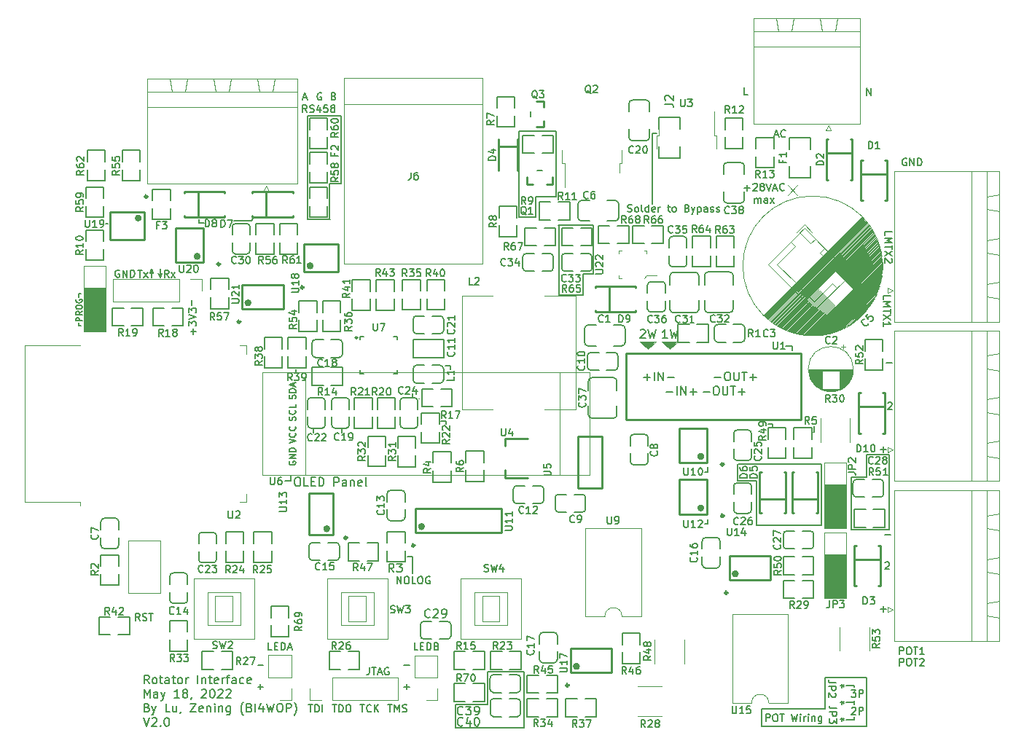
<source format=gbr>
%TF.GenerationSoftware,KiCad,Pcbnew,(5.1.10)-1*%
%TF.CreationDate,2022-06-11T01:01:33+08:00*%
%TF.ProjectId,interface,696e7465-7266-4616-9365-2e6b69636164,rev?*%
%TF.SameCoordinates,Original*%
%TF.FileFunction,Legend,Top*%
%TF.FilePolarity,Positive*%
%FSLAX46Y46*%
G04 Gerber Fmt 4.6, Leading zero omitted, Abs format (unit mm)*
G04 Created by KiCad (PCBNEW (5.1.10)-1) date 2022-06-11 01:01:33*
%MOMM*%
%LPD*%
G01*
G04 APERTURE LIST*
%ADD10C,0.180000*%
%ADD11C,0.150000*%
%ADD12C,0.200000*%
%ADD13C,0.250000*%
%ADD14C,0.120000*%
%ADD15C,0.254000*%
%ADD16C,0.400000*%
%ADD17C,0.300000*%
%ADD18C,0.100000*%
%ADD19C,0.040000*%
G04 APERTURE END LIST*
D10*
X7734523Y12615477D02*
X7451190Y13020239D01*
X7248809Y12615477D02*
X7248809Y13465477D01*
X7572619Y13465477D01*
X7653571Y13425000D01*
X7694047Y13384524D01*
X7734523Y13303572D01*
X7734523Y13182143D01*
X7694047Y13101191D01*
X7653571Y13060715D01*
X7572619Y13020239D01*
X7248809Y13020239D01*
X8058333Y12655953D02*
X8179761Y12615477D01*
X8382142Y12615477D01*
X8463095Y12655953D01*
X8503571Y12696429D01*
X8544047Y12777381D01*
X8544047Y12858334D01*
X8503571Y12939286D01*
X8463095Y12979762D01*
X8382142Y13020239D01*
X8220238Y13060715D01*
X8139285Y13101191D01*
X8098809Y13141667D01*
X8058333Y13222620D01*
X8058333Y13303572D01*
X8098809Y13384524D01*
X8139285Y13425000D01*
X8220238Y13465477D01*
X8422619Y13465477D01*
X8544047Y13425000D01*
X8786904Y13465477D02*
X9272619Y13465477D01*
X9029761Y12615477D02*
X9029761Y13465477D01*
X600000Y46900000D02*
X900000Y46900000D01*
X600000Y47200000D02*
X600000Y46900000D01*
X600000Y50600000D02*
X900000Y50600000D01*
X600000Y50200000D02*
X600000Y50600000D01*
D11*
X1016666Y47450000D02*
X316666Y47450000D01*
X316666Y47716667D01*
X350000Y47783334D01*
X383333Y47816667D01*
X450000Y47850000D01*
X550000Y47850000D01*
X616666Y47816667D01*
X650000Y47783334D01*
X683333Y47716667D01*
X683333Y47450000D01*
X1016666Y48550000D02*
X683333Y48316667D01*
X1016666Y48150000D02*
X316666Y48150000D01*
X316666Y48416667D01*
X350000Y48483334D01*
X383333Y48516667D01*
X450000Y48550000D01*
X550000Y48550000D01*
X616666Y48516667D01*
X650000Y48483334D01*
X683333Y48416667D01*
X683333Y48150000D01*
X316666Y48983334D02*
X316666Y49116667D01*
X350000Y49183334D01*
X416666Y49250000D01*
X550000Y49283334D01*
X783333Y49283334D01*
X916666Y49250000D01*
X983333Y49183334D01*
X1016666Y49116667D01*
X1016666Y48983334D01*
X983333Y48916667D01*
X916666Y48850000D01*
X783333Y48816667D01*
X550000Y48816667D01*
X416666Y48850000D01*
X350000Y48916667D01*
X316666Y48983334D01*
X350000Y49950000D02*
X316666Y49883334D01*
X316666Y49783334D01*
X350000Y49683334D01*
X416666Y49616667D01*
X483333Y49583334D01*
X616666Y49550000D01*
X716666Y49550000D01*
X850000Y49583334D01*
X916666Y49616667D01*
X983333Y49683334D01*
X1016666Y49783334D01*
X1016666Y49850000D01*
X983333Y49950000D01*
X950000Y49983334D01*
X716666Y49983334D01*
X716666Y49850000D01*
D10*
X48100000Y2900000D02*
X44400000Y2900000D01*
X48100000Y6700000D02*
X48100000Y2900000D01*
X52400000Y6700000D02*
X48100000Y6700000D01*
X52400000Y200000D02*
X52400000Y6700000D01*
X44400000Y200000D02*
X52400000Y200000D01*
X44400000Y2800000D02*
X44400000Y200000D01*
X39400000Y20100000D02*
X38800000Y20100000D01*
X39400000Y18100000D02*
X39400000Y20100000D01*
X37597619Y16915477D02*
X37597619Y17765477D01*
X38083333Y16915477D01*
X38083333Y17765477D01*
X38650000Y17765477D02*
X38811904Y17765477D01*
X38892857Y17725000D01*
X38973809Y17644048D01*
X39014285Y17482143D01*
X39014285Y17198810D01*
X38973809Y17036905D01*
X38892857Y16955953D01*
X38811904Y16915477D01*
X38650000Y16915477D01*
X38569047Y16955953D01*
X38488095Y17036905D01*
X38447619Y17198810D01*
X38447619Y17482143D01*
X38488095Y17644048D01*
X38569047Y17725000D01*
X38650000Y17765477D01*
X39783333Y16915477D02*
X39378571Y16915477D01*
X39378571Y17765477D01*
X40228571Y17765477D02*
X40390476Y17765477D01*
X40471428Y17725000D01*
X40552380Y17644048D01*
X40592857Y17482143D01*
X40592857Y17198810D01*
X40552380Y17036905D01*
X40471428Y16955953D01*
X40390476Y16915477D01*
X40228571Y16915477D01*
X40147619Y16955953D01*
X40066666Y17036905D01*
X40026190Y17198810D01*
X40026190Y17482143D01*
X40066666Y17644048D01*
X40147619Y17725000D01*
X40228571Y17765477D01*
X41402380Y17725000D02*
X41321428Y17765477D01*
X41200000Y17765477D01*
X41078571Y17725000D01*
X40997619Y17644048D01*
X40957142Y17563096D01*
X40916666Y17401191D01*
X40916666Y17279762D01*
X40957142Y17117858D01*
X40997619Y17036905D01*
X41078571Y16955953D01*
X41200000Y16915477D01*
X41280952Y16915477D01*
X41402380Y16955953D01*
X41442857Y16996429D01*
X41442857Y17279762D01*
X41280952Y17279762D01*
X36566666Y2865477D02*
X37052380Y2865477D01*
X36809523Y2015477D02*
X36809523Y2865477D01*
X37335714Y2015477D02*
X37335714Y2865477D01*
X37619047Y2258334D01*
X37902380Y2865477D01*
X37902380Y2015477D01*
X38266666Y2055953D02*
X38388095Y2015477D01*
X38590476Y2015477D01*
X38671428Y2055953D01*
X38711904Y2096429D01*
X38752380Y2177381D01*
X38752380Y2258334D01*
X38711904Y2339286D01*
X38671428Y2379762D01*
X38590476Y2420239D01*
X38428571Y2460715D01*
X38347619Y2501191D01*
X38307142Y2541667D01*
X38266666Y2622620D01*
X38266666Y2703572D01*
X38307142Y2784524D01*
X38347619Y2825000D01*
X38428571Y2865477D01*
X38630952Y2865477D01*
X38752380Y2825000D01*
X33352777Y2865477D02*
X33838492Y2865477D01*
X33595635Y2015477D02*
X33595635Y2865477D01*
X34607539Y2096429D02*
X34567063Y2055953D01*
X34445635Y2015477D01*
X34364682Y2015477D01*
X34243254Y2055953D01*
X34162301Y2136905D01*
X34121825Y2217858D01*
X34081349Y2379762D01*
X34081349Y2501191D01*
X34121825Y2663096D01*
X34162301Y2744048D01*
X34243254Y2825000D01*
X34364682Y2865477D01*
X34445635Y2865477D01*
X34567063Y2825000D01*
X34607539Y2784524D01*
X34971825Y2015477D02*
X34971825Y2865477D01*
X35457539Y2015477D02*
X35093254Y2501191D01*
X35457539Y2865477D02*
X34971825Y2379762D01*
X30098412Y2865477D02*
X30584127Y2865477D01*
X30341269Y2015477D02*
X30341269Y2865477D01*
X30867460Y2015477D02*
X30867460Y2865477D01*
X31069841Y2865477D01*
X31191269Y2825000D01*
X31272222Y2744048D01*
X31312698Y2663096D01*
X31353174Y2501191D01*
X31353174Y2379762D01*
X31312698Y2217858D01*
X31272222Y2136905D01*
X31191269Y2055953D01*
X31069841Y2015477D01*
X30867460Y2015477D01*
X31879365Y2865477D02*
X32041269Y2865477D01*
X32122222Y2825000D01*
X32203174Y2744048D01*
X32243650Y2582143D01*
X32243650Y2298810D01*
X32203174Y2136905D01*
X32122222Y2055953D01*
X32041269Y2015477D01*
X31879365Y2015477D01*
X31798412Y2055953D01*
X31717460Y2136905D01*
X31676984Y2298810D01*
X31676984Y2582143D01*
X31717460Y2744048D01*
X31798412Y2825000D01*
X31879365Y2865477D01*
X27329761Y2865477D02*
X27815476Y2865477D01*
X27572619Y2015477D02*
X27572619Y2865477D01*
X28098809Y2015477D02*
X28098809Y2865477D01*
X28301190Y2865477D01*
X28422619Y2825000D01*
X28503571Y2744048D01*
X28544047Y2663096D01*
X28584523Y2501191D01*
X28584523Y2379762D01*
X28544047Y2217858D01*
X28503571Y2136905D01*
X28422619Y2055953D01*
X28301190Y2015477D01*
X28098809Y2015477D01*
X28948809Y2015477D02*
X28948809Y2865477D01*
X34408333Y7165477D02*
X34408333Y6558334D01*
X34367857Y6436905D01*
X34286904Y6355953D01*
X34165476Y6315477D01*
X34084523Y6315477D01*
X34691666Y7165477D02*
X35177380Y7165477D01*
X34934523Y6315477D02*
X34934523Y7165477D01*
X35420238Y6558334D02*
X35825000Y6558334D01*
X35339285Y6315477D02*
X35622619Y7165477D01*
X35905952Y6315477D01*
X36634523Y7125000D02*
X36553571Y7165477D01*
X36432142Y7165477D01*
X36310714Y7125000D01*
X36229761Y7044048D01*
X36189285Y6963096D01*
X36148809Y6801191D01*
X36148809Y6679762D01*
X36189285Y6517858D01*
X36229761Y6436905D01*
X36310714Y6355953D01*
X36432142Y6315477D01*
X36513095Y6315477D01*
X36634523Y6355953D01*
X36675000Y6396429D01*
X36675000Y6679762D01*
X36513095Y6679762D01*
X9100000Y53500000D02*
X9300000Y53000000D01*
X9100000Y52500000D02*
X9100000Y53500000D01*
X9100000Y53500000D02*
X8900000Y53000000D01*
X7513095Y53365477D02*
X7998809Y53365477D01*
X7755952Y52515477D02*
X7755952Y53365477D01*
X8201190Y52515477D02*
X8646428Y53082143D01*
X8201190Y53082143D02*
X8646428Y52515477D01*
X10100000Y52500000D02*
X10300000Y53000000D01*
X10100000Y52500000D02*
X9900000Y53000000D01*
X10100000Y53500000D02*
X10100000Y52500000D01*
X11119047Y52515477D02*
X10835714Y52920239D01*
X10633333Y52515477D02*
X10633333Y53365477D01*
X10957142Y53365477D01*
X11038095Y53325000D01*
X11078571Y53284524D01*
X11119047Y53203572D01*
X11119047Y53082143D01*
X11078571Y53001191D01*
X11038095Y52960715D01*
X10957142Y52920239D01*
X10633333Y52920239D01*
X11402380Y52515477D02*
X11847619Y53082143D01*
X11402380Y53082143D02*
X11847619Y52515477D01*
X5352380Y53325000D02*
X5271428Y53365477D01*
X5150000Y53365477D01*
X5028571Y53325000D01*
X4947619Y53244048D01*
X4907142Y53163096D01*
X4866666Y53001191D01*
X4866666Y52879762D01*
X4907142Y52717858D01*
X4947619Y52636905D01*
X5028571Y52555953D01*
X5150000Y52515477D01*
X5230952Y52515477D01*
X5352380Y52555953D01*
X5392857Y52596429D01*
X5392857Y52879762D01*
X5230952Y52879762D01*
X5757142Y52515477D02*
X5757142Y53365477D01*
X6242857Y52515477D01*
X6242857Y53365477D01*
X6647619Y52515477D02*
X6647619Y53365477D01*
X6850000Y53365477D01*
X6971428Y53325000D01*
X7052380Y53244048D01*
X7092857Y53163096D01*
X7133333Y53001191D01*
X7133333Y52879762D01*
X7092857Y52717858D01*
X7052380Y52636905D01*
X6971428Y52555953D01*
X6850000Y52515477D01*
X6647619Y52515477D01*
X13800000Y49300000D02*
X13800000Y49900000D01*
X13960714Y45902381D02*
X13960714Y46550000D01*
X14284523Y46226191D02*
X13636904Y46226191D01*
X13434523Y46873810D02*
X13434523Y47400000D01*
X13758333Y47116667D01*
X13758333Y47238096D01*
X13798809Y47319048D01*
X13839285Y47359524D01*
X13920238Y47400000D01*
X14122619Y47400000D01*
X14203571Y47359524D01*
X14244047Y47319048D01*
X14284523Y47238096D01*
X14284523Y46995239D01*
X14244047Y46914286D01*
X14203571Y46873810D01*
X13434523Y47642858D02*
X14284523Y47926191D01*
X13434523Y48209524D01*
X13434523Y48411905D02*
X13434523Y48938096D01*
X13758333Y48654762D01*
X13758333Y48776191D01*
X13798809Y48857143D01*
X13839285Y48897620D01*
X13920238Y48938096D01*
X14122619Y48938096D01*
X14203571Y48897620D01*
X14244047Y48857143D01*
X14284523Y48776191D01*
X14284523Y48533334D01*
X14244047Y48452381D01*
X14203571Y48411905D01*
X92200000Y6000000D02*
X87300000Y6000000D01*
X92200000Y300000D02*
X92200000Y6000000D01*
X80000000Y300000D02*
X92200000Y300000D01*
X80000000Y2400000D02*
X80000000Y300000D01*
X87300000Y2400000D02*
X80000000Y2400000D01*
X87300000Y6000000D02*
X87300000Y2400000D01*
X89800000Y3100000D02*
X90600000Y3100000D01*
X90700000Y1100000D02*
X89800000Y1100000D01*
X90700000Y1400000D02*
X90700000Y1100000D01*
X90700000Y3300000D02*
X90700000Y2900000D01*
X90700000Y5100000D02*
X90700000Y4900000D01*
X89800000Y5100000D02*
X90700000Y5100000D01*
X90432142Y2484524D02*
X90472619Y2525000D01*
X90553571Y2565477D01*
X90755952Y2565477D01*
X90836904Y2525000D01*
X90877380Y2484524D01*
X90917857Y2403572D01*
X90917857Y2322620D01*
X90877380Y2201191D01*
X90391666Y1715477D01*
X90917857Y1715477D01*
X91282142Y1715477D02*
X91282142Y2565477D01*
X91605952Y2565477D01*
X91686904Y2525000D01*
X91727380Y2484524D01*
X91767857Y2403572D01*
X91767857Y2282143D01*
X91727380Y2201191D01*
X91686904Y2160715D01*
X91605952Y2120239D01*
X91282142Y2120239D01*
X90391666Y4565477D02*
X90917857Y4565477D01*
X90634523Y4241667D01*
X90755952Y4241667D01*
X90836904Y4201191D01*
X90877380Y4160715D01*
X90917857Y4079762D01*
X90917857Y3877381D01*
X90877380Y3796429D01*
X90836904Y3755953D01*
X90755952Y3715477D01*
X90513095Y3715477D01*
X90432142Y3755953D01*
X90391666Y3796429D01*
X91282142Y3715477D02*
X91282142Y4565477D01*
X91605952Y4565477D01*
X91686904Y4525000D01*
X91727380Y4484524D01*
X91767857Y4403572D01*
X91767857Y4282143D01*
X91727380Y4201191D01*
X91686904Y4160715D01*
X91605952Y4120239D01*
X91282142Y4120239D01*
X89134523Y1157143D02*
X89336904Y1157143D01*
X89255952Y954762D02*
X89336904Y1157143D01*
X89255952Y1359524D01*
X89498809Y1035715D02*
X89336904Y1157143D01*
X89498809Y1278572D01*
X89134523Y3100000D02*
X89336904Y3100000D01*
X89255952Y2897620D02*
X89336904Y3100000D01*
X89255952Y3302381D01*
X89498809Y2978572D02*
X89336904Y3100000D01*
X89498809Y3221429D01*
X89134523Y5042858D02*
X89336904Y5042858D01*
X89255952Y4840477D02*
X89336904Y5042858D01*
X89255952Y5245239D01*
X89498809Y4921429D02*
X89336904Y5042858D01*
X89498809Y5164286D01*
X88665476Y2408334D02*
X88058333Y2408334D01*
X87936904Y2448810D01*
X87855952Y2529762D01*
X87815476Y2651191D01*
X87815476Y2732143D01*
X87815476Y2003572D02*
X88665476Y2003572D01*
X88665476Y1679762D01*
X88625000Y1598810D01*
X88584523Y1558334D01*
X88503571Y1517858D01*
X88382142Y1517858D01*
X88301190Y1558334D01*
X88260714Y1598810D01*
X88220238Y1679762D01*
X88220238Y2003572D01*
X88665476Y1234524D02*
X88665476Y708334D01*
X88341666Y991667D01*
X88341666Y870239D01*
X88301190Y789286D01*
X88260714Y748810D01*
X88179761Y708334D01*
X87977380Y708334D01*
X87896428Y748810D01*
X87855952Y789286D01*
X87815476Y870239D01*
X87815476Y1113096D01*
X87855952Y1194048D01*
X87896428Y1234524D01*
X88565476Y5408334D02*
X87958333Y5408334D01*
X87836904Y5448810D01*
X87755952Y5529762D01*
X87715476Y5651191D01*
X87715476Y5732143D01*
X87715476Y5003572D02*
X88565476Y5003572D01*
X88565476Y4679762D01*
X88525000Y4598810D01*
X88484523Y4558334D01*
X88403571Y4517858D01*
X88282142Y4517858D01*
X88201190Y4558334D01*
X88160714Y4598810D01*
X88120238Y4679762D01*
X88120238Y5003572D01*
X88484523Y4194048D02*
X88525000Y4153572D01*
X88565476Y4072620D01*
X88565476Y3870239D01*
X88525000Y3789286D01*
X88484523Y3748810D01*
X88403571Y3708334D01*
X88322619Y3708334D01*
X88201190Y3748810D01*
X87715476Y4234524D01*
X87715476Y3708334D01*
X80461904Y915477D02*
X80461904Y1765477D01*
X80785714Y1765477D01*
X80866666Y1725000D01*
X80907142Y1684524D01*
X80947619Y1603572D01*
X80947619Y1482143D01*
X80907142Y1401191D01*
X80866666Y1360715D01*
X80785714Y1320239D01*
X80461904Y1320239D01*
X81473809Y1765477D02*
X81635714Y1765477D01*
X81716666Y1725000D01*
X81797619Y1644048D01*
X81838095Y1482143D01*
X81838095Y1198810D01*
X81797619Y1036905D01*
X81716666Y955953D01*
X81635714Y915477D01*
X81473809Y915477D01*
X81392857Y955953D01*
X81311904Y1036905D01*
X81271428Y1198810D01*
X81271428Y1482143D01*
X81311904Y1644048D01*
X81392857Y1725000D01*
X81473809Y1765477D01*
X82080952Y1765477D02*
X82566666Y1765477D01*
X82323809Y915477D02*
X82323809Y1765477D01*
X83416666Y1765477D02*
X83619047Y915477D01*
X83780952Y1522620D01*
X83942857Y915477D01*
X84145238Y1765477D01*
X84469047Y915477D02*
X84469047Y1482143D01*
X84469047Y1765477D02*
X84428571Y1725000D01*
X84469047Y1684524D01*
X84509523Y1725000D01*
X84469047Y1765477D01*
X84469047Y1684524D01*
X84873809Y915477D02*
X84873809Y1482143D01*
X84873809Y1320239D02*
X84914285Y1401191D01*
X84954761Y1441667D01*
X85035714Y1482143D01*
X85116666Y1482143D01*
X85400000Y915477D02*
X85400000Y1482143D01*
X85400000Y1765477D02*
X85359523Y1725000D01*
X85400000Y1684524D01*
X85440476Y1725000D01*
X85400000Y1765477D01*
X85400000Y1684524D01*
X85804761Y1482143D02*
X85804761Y915477D01*
X85804761Y1401191D02*
X85845238Y1441667D01*
X85926190Y1482143D01*
X86047619Y1482143D01*
X86128571Y1441667D01*
X86169047Y1360715D01*
X86169047Y915477D01*
X86938095Y1482143D02*
X86938095Y794048D01*
X86897619Y713096D01*
X86857142Y672620D01*
X86776190Y632143D01*
X86654761Y632143D01*
X86573809Y672620D01*
X86938095Y955953D02*
X86857142Y915477D01*
X86695238Y915477D01*
X86614285Y955953D01*
X86573809Y996429D01*
X86533333Y1077381D01*
X86533333Y1320239D01*
X86573809Y1401191D01*
X86614285Y1441667D01*
X86695238Y1482143D01*
X86857142Y1482143D01*
X86938095Y1441667D01*
X40028571Y9215477D02*
X39623809Y9215477D01*
X39623809Y10065477D01*
X40311904Y9660715D02*
X40595238Y9660715D01*
X40716666Y9215477D02*
X40311904Y9215477D01*
X40311904Y10065477D01*
X40716666Y10065477D01*
X41080952Y9215477D02*
X41080952Y10065477D01*
X41283333Y10065477D01*
X41404761Y10025000D01*
X41485714Y9944048D01*
X41526190Y9863096D01*
X41566666Y9701191D01*
X41566666Y9579762D01*
X41526190Y9417858D01*
X41485714Y9336905D01*
X41404761Y9255953D01*
X41283333Y9215477D01*
X41080952Y9215477D01*
X42214285Y9660715D02*
X42335714Y9620239D01*
X42376190Y9579762D01*
X42416666Y9498810D01*
X42416666Y9377381D01*
X42376190Y9296429D01*
X42335714Y9255953D01*
X42254761Y9215477D01*
X41930952Y9215477D01*
X41930952Y10065477D01*
X42214285Y10065477D01*
X42295238Y10025000D01*
X42335714Y9984524D01*
X42376190Y9903572D01*
X42376190Y9822620D01*
X42335714Y9741667D01*
X42295238Y9701191D01*
X42214285Y9660715D01*
X41930952Y9660715D01*
X23089285Y9215477D02*
X22684523Y9215477D01*
X22684523Y10065477D01*
X23372619Y9660715D02*
X23655952Y9660715D01*
X23777380Y9215477D02*
X23372619Y9215477D01*
X23372619Y10065477D01*
X23777380Y10065477D01*
X24141666Y9215477D02*
X24141666Y10065477D01*
X24344047Y10065477D01*
X24465476Y10025000D01*
X24546428Y9944048D01*
X24586904Y9863096D01*
X24627380Y9701191D01*
X24627380Y9579762D01*
X24586904Y9417858D01*
X24546428Y9336905D01*
X24465476Y9255953D01*
X24344047Y9215477D01*
X24141666Y9215477D01*
X24951190Y9458334D02*
X25355952Y9458334D01*
X24870238Y9215477D02*
X25153571Y10065477D01*
X25436904Y9215477D01*
D11*
X8192738Y1347620D02*
X8526071Y347620D01*
X8859404Y1347620D01*
X9145119Y1252381D02*
X9192738Y1300000D01*
X9287976Y1347620D01*
X9526071Y1347620D01*
X9621309Y1300000D01*
X9668928Y1252381D01*
X9716547Y1157143D01*
X9716547Y1061905D01*
X9668928Y919048D01*
X9097500Y347620D01*
X9716547Y347620D01*
X10145119Y442858D02*
X10192738Y395239D01*
X10145119Y347620D01*
X10097500Y395239D01*
X10145119Y442858D01*
X10145119Y347620D01*
X10811785Y1347620D02*
X10907023Y1347620D01*
X11002261Y1300000D01*
X11049880Y1252381D01*
X11097500Y1157143D01*
X11145119Y966667D01*
X11145119Y728572D01*
X11097500Y538096D01*
X11049880Y442858D01*
X11002261Y395239D01*
X10907023Y347620D01*
X10811785Y347620D01*
X10716547Y395239D01*
X10668928Y442858D01*
X10621309Y538096D01*
X10573690Y728572D01*
X10573690Y966667D01*
X10621309Y1157143D01*
X10668928Y1252381D01*
X10716547Y1300000D01*
X10811785Y1347620D01*
X8807023Y5297620D02*
X8473690Y5773810D01*
X8235595Y5297620D02*
X8235595Y6297620D01*
X8616547Y6297620D01*
X8711785Y6250000D01*
X8759404Y6202381D01*
X8807023Y6107143D01*
X8807023Y5964286D01*
X8759404Y5869048D01*
X8711785Y5821429D01*
X8616547Y5773810D01*
X8235595Y5773810D01*
X9378452Y5297620D02*
X9283214Y5345239D01*
X9235595Y5392858D01*
X9187976Y5488096D01*
X9187976Y5773810D01*
X9235595Y5869048D01*
X9283214Y5916667D01*
X9378452Y5964286D01*
X9521309Y5964286D01*
X9616547Y5916667D01*
X9664166Y5869048D01*
X9711785Y5773810D01*
X9711785Y5488096D01*
X9664166Y5392858D01*
X9616547Y5345239D01*
X9521309Y5297620D01*
X9378452Y5297620D01*
X9997500Y5964286D02*
X10378452Y5964286D01*
X10140357Y6297620D02*
X10140357Y5440477D01*
X10187976Y5345239D01*
X10283214Y5297620D01*
X10378452Y5297620D01*
X11140357Y5297620D02*
X11140357Y5821429D01*
X11092738Y5916667D01*
X10997500Y5964286D01*
X10807023Y5964286D01*
X10711785Y5916667D01*
X11140357Y5345239D02*
X11045119Y5297620D01*
X10807023Y5297620D01*
X10711785Y5345239D01*
X10664166Y5440477D01*
X10664166Y5535715D01*
X10711785Y5630953D01*
X10807023Y5678572D01*
X11045119Y5678572D01*
X11140357Y5726191D01*
X11473690Y5964286D02*
X11854642Y5964286D01*
X11616547Y6297620D02*
X11616547Y5440477D01*
X11664166Y5345239D01*
X11759404Y5297620D01*
X11854642Y5297620D01*
X12330833Y5297620D02*
X12235595Y5345239D01*
X12187976Y5392858D01*
X12140357Y5488096D01*
X12140357Y5773810D01*
X12187976Y5869048D01*
X12235595Y5916667D01*
X12330833Y5964286D01*
X12473690Y5964286D01*
X12568928Y5916667D01*
X12616547Y5869048D01*
X12664166Y5773810D01*
X12664166Y5488096D01*
X12616547Y5392858D01*
X12568928Y5345239D01*
X12473690Y5297620D01*
X12330833Y5297620D01*
X13092738Y5297620D02*
X13092738Y5964286D01*
X13092738Y5773810D02*
X13140357Y5869048D01*
X13187976Y5916667D01*
X13283214Y5964286D01*
X13378452Y5964286D01*
X14473690Y5297620D02*
X14473690Y6297620D01*
X14949880Y5964286D02*
X14949880Y5297620D01*
X14949880Y5869048D02*
X14997500Y5916667D01*
X15092738Y5964286D01*
X15235595Y5964286D01*
X15330833Y5916667D01*
X15378452Y5821429D01*
X15378452Y5297620D01*
X15711785Y5964286D02*
X16092738Y5964286D01*
X15854642Y6297620D02*
X15854642Y5440477D01*
X15902261Y5345239D01*
X15997500Y5297620D01*
X16092738Y5297620D01*
X16807023Y5345239D02*
X16711785Y5297620D01*
X16521309Y5297620D01*
X16426071Y5345239D01*
X16378452Y5440477D01*
X16378452Y5821429D01*
X16426071Y5916667D01*
X16521309Y5964286D01*
X16711785Y5964286D01*
X16807023Y5916667D01*
X16854642Y5821429D01*
X16854642Y5726191D01*
X16378452Y5630953D01*
X17283214Y5297620D02*
X17283214Y5964286D01*
X17283214Y5773810D02*
X17330833Y5869048D01*
X17378452Y5916667D01*
X17473690Y5964286D01*
X17568928Y5964286D01*
X17759404Y5964286D02*
X18140357Y5964286D01*
X17902261Y5297620D02*
X17902261Y6154762D01*
X17949880Y6250000D01*
X18045119Y6297620D01*
X18140357Y6297620D01*
X18902261Y5297620D02*
X18902261Y5821429D01*
X18854642Y5916667D01*
X18759404Y5964286D01*
X18568928Y5964286D01*
X18473690Y5916667D01*
X18902261Y5345239D02*
X18807023Y5297620D01*
X18568928Y5297620D01*
X18473690Y5345239D01*
X18426071Y5440477D01*
X18426071Y5535715D01*
X18473690Y5630953D01*
X18568928Y5678572D01*
X18807023Y5678572D01*
X18902261Y5726191D01*
X19807023Y5345239D02*
X19711785Y5297620D01*
X19521309Y5297620D01*
X19426071Y5345239D01*
X19378452Y5392858D01*
X19330833Y5488096D01*
X19330833Y5773810D01*
X19378452Y5869048D01*
X19426071Y5916667D01*
X19521309Y5964286D01*
X19711785Y5964286D01*
X19807023Y5916667D01*
X20616547Y5345239D02*
X20521309Y5297620D01*
X20330833Y5297620D01*
X20235595Y5345239D01*
X20187976Y5440477D01*
X20187976Y5821429D01*
X20235595Y5916667D01*
X20330833Y5964286D01*
X20521309Y5964286D01*
X20616547Y5916667D01*
X20664166Y5821429D01*
X20664166Y5726191D01*
X20187976Y5630953D01*
X8235595Y3647620D02*
X8235595Y4647620D01*
X8568928Y3933334D01*
X8902261Y4647620D01*
X8902261Y3647620D01*
X9807023Y3647620D02*
X9807023Y4171429D01*
X9759404Y4266667D01*
X9664166Y4314286D01*
X9473690Y4314286D01*
X9378452Y4266667D01*
X9807023Y3695239D02*
X9711785Y3647620D01*
X9473690Y3647620D01*
X9378452Y3695239D01*
X9330833Y3790477D01*
X9330833Y3885715D01*
X9378452Y3980953D01*
X9473690Y4028572D01*
X9711785Y4028572D01*
X9807023Y4076191D01*
X10187976Y4314286D02*
X10426071Y3647620D01*
X10664166Y4314286D02*
X10426071Y3647620D01*
X10330833Y3409524D01*
X10283214Y3361905D01*
X10187976Y3314286D01*
X12330833Y3647620D02*
X11759404Y3647620D01*
X12045119Y3647620D02*
X12045119Y4647620D01*
X11949880Y4504762D01*
X11854642Y4409524D01*
X11759404Y4361905D01*
X12902261Y4219048D02*
X12807023Y4266667D01*
X12759404Y4314286D01*
X12711785Y4409524D01*
X12711785Y4457143D01*
X12759404Y4552381D01*
X12807023Y4600000D01*
X12902261Y4647620D01*
X13092738Y4647620D01*
X13187976Y4600000D01*
X13235595Y4552381D01*
X13283214Y4457143D01*
X13283214Y4409524D01*
X13235595Y4314286D01*
X13187976Y4266667D01*
X13092738Y4219048D01*
X12902261Y4219048D01*
X12807023Y4171429D01*
X12759404Y4123810D01*
X12711785Y4028572D01*
X12711785Y3838096D01*
X12759404Y3742858D01*
X12807023Y3695239D01*
X12902261Y3647620D01*
X13092738Y3647620D01*
X13187976Y3695239D01*
X13235595Y3742858D01*
X13283214Y3838096D01*
X13283214Y4028572D01*
X13235595Y4123810D01*
X13187976Y4171429D01*
X13092738Y4219048D01*
X13759404Y3695239D02*
X13759404Y3647620D01*
X13711785Y3552381D01*
X13664166Y3504762D01*
X14902261Y4552381D02*
X14949880Y4600000D01*
X15045119Y4647620D01*
X15283214Y4647620D01*
X15378452Y4600000D01*
X15426071Y4552381D01*
X15473690Y4457143D01*
X15473690Y4361905D01*
X15426071Y4219048D01*
X14854642Y3647620D01*
X15473690Y3647620D01*
X16092738Y4647620D02*
X16187976Y4647620D01*
X16283214Y4600000D01*
X16330833Y4552381D01*
X16378452Y4457143D01*
X16426071Y4266667D01*
X16426071Y4028572D01*
X16378452Y3838096D01*
X16330833Y3742858D01*
X16283214Y3695239D01*
X16187976Y3647620D01*
X16092738Y3647620D01*
X15997500Y3695239D01*
X15949880Y3742858D01*
X15902261Y3838096D01*
X15854642Y4028572D01*
X15854642Y4266667D01*
X15902261Y4457143D01*
X15949880Y4552381D01*
X15997500Y4600000D01*
X16092738Y4647620D01*
X16807023Y4552381D02*
X16854642Y4600000D01*
X16949880Y4647620D01*
X17187976Y4647620D01*
X17283214Y4600000D01*
X17330833Y4552381D01*
X17378452Y4457143D01*
X17378452Y4361905D01*
X17330833Y4219048D01*
X16759404Y3647620D01*
X17378452Y3647620D01*
X17759404Y4552381D02*
X17807023Y4600000D01*
X17902261Y4647620D01*
X18140357Y4647620D01*
X18235595Y4600000D01*
X18283214Y4552381D01*
X18330833Y4457143D01*
X18330833Y4361905D01*
X18283214Y4219048D01*
X17711785Y3647620D01*
X18330833Y3647620D01*
X8568928Y2521429D02*
X8711785Y2473810D01*
X8759404Y2426191D01*
X8807023Y2330953D01*
X8807023Y2188096D01*
X8759404Y2092858D01*
X8711785Y2045239D01*
X8616547Y1997620D01*
X8235595Y1997620D01*
X8235595Y2997620D01*
X8568928Y2997620D01*
X8664166Y2950000D01*
X8711785Y2902381D01*
X8759404Y2807143D01*
X8759404Y2711905D01*
X8711785Y2616667D01*
X8664166Y2569048D01*
X8568928Y2521429D01*
X8235595Y2521429D01*
X9140357Y2664286D02*
X9378452Y1997620D01*
X9616547Y2664286D02*
X9378452Y1997620D01*
X9283214Y1759524D01*
X9235595Y1711905D01*
X9140357Y1664286D01*
X11235595Y1997620D02*
X10759404Y1997620D01*
X10759404Y2997620D01*
X11997500Y2664286D02*
X11997500Y1997620D01*
X11568928Y2664286D02*
X11568928Y2140477D01*
X11616547Y2045239D01*
X11711785Y1997620D01*
X11854642Y1997620D01*
X11949880Y2045239D01*
X11997500Y2092858D01*
X12521309Y2045239D02*
X12521309Y1997620D01*
X12473690Y1902381D01*
X12426071Y1854762D01*
X13616547Y2997620D02*
X14283214Y2997620D01*
X13616547Y1997620D01*
X14283214Y1997620D01*
X15045119Y2045239D02*
X14949880Y1997620D01*
X14759404Y1997620D01*
X14664166Y2045239D01*
X14616547Y2140477D01*
X14616547Y2521429D01*
X14664166Y2616667D01*
X14759404Y2664286D01*
X14949880Y2664286D01*
X15045119Y2616667D01*
X15092738Y2521429D01*
X15092738Y2426191D01*
X14616547Y2330953D01*
X15521309Y2664286D02*
X15521309Y1997620D01*
X15521309Y2569048D02*
X15568928Y2616667D01*
X15664166Y2664286D01*
X15807023Y2664286D01*
X15902261Y2616667D01*
X15949880Y2521429D01*
X15949880Y1997620D01*
X16426071Y1997620D02*
X16426071Y2664286D01*
X16426071Y2997620D02*
X16378452Y2950000D01*
X16426071Y2902381D01*
X16473690Y2950000D01*
X16426071Y2997620D01*
X16426071Y2902381D01*
X16902261Y2664286D02*
X16902261Y1997620D01*
X16902261Y2569048D02*
X16949880Y2616667D01*
X17045119Y2664286D01*
X17187976Y2664286D01*
X17283214Y2616667D01*
X17330833Y2521429D01*
X17330833Y1997620D01*
X18235595Y2664286D02*
X18235595Y1854762D01*
X18187976Y1759524D01*
X18140357Y1711905D01*
X18045119Y1664286D01*
X17902261Y1664286D01*
X17807023Y1711905D01*
X18235595Y2045239D02*
X18140357Y1997620D01*
X17949880Y1997620D01*
X17854642Y2045239D01*
X17807023Y2092858D01*
X17759404Y2188096D01*
X17759404Y2473810D01*
X17807023Y2569048D01*
X17854642Y2616667D01*
X17949880Y2664286D01*
X18140357Y2664286D01*
X18235595Y2616667D01*
X19759404Y1616667D02*
X19711785Y1664286D01*
X19616547Y1807143D01*
X19568928Y1902381D01*
X19521309Y2045239D01*
X19473690Y2283334D01*
X19473690Y2473810D01*
X19521309Y2711905D01*
X19568928Y2854762D01*
X19616547Y2950000D01*
X19711785Y3092858D01*
X19759404Y3140477D01*
X20473690Y2521429D02*
X20616547Y2473810D01*
X20664166Y2426191D01*
X20711785Y2330953D01*
X20711785Y2188096D01*
X20664166Y2092858D01*
X20616547Y2045239D01*
X20521309Y1997620D01*
X20140357Y1997620D01*
X20140357Y2997620D01*
X20473690Y2997620D01*
X20568928Y2950000D01*
X20616547Y2902381D01*
X20664166Y2807143D01*
X20664166Y2711905D01*
X20616547Y2616667D01*
X20568928Y2569048D01*
X20473690Y2521429D01*
X20140357Y2521429D01*
X21140357Y1997620D02*
X21140357Y2997620D01*
X22045119Y2664286D02*
X22045119Y1997620D01*
X21807023Y3045239D02*
X21568928Y2330953D01*
X22187976Y2330953D01*
X22473690Y2997620D02*
X22711785Y1997620D01*
X22902261Y2711905D01*
X23092738Y1997620D01*
X23330833Y2997620D01*
X23902261Y2997620D02*
X24092738Y2997620D01*
X24187976Y2950000D01*
X24283214Y2854762D01*
X24330833Y2664286D01*
X24330833Y2330953D01*
X24283214Y2140477D01*
X24187976Y2045239D01*
X24092738Y1997620D01*
X23902261Y1997620D01*
X23807023Y2045239D01*
X23711785Y2140477D01*
X23664166Y2330953D01*
X23664166Y2664286D01*
X23711785Y2854762D01*
X23807023Y2950000D01*
X23902261Y2997620D01*
X24759404Y1997620D02*
X24759404Y2997620D01*
X25140357Y2997620D01*
X25235595Y2950000D01*
X25283214Y2902381D01*
X25330833Y2807143D01*
X25330833Y2664286D01*
X25283214Y2569048D01*
X25235595Y2521429D01*
X25140357Y2473810D01*
X24759404Y2473810D01*
X25664166Y1616667D02*
X25711785Y1664286D01*
X25807023Y1807143D01*
X25854642Y1902381D01*
X25902261Y2045239D01*
X25949880Y2283334D01*
X25949880Y2473810D01*
X25902261Y2711905D01*
X25854642Y2854762D01*
X25807023Y2950000D01*
X25711785Y3092858D01*
X25664166Y3140477D01*
D10*
X67250000Y69250000D02*
X67750000Y69250000D01*
X67250000Y61000000D02*
X67250000Y69250000D01*
X64407142Y60155953D02*
X64528571Y60115477D01*
X64730952Y60115477D01*
X64811904Y60155953D01*
X64852380Y60196429D01*
X64892857Y60277381D01*
X64892857Y60358334D01*
X64852380Y60439286D01*
X64811904Y60479762D01*
X64730952Y60520239D01*
X64569047Y60560715D01*
X64488095Y60601191D01*
X64447619Y60641667D01*
X64407142Y60722620D01*
X64407142Y60803572D01*
X64447619Y60884524D01*
X64488095Y60925000D01*
X64569047Y60965477D01*
X64771428Y60965477D01*
X64892857Y60925000D01*
X65378571Y60115477D02*
X65297619Y60155953D01*
X65257142Y60196429D01*
X65216666Y60277381D01*
X65216666Y60520239D01*
X65257142Y60601191D01*
X65297619Y60641667D01*
X65378571Y60682143D01*
X65500000Y60682143D01*
X65580952Y60641667D01*
X65621428Y60601191D01*
X65661904Y60520239D01*
X65661904Y60277381D01*
X65621428Y60196429D01*
X65580952Y60155953D01*
X65500000Y60115477D01*
X65378571Y60115477D01*
X66147619Y60115477D02*
X66066666Y60155953D01*
X66026190Y60236905D01*
X66026190Y60965477D01*
X66835714Y60115477D02*
X66835714Y60965477D01*
X66835714Y60155953D02*
X66754761Y60115477D01*
X66592857Y60115477D01*
X66511904Y60155953D01*
X66471428Y60196429D01*
X66430952Y60277381D01*
X66430952Y60520239D01*
X66471428Y60601191D01*
X66511904Y60641667D01*
X66592857Y60682143D01*
X66754761Y60682143D01*
X66835714Y60641667D01*
X67564285Y60155953D02*
X67483333Y60115477D01*
X67321428Y60115477D01*
X67240476Y60155953D01*
X67200000Y60236905D01*
X67200000Y60560715D01*
X67240476Y60641667D01*
X67321428Y60682143D01*
X67483333Y60682143D01*
X67564285Y60641667D01*
X67604761Y60560715D01*
X67604761Y60479762D01*
X67200000Y60398810D01*
X67969047Y60115477D02*
X67969047Y60682143D01*
X67969047Y60520239D02*
X68009523Y60601191D01*
X68050000Y60641667D01*
X68130952Y60682143D01*
X68211904Y60682143D01*
X69021428Y60682143D02*
X69345238Y60682143D01*
X69142857Y60965477D02*
X69142857Y60236905D01*
X69183333Y60155953D01*
X69264285Y60115477D01*
X69345238Y60115477D01*
X69750000Y60115477D02*
X69669047Y60155953D01*
X69628571Y60196429D01*
X69588095Y60277381D01*
X69588095Y60520239D01*
X69628571Y60601191D01*
X69669047Y60641667D01*
X69750000Y60682143D01*
X69871428Y60682143D01*
X69952380Y60641667D01*
X69992857Y60601191D01*
X70033333Y60520239D01*
X70033333Y60277381D01*
X69992857Y60196429D01*
X69952380Y60155953D01*
X69871428Y60115477D01*
X69750000Y60115477D01*
X71328571Y60560715D02*
X71450000Y60520239D01*
X71490476Y60479762D01*
X71530952Y60398810D01*
X71530952Y60277381D01*
X71490476Y60196429D01*
X71450000Y60155953D01*
X71369047Y60115477D01*
X71045238Y60115477D01*
X71045238Y60965477D01*
X71328571Y60965477D01*
X71409523Y60925000D01*
X71450000Y60884524D01*
X71490476Y60803572D01*
X71490476Y60722620D01*
X71450000Y60641667D01*
X71409523Y60601191D01*
X71328571Y60560715D01*
X71045238Y60560715D01*
X71814285Y60682143D02*
X72016666Y60115477D01*
X72219047Y60682143D02*
X72016666Y60115477D01*
X71935714Y59913096D01*
X71895238Y59872620D01*
X71814285Y59832143D01*
X72542857Y60682143D02*
X72542857Y59832143D01*
X72542857Y60641667D02*
X72623809Y60682143D01*
X72785714Y60682143D01*
X72866666Y60641667D01*
X72907142Y60601191D01*
X72947619Y60520239D01*
X72947619Y60277381D01*
X72907142Y60196429D01*
X72866666Y60155953D01*
X72785714Y60115477D01*
X72623809Y60115477D01*
X72542857Y60155953D01*
X73676190Y60115477D02*
X73676190Y60560715D01*
X73635714Y60641667D01*
X73554761Y60682143D01*
X73392857Y60682143D01*
X73311904Y60641667D01*
X73676190Y60155953D02*
X73595238Y60115477D01*
X73392857Y60115477D01*
X73311904Y60155953D01*
X73271428Y60236905D01*
X73271428Y60317858D01*
X73311904Y60398810D01*
X73392857Y60439286D01*
X73595238Y60439286D01*
X73676190Y60479762D01*
X74040476Y60155953D02*
X74121428Y60115477D01*
X74283333Y60115477D01*
X74364285Y60155953D01*
X74404761Y60236905D01*
X74404761Y60277381D01*
X74364285Y60358334D01*
X74283333Y60398810D01*
X74161904Y60398810D01*
X74080952Y60439286D01*
X74040476Y60520239D01*
X74040476Y60560715D01*
X74080952Y60641667D01*
X74161904Y60682143D01*
X74283333Y60682143D01*
X74364285Y60641667D01*
X74728571Y60155953D02*
X74809523Y60115477D01*
X74971428Y60115477D01*
X75052380Y60155953D01*
X75092857Y60236905D01*
X75092857Y60277381D01*
X75052380Y60358334D01*
X74971428Y60398810D01*
X74850000Y60398810D01*
X74769047Y60439286D01*
X74728571Y60520239D01*
X74728571Y60560715D01*
X74769047Y60641667D01*
X74850000Y60682143D01*
X74971428Y60682143D01*
X75052380Y60641667D01*
X28822619Y73925000D02*
X28741666Y73965477D01*
X28620238Y73965477D01*
X28498809Y73925000D01*
X28417857Y73844048D01*
X28377380Y73763096D01*
X28336904Y73601191D01*
X28336904Y73479762D01*
X28377380Y73317858D01*
X28417857Y73236905D01*
X28498809Y73155953D01*
X28620238Y73115477D01*
X28701190Y73115477D01*
X28822619Y73155953D01*
X28863095Y73196429D01*
X28863095Y73479762D01*
X28701190Y73479762D01*
X77963095Y62916786D02*
X78610714Y62916786D01*
X78286904Y62592977D02*
X78286904Y63240596D01*
X78975000Y63362024D02*
X79015476Y63402500D01*
X79096428Y63442977D01*
X79298809Y63442977D01*
X79379761Y63402500D01*
X79420238Y63362024D01*
X79460714Y63281072D01*
X79460714Y63200120D01*
X79420238Y63078691D01*
X78934523Y62592977D01*
X79460714Y62592977D01*
X79946428Y63078691D02*
X79865476Y63119167D01*
X79825000Y63159643D01*
X79784523Y63240596D01*
X79784523Y63281072D01*
X79825000Y63362024D01*
X79865476Y63402500D01*
X79946428Y63442977D01*
X80108333Y63442977D01*
X80189285Y63402500D01*
X80229761Y63362024D01*
X80270238Y63281072D01*
X80270238Y63240596D01*
X80229761Y63159643D01*
X80189285Y63119167D01*
X80108333Y63078691D01*
X79946428Y63078691D01*
X79865476Y63038215D01*
X79825000Y62997739D01*
X79784523Y62916786D01*
X79784523Y62754881D01*
X79825000Y62673929D01*
X79865476Y62633453D01*
X79946428Y62592977D01*
X80108333Y62592977D01*
X80189285Y62633453D01*
X80229761Y62673929D01*
X80270238Y62754881D01*
X80270238Y62916786D01*
X80229761Y62997739D01*
X80189285Y63038215D01*
X80108333Y63078691D01*
X80513095Y63442977D02*
X80796428Y62592977D01*
X81079761Y63442977D01*
X81322619Y62835834D02*
X81727380Y62835834D01*
X81241666Y62592977D02*
X81525000Y63442977D01*
X81808333Y62592977D01*
X82577380Y62673929D02*
X82536904Y62633453D01*
X82415476Y62592977D01*
X82334523Y62592977D01*
X82213095Y62633453D01*
X82132142Y62714405D01*
X82091666Y62795358D01*
X82051190Y62957262D01*
X82051190Y63078691D01*
X82091666Y63240596D01*
X82132142Y63321548D01*
X82213095Y63402500D01*
X82334523Y63442977D01*
X82415476Y63442977D01*
X82536904Y63402500D01*
X82577380Y63362024D01*
X79157142Y61137977D02*
X79157142Y61704643D01*
X79157142Y61623691D02*
X79197619Y61664167D01*
X79278571Y61704643D01*
X79400000Y61704643D01*
X79480952Y61664167D01*
X79521428Y61583215D01*
X79521428Y61137977D01*
X79521428Y61583215D02*
X79561904Y61664167D01*
X79642857Y61704643D01*
X79764285Y61704643D01*
X79845238Y61664167D01*
X79885714Y61583215D01*
X79885714Y61137977D01*
X80654761Y61137977D02*
X80654761Y61583215D01*
X80614285Y61664167D01*
X80533333Y61704643D01*
X80371428Y61704643D01*
X80290476Y61664167D01*
X80654761Y61178453D02*
X80573809Y61137977D01*
X80371428Y61137977D01*
X80290476Y61178453D01*
X80250000Y61259405D01*
X80250000Y61340358D01*
X80290476Y61421310D01*
X80371428Y61461786D01*
X80573809Y61461786D01*
X80654761Y61502262D01*
X80978571Y61137977D02*
X81423809Y61704643D01*
X80978571Y61704643D02*
X81423809Y61137977D01*
X94266190Y22619286D02*
X94913809Y22619286D01*
X94297142Y19354524D02*
X94337619Y19395000D01*
X94418571Y19435477D01*
X94620952Y19435477D01*
X94701904Y19395000D01*
X94742380Y19354524D01*
X94782857Y19273572D01*
X94782857Y19192620D01*
X94742380Y19071191D01*
X94256666Y18585477D01*
X94782857Y18585477D01*
X93756190Y13939286D02*
X94403809Y13939286D01*
X94080000Y13615477D02*
X94080000Y14263096D01*
X94456190Y42559286D02*
X95103809Y42559286D01*
X94617142Y37904524D02*
X94657619Y37945000D01*
X94738571Y37985477D01*
X94940952Y37985477D01*
X95021904Y37945000D01*
X95062380Y37904524D01*
X95102857Y37823572D01*
X95102857Y37742620D01*
X95062380Y37621191D01*
X94576666Y37135477D01*
X95102857Y37135477D01*
X93766190Y32489286D02*
X94413809Y32489286D01*
X94090000Y32165477D02*
X94090000Y32813096D01*
X96003571Y7375477D02*
X96003571Y8225477D01*
X96327380Y8225477D01*
X96408333Y8185000D01*
X96448809Y8144524D01*
X96489285Y8063572D01*
X96489285Y7942143D01*
X96448809Y7861191D01*
X96408333Y7820715D01*
X96327380Y7780239D01*
X96003571Y7780239D01*
X97015476Y8225477D02*
X97177380Y8225477D01*
X97258333Y8185000D01*
X97339285Y8104048D01*
X97379761Y7942143D01*
X97379761Y7658810D01*
X97339285Y7496905D01*
X97258333Y7415953D01*
X97177380Y7375477D01*
X97015476Y7375477D01*
X96934523Y7415953D01*
X96853571Y7496905D01*
X96813095Y7658810D01*
X96813095Y7942143D01*
X96853571Y8104048D01*
X96934523Y8185000D01*
X97015476Y8225477D01*
X97622619Y8225477D02*
X98108333Y8225477D01*
X97865476Y7375477D02*
X97865476Y8225477D01*
X98351190Y8144524D02*
X98391666Y8185000D01*
X98472619Y8225477D01*
X98675000Y8225477D01*
X98755952Y8185000D01*
X98796428Y8144524D01*
X98836904Y8063572D01*
X98836904Y7982620D01*
X98796428Y7861191D01*
X98310714Y7375477D01*
X98836904Y7375477D01*
X96003571Y8695477D02*
X96003571Y9545477D01*
X96327380Y9545477D01*
X96408333Y9505000D01*
X96448809Y9464524D01*
X96489285Y9383572D01*
X96489285Y9262143D01*
X96448809Y9181191D01*
X96408333Y9140715D01*
X96327380Y9100239D01*
X96003571Y9100239D01*
X97015476Y9545477D02*
X97177380Y9545477D01*
X97258333Y9505000D01*
X97339285Y9424048D01*
X97379761Y9262143D01*
X97379761Y8978810D01*
X97339285Y8816905D01*
X97258333Y8735953D01*
X97177380Y8695477D01*
X97015476Y8695477D01*
X96934523Y8735953D01*
X96853571Y8816905D01*
X96813095Y8978810D01*
X96813095Y9262143D01*
X96853571Y9424048D01*
X96934523Y9505000D01*
X97015476Y9545477D01*
X97622619Y9545477D02*
X98108333Y9545477D01*
X97865476Y8695477D02*
X97865476Y9545477D01*
X98836904Y8695477D02*
X98351190Y8695477D01*
X98594047Y8695477D02*
X98594047Y9545477D01*
X98513095Y9424048D01*
X98432142Y9343096D01*
X98351190Y9302620D01*
X96782380Y66295000D02*
X96701428Y66335477D01*
X96580000Y66335477D01*
X96458571Y66295000D01*
X96377619Y66214048D01*
X96337142Y66133096D01*
X96296666Y65971191D01*
X96296666Y65849762D01*
X96337142Y65687858D01*
X96377619Y65606905D01*
X96458571Y65525953D01*
X96580000Y65485477D01*
X96660952Y65485477D01*
X96782380Y65525953D01*
X96822857Y65566429D01*
X96822857Y65849762D01*
X96660952Y65849762D01*
X97187142Y65485477D02*
X97187142Y66335477D01*
X97672857Y65485477D01*
X97672857Y66335477D01*
X98077619Y65485477D02*
X98077619Y66335477D01*
X98280000Y66335477D01*
X98401428Y66295000D01*
X98482380Y66214048D01*
X98522857Y66133096D01*
X98563333Y65971191D01*
X98563333Y65849762D01*
X98522857Y65687858D01*
X98482380Y65606905D01*
X98401428Y65525953D01*
X98280000Y65485477D01*
X98077619Y65485477D01*
X94285476Y57375953D02*
X94285476Y57780715D01*
X95135476Y57780715D01*
X94285476Y57092620D02*
X95135476Y57092620D01*
X94528333Y56809286D01*
X95135476Y56525953D01*
X94285476Y56525953D01*
X95135476Y56242620D02*
X95135476Y55756905D01*
X94285476Y55999762D02*
X95135476Y55999762D01*
X95135476Y55554524D02*
X94285476Y54987858D01*
X95135476Y54987858D02*
X94285476Y55554524D01*
X95054523Y54704524D02*
X95095000Y54664048D01*
X95135476Y54583096D01*
X95135476Y54380715D01*
X95095000Y54299762D01*
X95054523Y54259286D01*
X94973571Y54218810D01*
X94892619Y54218810D01*
X94771190Y54259286D01*
X94285476Y54745000D01*
X94285476Y54218810D01*
X94105476Y49965953D02*
X94105476Y50370715D01*
X94955476Y50370715D01*
X94105476Y49682620D02*
X94955476Y49682620D01*
X94348333Y49399286D01*
X94955476Y49115953D01*
X94105476Y49115953D01*
X94955476Y48832620D02*
X94955476Y48346905D01*
X94105476Y48589762D02*
X94955476Y48589762D01*
X94955476Y48144524D02*
X94105476Y47577858D01*
X94955476Y47577858D02*
X94105476Y48144524D01*
X94105476Y46808810D02*
X94105476Y47294524D01*
X94105476Y47051667D02*
X94955476Y47051667D01*
X94834047Y47132620D01*
X94753095Y47213572D01*
X94712619Y47294524D01*
X81472619Y69048334D02*
X81877380Y69048334D01*
X81391666Y68805477D02*
X81675000Y69655477D01*
X81958333Y68805477D01*
X82727380Y68886429D02*
X82686904Y68845953D01*
X82565476Y68805477D01*
X82484523Y68805477D01*
X82363095Y68845953D01*
X82282142Y68926905D01*
X82241666Y69007858D01*
X82201190Y69169762D01*
X82201190Y69291191D01*
X82241666Y69453096D01*
X82282142Y69534048D01*
X82363095Y69615000D01*
X82484523Y69655477D01*
X82565476Y69655477D01*
X82686904Y69615000D01*
X82727380Y69574524D01*
X92197142Y73685477D02*
X92197142Y74535477D01*
X92682857Y73685477D01*
X92682857Y74535477D01*
X78373095Y73735477D02*
X77968333Y73735477D01*
X77968333Y74585477D01*
X27154047Y71695477D02*
X26870714Y72100239D01*
X26668333Y71695477D02*
X26668333Y72545477D01*
X26992142Y72545477D01*
X27073095Y72505000D01*
X27113571Y72464524D01*
X27154047Y72383572D01*
X27154047Y72262143D01*
X27113571Y72181191D01*
X27073095Y72140715D01*
X26992142Y72100239D01*
X26668333Y72100239D01*
X27477857Y71735953D02*
X27599285Y71695477D01*
X27801666Y71695477D01*
X27882619Y71735953D01*
X27923095Y71776429D01*
X27963571Y71857381D01*
X27963571Y71938334D01*
X27923095Y72019286D01*
X27882619Y72059762D01*
X27801666Y72100239D01*
X27639761Y72140715D01*
X27558809Y72181191D01*
X27518333Y72221667D01*
X27477857Y72302620D01*
X27477857Y72383572D01*
X27518333Y72464524D01*
X27558809Y72505000D01*
X27639761Y72545477D01*
X27842142Y72545477D01*
X27963571Y72505000D01*
X28692142Y72262143D02*
X28692142Y71695477D01*
X28489761Y72585953D02*
X28287380Y71978810D01*
X28813571Y71978810D01*
X29542142Y72545477D02*
X29137380Y72545477D01*
X29096904Y72140715D01*
X29137380Y72181191D01*
X29218333Y72221667D01*
X29420714Y72221667D01*
X29501666Y72181191D01*
X29542142Y72140715D01*
X29582619Y72059762D01*
X29582619Y71857381D01*
X29542142Y71776429D01*
X29501666Y71735953D01*
X29420714Y71695477D01*
X29218333Y71695477D01*
X29137380Y71735953D01*
X29096904Y71776429D01*
X30068333Y72181191D02*
X29987380Y72221667D01*
X29946904Y72262143D01*
X29906428Y72343096D01*
X29906428Y72383572D01*
X29946904Y72464524D01*
X29987380Y72505000D01*
X30068333Y72545477D01*
X30230238Y72545477D01*
X30311190Y72505000D01*
X30351666Y72464524D01*
X30392142Y72383572D01*
X30392142Y72343096D01*
X30351666Y72262143D01*
X30311190Y72221667D01*
X30230238Y72181191D01*
X30068333Y72181191D01*
X29987380Y72140715D01*
X29946904Y72100239D01*
X29906428Y72019286D01*
X29906428Y71857381D01*
X29946904Y71776429D01*
X29987380Y71735953D01*
X30068333Y71695477D01*
X30230238Y71695477D01*
X30311190Y71735953D01*
X30351666Y71776429D01*
X30392142Y71857381D01*
X30392142Y72019286D01*
X30351666Y72100239D01*
X30311190Y72140715D01*
X30230238Y72181191D01*
X30260714Y73560715D02*
X30382142Y73520239D01*
X30422619Y73479762D01*
X30463095Y73398810D01*
X30463095Y73277381D01*
X30422619Y73196429D01*
X30382142Y73155953D01*
X30301190Y73115477D01*
X29977380Y73115477D01*
X29977380Y73965477D01*
X30260714Y73965477D01*
X30341666Y73925000D01*
X30382142Y73884524D01*
X30422619Y73803572D01*
X30422619Y73722620D01*
X30382142Y73641667D01*
X30341666Y73601191D01*
X30260714Y73560715D01*
X29977380Y73560715D01*
X26697619Y73358334D02*
X27102380Y73358334D01*
X26616666Y73115477D02*
X26900000Y73965477D01*
X27183333Y73115477D01*
X29810000Y59260000D02*
X27240000Y59260000D01*
X29800000Y63370000D02*
X29800000Y59290000D01*
X31080000Y63370000D02*
X29800000Y63370000D01*
X31080000Y71290000D02*
X31080000Y63370000D01*
X27240000Y71290000D02*
X31080000Y71290000D01*
X27240000Y59280000D02*
X27240000Y71290000D01*
X14610000Y58800000D02*
X14610000Y59250000D01*
X15180000Y58800000D02*
X14610000Y58800000D01*
X20670000Y59110000D02*
X20910000Y59350000D01*
X18680000Y59110000D02*
X20670000Y59110000D01*
X3750000Y58750000D02*
X4000000Y58750000D01*
X43325000Y35800000D02*
X42725000Y35800000D01*
X43325000Y35450000D02*
X43325000Y35800000D01*
X25900000Y41550000D02*
X25900000Y41850000D01*
X27900000Y34450000D02*
X27900000Y34900000D01*
X31200000Y34450000D02*
X31200000Y34850000D01*
X39450000Y39050000D02*
X39450000Y38700000D01*
X40200000Y38450000D02*
X40150000Y38450000D01*
X43850000Y42200000D02*
X43250000Y42200000D01*
X43850000Y41850000D02*
X43850000Y42200000D01*
X94800000Y23200000D02*
X90350000Y23200000D01*
X94800000Y31900000D02*
X94800000Y23200000D01*
X92150000Y31900000D02*
X94800000Y31900000D01*
X92150000Y29250000D02*
X92150000Y31900000D01*
X90350000Y29250000D02*
X92150000Y29250000D01*
X90350000Y23200000D02*
X90350000Y29250000D01*
X77200000Y28900000D02*
X77200000Y30850000D01*
X79400000Y28900000D02*
X77200000Y28900000D01*
X79400000Y23700000D02*
X79400000Y28900000D01*
X86900000Y23700000D02*
X79400000Y23700000D01*
X86900000Y30850000D02*
X86900000Y23700000D01*
X77250000Y30850000D02*
X86900000Y30850000D01*
X73700000Y23900000D02*
X73700000Y24350000D01*
X73350000Y23900000D02*
X73700000Y23900000D01*
X73700000Y29900000D02*
X73700000Y30450000D01*
X73350000Y29900000D02*
X73700000Y29900000D01*
X81200000Y35450000D02*
X81200000Y35200000D01*
X80700000Y35450000D02*
X81200000Y35450000D01*
X86100000Y34500000D02*
X85950000Y34500000D01*
X86100000Y35200000D02*
X86100000Y34500000D01*
X25250000Y28850000D02*
X25250000Y29450000D01*
X24600000Y28850000D02*
X25250000Y28850000D01*
X83500000Y44550000D02*
X83500000Y44000000D01*
X82800000Y44550000D02*
X83500000Y44550000D01*
X53750000Y59550000D02*
X51800000Y59550000D01*
X53750000Y61850000D02*
X53750000Y59550000D01*
X56100000Y61850000D02*
X53750000Y61850000D01*
X56100000Y69500000D02*
X56100000Y61850000D01*
X51800000Y69500000D02*
X56100000Y69500000D01*
X51800000Y59600000D02*
X51800000Y69500000D01*
X60450000Y58550000D02*
X56350000Y58550000D01*
X60450000Y52950000D02*
X60450000Y58550000D01*
X59250000Y52950000D02*
X60450000Y52950000D01*
X59250000Y52750000D02*
X59250000Y52950000D01*
X59250000Y50450000D02*
X59250000Y52750000D01*
X56400000Y50450000D02*
X59250000Y50450000D01*
X56400000Y50650000D02*
X56400000Y50450000D01*
X56400000Y58500000D02*
X56400000Y50650000D01*
X38426190Y4939286D02*
X39073809Y4939286D01*
X38750000Y4615477D02*
X38750000Y5263096D01*
X38426190Y7439286D02*
X39073809Y7439286D01*
X21426190Y4939286D02*
X22073809Y4939286D01*
X21750000Y4615477D02*
X21750000Y5263096D01*
X21426190Y7439286D02*
X22073809Y7439286D01*
D12*
%TO.C,U7*%
X33350000Y41350000D02*
X33750000Y41350000D01*
X33350000Y41750000D02*
X33350000Y41350000D01*
X37250000Y41350000D02*
X37650000Y41350000D01*
X37650000Y41750000D02*
X37650000Y41350000D01*
X37650000Y45650000D02*
X37650000Y45250000D01*
X37250000Y45650000D02*
X37650000Y45650000D01*
X33350000Y45650000D02*
X33750000Y45650000D01*
X33350000Y45650000D02*
X33350000Y45250000D01*
D13*
X33025000Y45500000D02*
G75*
G03*
X33025000Y45500000I-125000J0D01*
G01*
D12*
%TO.C,C40*%
X51970000Y1864990D02*
G75*
G02*
X51570000Y1464990I-400000J0D01*
G01*
X51570000Y3535000D02*
G75*
G02*
X51970000Y3135000I0J-400000D01*
G01*
X48430000Y3135000D02*
G75*
G02*
X48830000Y3535000I400000J0D01*
G01*
X48830000Y1465000D02*
G75*
G02*
X48430000Y1865000I0J400000D01*
G01*
X51570000Y1465000D02*
X50650000Y1465000D01*
X49750000Y1465000D02*
X48830000Y1465000D01*
X49750000Y3535000D02*
X48830000Y3535000D01*
X48430000Y3135000D02*
X48430000Y1865000D01*
X51570000Y3535000D02*
X50650000Y3535000D01*
X51970000Y3135000D02*
X51970000Y1865000D01*
%TO.C,C39*%
X51960000Y4664990D02*
G75*
G02*
X51560000Y4264990I-400000J0D01*
G01*
X51560000Y6335000D02*
G75*
G02*
X51960000Y5935000I0J-400000D01*
G01*
X48420000Y5935000D02*
G75*
G02*
X48820000Y6335000I400000J0D01*
G01*
X48820000Y4265000D02*
G75*
G02*
X48420000Y4665000I0J400000D01*
G01*
X51560000Y4265000D02*
X50640000Y4265000D01*
X49740000Y4265000D02*
X48820000Y4265000D01*
X49740000Y6335000D02*
X48820000Y6335000D01*
X48420000Y5935000D02*
X48420000Y4665000D01*
X51560000Y6335000D02*
X50640000Y6335000D01*
X51960000Y5935000D02*
X51960000Y4665000D01*
%TO.C,C29*%
X43870000Y10864990D02*
G75*
G02*
X43470000Y10464990I-400000J0D01*
G01*
X43470000Y12535000D02*
G75*
G02*
X43870000Y12135000I0J-400000D01*
G01*
X40330000Y12135000D02*
G75*
G02*
X40730000Y12535000I400000J0D01*
G01*
X40730000Y10465000D02*
G75*
G02*
X40330000Y10865000I0J400000D01*
G01*
X43470000Y10465000D02*
X42550000Y10465000D01*
X41650000Y10465000D02*
X40730000Y10465000D01*
X41650000Y12535000D02*
X40730000Y12535000D01*
X40330000Y12135000D02*
X40330000Y10865000D01*
X43470000Y12535000D02*
X42550000Y12535000D01*
X43870000Y12135000D02*
X43870000Y10865000D01*
%TO.C,R3*%
X36465000Y19430000D02*
X38535000Y19430000D01*
X36465000Y22970000D02*
X38535000Y22970000D01*
X36465000Y22970000D02*
X36465000Y21650000D01*
X36465000Y20750000D02*
X36465000Y19430000D01*
X38535000Y20750000D02*
X38535000Y19430000D01*
X38535000Y22970000D02*
X38535000Y21650000D01*
D14*
%TO.C,J3*%
X37750000Y3370000D02*
X37750000Y6030000D01*
X30070000Y3370000D02*
X37750000Y3370000D01*
X30070000Y6030000D02*
X37750000Y6030000D01*
X30070000Y3370000D02*
X30070000Y6030000D01*
X28800000Y3370000D02*
X27470000Y3370000D01*
X27470000Y3370000D02*
X27470000Y4700000D01*
%TO.C,C4*%
X84929289Y58659798D02*
X84045406Y57775914D01*
X85813173Y57775914D02*
X84929289Y58659798D01*
X86096016Y49714897D02*
X83939340Y51871573D01*
X88181981Y51800862D02*
X86096016Y49714897D01*
X88712311Y51270532D02*
X88181981Y51800862D01*
X81782664Y54028249D02*
X83939340Y51871573D01*
X83868629Y56114214D02*
X81782664Y54028249D01*
X83338299Y56644544D02*
X83868629Y56114214D01*
X90303301Y52861522D02*
X89030509Y54134315D01*
X89772971Y52331192D02*
X90303301Y52861522D01*
X88500179Y53603984D02*
X89772971Y52331192D01*
X89030509Y54134315D02*
X88500179Y53603984D01*
X86202082Y56962742D02*
X84929289Y58235534D01*
X85671751Y56432412D02*
X86202082Y56962742D01*
X84398959Y57705204D02*
X85671751Y56432412D01*
X84929289Y58235534D02*
X84398959Y57705204D01*
X87969848Y55194975D02*
X87262742Y55902082D01*
X87439518Y54664645D02*
X87969848Y55194975D01*
X86732412Y55371751D02*
X87439518Y54664645D01*
X87262742Y55902082D02*
X86732412Y55371751D01*
X90317443Y52861522D02*
X84929289Y58249676D01*
X86096016Y48640095D02*
X90317443Y52861522D01*
X80707862Y54028249D02*
X86096016Y48640095D01*
X84929289Y58249676D02*
X80707862Y54028249D01*
D12*
%TO.C,J2*%
X70450000Y71105000D02*
X70450000Y69750000D01*
X68050000Y66395000D02*
X70450000Y66395000D01*
X68050000Y71105000D02*
X70450000Y71105000D01*
X68050000Y71105000D02*
X68050000Y69750000D01*
X68050000Y67750000D02*
X68050000Y66395000D01*
X70450000Y67750000D02*
X70450000Y66395000D01*
%TO.C,C23*%
X16635000Y22480000D02*
X16635000Y21560000D01*
X16635000Y20660000D02*
X16635000Y19740000D01*
X14565000Y20660000D02*
X14565000Y19740000D01*
X14965000Y19340000D02*
X16235000Y19340000D01*
X14565000Y22480000D02*
X14565000Y21560000D01*
X14965000Y22880000D02*
X16235000Y22880000D01*
X16235010Y22880000D02*
G75*
G02*
X16635010Y22480000I0J-400000D01*
G01*
X14565000Y22480000D02*
G75*
G02*
X14965000Y22880000I400000J0D01*
G01*
X14965000Y19340000D02*
G75*
G02*
X14565000Y19740000I0J400000D01*
G01*
X16635000Y19740000D02*
G75*
G02*
X16235000Y19340000I-400000J0D01*
G01*
%TO.C,C34*%
X55370000Y53215000D02*
X54450000Y53215000D01*
X53550000Y53215000D02*
X52630000Y53215000D01*
X53550000Y55285000D02*
X52630000Y55285000D01*
X52230000Y54885000D02*
X52230000Y53615000D01*
X55370000Y55285000D02*
X54450000Y55285000D01*
X55770000Y54885000D02*
X55770000Y53615000D01*
X55770000Y53614990D02*
G75*
G02*
X55370000Y53214990I-400000J0D01*
G01*
X55370000Y55285000D02*
G75*
G02*
X55770000Y54885000I0J-400000D01*
G01*
X52230000Y54885000D02*
G75*
G02*
X52630000Y55285000I400000J0D01*
G01*
X52630000Y53215000D02*
G75*
G02*
X52230000Y53615000I0J400000D01*
G01*
%TO.C,R70*%
X47770000Y3215000D02*
X47770000Y5285000D01*
X44230000Y3215000D02*
X44230000Y5285000D01*
X44230000Y3215000D02*
X45550000Y3215000D01*
X46450000Y3215000D02*
X47770000Y3215000D01*
X46450000Y5285000D02*
X47770000Y5285000D01*
X44230000Y5285000D02*
X45550000Y5285000D01*
%TO.C,R69*%
X25035000Y14280000D02*
X22965000Y14280000D01*
X25035000Y10740000D02*
X22965000Y10740000D01*
X25035000Y10740000D02*
X25035000Y12060000D01*
X25035000Y12960000D02*
X25035000Y14280000D01*
X22965000Y12960000D02*
X22965000Y14280000D01*
X22965000Y10740000D02*
X22965000Y12060000D01*
D14*
%TO.C,D12*%
X42330000Y8580000D02*
X39670000Y8580000D01*
X42330000Y5980000D02*
X42330000Y8580000D01*
X39670000Y5980000D02*
X39670000Y8580000D01*
X42330000Y5980000D02*
X39670000Y5980000D01*
X42330000Y4710000D02*
X42330000Y3380000D01*
X42330000Y3380000D02*
X41000000Y3380000D01*
%TO.C,D11*%
X25330000Y8620000D02*
X22670000Y8620000D01*
X25330000Y6020000D02*
X25330000Y8620000D01*
X22670000Y6020000D02*
X22670000Y8620000D01*
X25330000Y6020000D02*
X22670000Y6020000D01*
X25330000Y4750000D02*
X25330000Y3420000D01*
X25330000Y3420000D02*
X24000000Y3420000D01*
D12*
%TO.C,R25*%
X23035000Y22920000D02*
X23035000Y21600000D01*
X23035000Y20700000D02*
X23035000Y19380000D01*
X20965000Y20700000D02*
X20965000Y19380000D01*
X20965000Y22920000D02*
X20965000Y21600000D01*
X20965000Y22920000D02*
X23035000Y22920000D01*
X20965000Y19380000D02*
X23035000Y19380000D01*
%TO.C,C24*%
X40035000Y38120000D02*
X40035000Y37200000D01*
X40035000Y36300000D02*
X40035000Y35380000D01*
X37965000Y36300000D02*
X37965000Y35380000D01*
X38365000Y34980000D02*
X39635000Y34980000D01*
X37965000Y38120000D02*
X37965000Y37200000D01*
X38365000Y38520000D02*
X39635000Y38520000D01*
X39635010Y38520000D02*
G75*
G02*
X40035010Y38120000I0J-400000D01*
G01*
X37965000Y38120000D02*
G75*
G02*
X38365000Y38520000I400000J0D01*
G01*
X38365000Y34980000D02*
G75*
G02*
X37965000Y35380000I0J400000D01*
G01*
X40035000Y35380000D02*
G75*
G02*
X39635000Y34980000I-400000J0D01*
G01*
D14*
%TO.C,L2*%
X58350000Y37150000D02*
X54750000Y37150000D01*
X58350000Y50350000D02*
X58350000Y37150000D01*
X54750000Y50350000D02*
X58350000Y50350000D01*
X45150000Y50350000D02*
X48750000Y50350000D01*
X45150000Y37150000D02*
X45150000Y50350000D01*
X48750000Y37150000D02*
X45150000Y37150000D01*
D12*
%TO.C,F3*%
X9215000Y59230000D02*
X11285000Y59230000D01*
X9215000Y62770000D02*
X11285000Y62770000D01*
X9215000Y62770000D02*
X9215000Y61450000D01*
X9215000Y60550000D02*
X9215000Y59230000D01*
X11285000Y60550000D02*
X11285000Y59230000D01*
X11285000Y62770000D02*
X11285000Y61450000D01*
%TO.C,F2*%
X27465000Y63480000D02*
X29535000Y63480000D01*
X27465000Y67020000D02*
X29535000Y67020000D01*
X27465000Y67020000D02*
X27465000Y65700000D01*
X27465000Y64800000D02*
X27465000Y63480000D01*
X29535000Y64800000D02*
X29535000Y63480000D01*
X29535000Y67020000D02*
X29535000Y65700000D01*
D14*
%TO.C,J8*%
X4650000Y52330000D02*
X4650000Y49670000D01*
X12330000Y52330000D02*
X4650000Y52330000D01*
X12330000Y49670000D02*
X4650000Y49670000D01*
X12330000Y52330000D02*
X12330000Y49670000D01*
X13600000Y52330000D02*
X14930000Y52330000D01*
X14930000Y52330000D02*
X14930000Y51000000D01*
D15*
%TO.C,D10*%
X91250000Y39100000D02*
X91250000Y34400000D01*
X91250000Y37500000D02*
X94250000Y37500000D01*
X94250000Y39100000D02*
X94250000Y34400000D01*
X94050000Y39100000D02*
X94250000Y39100000D01*
X91250000Y39100000D02*
X91450000Y39100000D01*
X91250000Y34400000D02*
X91450000Y34400000D01*
X94050000Y34400000D02*
X94250000Y34400000D01*
%TO.C,D3*%
X90750000Y21350000D02*
X90750000Y16650000D01*
X90750000Y19750000D02*
X93750000Y19750000D01*
X93750000Y21350000D02*
X93750000Y16650000D01*
X93550000Y21350000D02*
X93750000Y21350000D01*
X90750000Y21350000D02*
X90950000Y21350000D01*
X90750000Y16650000D02*
X90950000Y16650000D01*
X93550000Y16650000D02*
X93750000Y16650000D01*
D14*
%TO.C,SW4*%
X45000000Y17500000D02*
X52000000Y17500000D01*
X45000000Y10500000D02*
X52000000Y10500000D01*
X45000000Y17500000D02*
X45000000Y10500000D01*
X52000000Y10500000D02*
X52000000Y17500000D01*
X46600000Y15900000D02*
X46600000Y12100000D01*
X46600000Y12100000D02*
X50400000Y12100000D01*
X46600000Y15900000D02*
X50273000Y15900000D01*
X50273000Y15900000D02*
X50400000Y15900000D01*
X50400000Y12100000D02*
X50400000Y15900000D01*
X47500000Y15500000D02*
X49500000Y15500000D01*
X47500000Y12500000D02*
X49500000Y12500000D01*
X47500000Y15500000D02*
X47500000Y12500000D01*
X49500000Y15500000D02*
X49500000Y12500000D01*
%TO.C,SW3*%
X29500000Y17500000D02*
X36500000Y17500000D01*
X29500000Y10500000D02*
X36500000Y10500000D01*
X29500000Y17500000D02*
X29500000Y10500000D01*
X36500000Y10500000D02*
X36500000Y17500000D01*
X31100000Y15900000D02*
X31100000Y12100000D01*
X31100000Y12100000D02*
X34900000Y12100000D01*
X31100000Y15900000D02*
X34773000Y15900000D01*
X34773000Y15900000D02*
X34900000Y15900000D01*
X34900000Y12100000D02*
X34900000Y15900000D01*
X32000000Y15500000D02*
X34000000Y15500000D01*
X32000000Y12500000D02*
X34000000Y12500000D01*
X32000000Y15500000D02*
X32000000Y12500000D01*
X34000000Y15500000D02*
X34000000Y12500000D01*
%TO.C,SW2*%
X14000000Y17500000D02*
X21000000Y17500000D01*
X14000000Y10500000D02*
X21000000Y10500000D01*
X14000000Y17500000D02*
X14000000Y10500000D01*
X21000000Y10500000D02*
X21000000Y17500000D01*
X15600000Y15900000D02*
X15600000Y12100000D01*
X15600000Y12100000D02*
X19400000Y12100000D01*
X15600000Y15900000D02*
X19273000Y15900000D01*
X19273000Y15900000D02*
X19400000Y15900000D01*
X19400000Y12100000D02*
X19400000Y15900000D01*
X16500000Y15500000D02*
X18500000Y15500000D01*
X16500000Y12500000D02*
X18500000Y12500000D01*
X16500000Y15500000D02*
X16500000Y12500000D01*
X18500000Y15500000D02*
X18500000Y12500000D01*
%TO.C,SW1*%
X10100000Y15790000D02*
X6400000Y15790000D01*
X10100000Y21910000D02*
X10100000Y15790000D01*
X6400000Y21910000D02*
X10100000Y21910000D01*
X6400000Y15790000D02*
X6400000Y21910000D01*
D12*
%TO.C,R15*%
X47770000Y6965000D02*
X47770000Y9035000D01*
X44230000Y6965000D02*
X44230000Y9035000D01*
X44230000Y6965000D02*
X45550000Y6965000D01*
X46450000Y6965000D02*
X47770000Y6965000D01*
X46450000Y9035000D02*
X47770000Y9035000D01*
X44230000Y9035000D02*
X45550000Y9035000D01*
D14*
%TO.C,R53*%
X92460000Y11886252D02*
X92460000Y9113748D01*
X89040000Y11886252D02*
X89040000Y9113748D01*
%TO.C,R30*%
X86790000Y33363748D02*
X86790000Y36136252D01*
X90210000Y33363748D02*
X90210000Y36136252D01*
%TO.C,J9*%
X95390000Y28850000D02*
X107610000Y28850000D01*
X107610000Y28850000D02*
X107610000Y46310000D01*
X107610000Y46310000D02*
X95390000Y46310000D01*
X95390000Y46310000D02*
X95390000Y28850000D01*
X106110000Y28850000D02*
X104310000Y28850000D01*
X104310000Y28850000D02*
X104310000Y46310000D01*
X104310000Y46310000D02*
X106110000Y46310000D01*
X106110000Y46310000D02*
X106110000Y28850000D01*
X107610000Y31500000D02*
X107610000Y33500000D01*
X107610000Y33500000D02*
X106110000Y33250000D01*
X106110000Y33250000D02*
X106110000Y31750000D01*
X106110000Y31750000D02*
X107610000Y31500000D01*
X107610000Y36580000D02*
X107610000Y38580000D01*
X107610000Y38580000D02*
X106110000Y38330000D01*
X106110000Y38330000D02*
X106110000Y36830000D01*
X106110000Y36830000D02*
X107610000Y36580000D01*
X107610000Y41660000D02*
X107610000Y43660000D01*
X107610000Y43660000D02*
X106110000Y43410000D01*
X106110000Y43410000D02*
X106110000Y41910000D01*
X106110000Y41910000D02*
X107610000Y41660000D01*
X94590000Y32800000D02*
X95190000Y32500000D01*
X95190000Y32500000D02*
X94590000Y32200000D01*
X94590000Y32200000D02*
X94590000Y32800000D01*
%TO.C,J12*%
X26060000Y63390000D02*
X26060000Y75610000D01*
X26060000Y75610000D02*
X8600000Y75610000D01*
X8600000Y75610000D02*
X8600000Y63390000D01*
X8600000Y63390000D02*
X26060000Y63390000D01*
X26060000Y74110000D02*
X26060000Y72310000D01*
X26060000Y72310000D02*
X8600000Y72310000D01*
X8600000Y72310000D02*
X8600000Y74110000D01*
X8600000Y74110000D02*
X26060000Y74110000D01*
X23410000Y75610000D02*
X21410000Y75610000D01*
X21410000Y75610000D02*
X21660000Y74110000D01*
X21660000Y74110000D02*
X23160000Y74110000D01*
X23160000Y74110000D02*
X23410000Y75610000D01*
X18330000Y75610000D02*
X16330000Y75610000D01*
X16330000Y75610000D02*
X16580000Y74110000D01*
X16580000Y74110000D02*
X18080000Y74110000D01*
X18080000Y74110000D02*
X18330000Y75610000D01*
X13250000Y75610000D02*
X11250000Y75610000D01*
X11250000Y75610000D02*
X11500000Y74110000D01*
X11500000Y74110000D02*
X13000000Y74110000D01*
X13000000Y74110000D02*
X13250000Y75610000D01*
X22110000Y62590000D02*
X22410000Y63190000D01*
X22410000Y63190000D02*
X22710000Y62590000D01*
X22710000Y62590000D02*
X22110000Y62590000D01*
%TO.C,J11*%
X95390000Y10270000D02*
X107610000Y10270000D01*
X107610000Y10270000D02*
X107610000Y27730000D01*
X107610000Y27730000D02*
X95390000Y27730000D01*
X95390000Y27730000D02*
X95390000Y10270000D01*
X106110000Y10270000D02*
X104310000Y10270000D01*
X104310000Y10270000D02*
X104310000Y27730000D01*
X104310000Y27730000D02*
X106110000Y27730000D01*
X106110000Y27730000D02*
X106110000Y10270000D01*
X107610000Y12920000D02*
X107610000Y14920000D01*
X107610000Y14920000D02*
X106110000Y14670000D01*
X106110000Y14670000D02*
X106110000Y13170000D01*
X106110000Y13170000D02*
X107610000Y12920000D01*
X107610000Y18000000D02*
X107610000Y20000000D01*
X107610000Y20000000D02*
X106110000Y19750000D01*
X106110000Y19750000D02*
X106110000Y18250000D01*
X106110000Y18250000D02*
X107610000Y18000000D01*
X107610000Y23080000D02*
X107610000Y25080000D01*
X107610000Y25080000D02*
X106110000Y24830000D01*
X106110000Y24830000D02*
X106110000Y23330000D01*
X106110000Y23330000D02*
X107610000Y23080000D01*
X94590000Y14220000D02*
X95190000Y13920000D01*
X95190000Y13920000D02*
X94590000Y13620000D01*
X94590000Y13620000D02*
X94590000Y14220000D01*
%TO.C,J10*%
X95390000Y47350000D02*
X107610000Y47350000D01*
X107610000Y47350000D02*
X107610000Y64810000D01*
X107610000Y64810000D02*
X95390000Y64810000D01*
X95390000Y64810000D02*
X95390000Y47350000D01*
X106110000Y47350000D02*
X104310000Y47350000D01*
X104310000Y47350000D02*
X104310000Y64810000D01*
X104310000Y64810000D02*
X106110000Y64810000D01*
X106110000Y64810000D02*
X106110000Y47350000D01*
X107610000Y50000000D02*
X107610000Y52000000D01*
X107610000Y52000000D02*
X106110000Y51750000D01*
X106110000Y51750000D02*
X106110000Y50250000D01*
X106110000Y50250000D02*
X107610000Y50000000D01*
X107610000Y55080000D02*
X107610000Y57080000D01*
X107610000Y57080000D02*
X106110000Y56830000D01*
X106110000Y56830000D02*
X106110000Y55330000D01*
X106110000Y55330000D02*
X107610000Y55080000D01*
X107610000Y60160000D02*
X107610000Y62160000D01*
X107610000Y62160000D02*
X106110000Y61910000D01*
X106110000Y61910000D02*
X106110000Y60410000D01*
X106110000Y60410000D02*
X107610000Y60160000D01*
X94590000Y51300000D02*
X95190000Y51000000D01*
X95190000Y51000000D02*
X94590000Y50700000D01*
X94590000Y50700000D02*
X94590000Y51300000D01*
%TO.C,J1*%
X91400000Y70390000D02*
X91400000Y82610000D01*
X91400000Y82610000D02*
X79020000Y82610000D01*
X79020000Y82610000D02*
X79020000Y70390000D01*
X79020000Y70390000D02*
X91400000Y70390000D01*
X91400000Y81110000D02*
X91400000Y79310000D01*
X91400000Y79310000D02*
X79020000Y79310000D01*
X79020000Y79310000D02*
X79020000Y81110000D01*
X79020000Y81110000D02*
X91400000Y81110000D01*
X88750000Y82610000D02*
X86750000Y82610000D01*
X86750000Y82610000D02*
X87000000Y81110000D01*
X87000000Y81110000D02*
X88500000Y81110000D01*
X88500000Y81110000D02*
X88750000Y82610000D01*
X83670000Y82610000D02*
X81670000Y82610000D01*
X81670000Y82610000D02*
X81920000Y81110000D01*
X81920000Y81110000D02*
X83420000Y81110000D01*
X83420000Y81110000D02*
X83670000Y82610000D01*
X87450000Y69590000D02*
X87750000Y70190000D01*
X87750000Y70190000D02*
X88050000Y69590000D01*
X88050000Y69590000D02*
X87450000Y69590000D01*
%TO.C,U3*%
X74700000Y67470000D02*
X74700000Y68970000D01*
X74700000Y68970000D02*
X74430000Y68970000D01*
X74430000Y68970000D02*
X74430000Y71800000D01*
X67800000Y67470000D02*
X67800000Y68970000D01*
X67800000Y68970000D02*
X68070000Y68970000D01*
X68070000Y68970000D02*
X68070000Y70070000D01*
%TO.C,Q2*%
X56800000Y67280000D02*
X56800000Y65780000D01*
X56800000Y65780000D02*
X57070000Y65780000D01*
X57070000Y65780000D02*
X57070000Y62950000D01*
X63700000Y67280000D02*
X63700000Y65780000D01*
X63700000Y65780000D02*
X63430000Y65780000D01*
X63430000Y65780000D02*
X63430000Y64680000D01*
D12*
%TO.C,C38*%
X77550000Y61145000D02*
X75950000Y61145000D01*
X77550000Y65855000D02*
X75950000Y65855000D01*
X75550000Y61545000D02*
X75550000Y62500000D01*
X75550000Y64500000D02*
X75550000Y65455000D01*
X77950000Y64500000D02*
X77950000Y65455000D01*
X77950000Y61545000D02*
X77950000Y62500000D01*
X75550000Y65455000D02*
G75*
G02*
X75950000Y65855000I400000J0D01*
G01*
X77550000Y65855000D02*
G75*
G02*
X77950000Y65455000I0J-400000D01*
G01*
X77950000Y61545000D02*
G75*
G02*
X77550000Y61145000I-400000J0D01*
G01*
X75950000Y61145000D02*
G75*
G02*
X75550000Y61545000I0J400000D01*
G01*
%TO.C,C20*%
X64950000Y73105000D02*
X66550000Y73105000D01*
X64950000Y68395000D02*
X66550000Y68395000D01*
X66950000Y72705000D02*
X66950000Y71750000D01*
X66950000Y69750000D02*
X66950000Y68795000D01*
X64550000Y69750000D02*
X64550000Y68795000D01*
X64550000Y72705000D02*
X64550000Y71750000D01*
X66950000Y68795000D02*
G75*
G02*
X66550000Y68395000I-400000J0D01*
G01*
X64950000Y68395000D02*
G75*
G02*
X64550000Y68795000I0J400000D01*
G01*
X64550000Y72705000D02*
G75*
G02*
X64950000Y73105000I400000J0D01*
G01*
X66550000Y73105000D02*
G75*
G02*
X66950000Y72705000I0J-400000D01*
G01*
D16*
%TO.C,U17*%
X58650000Y7300000D02*
G75*
G03*
X58650000Y7300000I-200000J0D01*
G01*
D17*
X57550000Y5100000D02*
G75*
G03*
X57550000Y5100000I-150000J0D01*
G01*
D15*
X62550000Y6600000D02*
X62550000Y9400000D01*
X57750000Y6600000D02*
X57750000Y9400000D01*
X57750000Y9400000D02*
X62550000Y9400000D01*
X57750000Y6600000D02*
X62550000Y6600000D01*
D16*
%TO.C,U14*%
X77100000Y18050000D02*
G75*
G03*
X77100000Y18050000I-200000J0D01*
G01*
D17*
X76000000Y15850000D02*
G75*
G03*
X76000000Y15850000I-150000J0D01*
G01*
D15*
X81000000Y17350000D02*
X81000000Y20150000D01*
X76200000Y17350000D02*
X76200000Y20150000D01*
X76200000Y20150000D02*
X81000000Y20150000D01*
X76200000Y17350000D02*
X81000000Y17350000D01*
D16*
%TO.C,U13*%
X29650000Y23300000D02*
G75*
G03*
X29650000Y23300000I-200000J0D01*
G01*
D17*
X31800000Y22250000D02*
G75*
G03*
X31800000Y22250000I-150000J0D01*
G01*
D15*
X30150000Y27400000D02*
X27350000Y27400000D01*
X30150000Y22600000D02*
X27350000Y22600000D01*
X27350000Y22600000D02*
X27350000Y27400000D01*
X30150000Y22600000D02*
X30150000Y27400000D01*
D14*
%TO.C,R48*%
X70960000Y10386252D02*
X70960000Y7613748D01*
X67540000Y10386252D02*
X67540000Y7613748D01*
D15*
%TO.C,Q3*%
X54650000Y70700000D02*
X54650000Y70040000D01*
X54650000Y70700000D02*
X54650000Y70040000D01*
X54650000Y70700000D02*
X54650000Y70040000D01*
X54650000Y70040000D02*
X53835000Y70040000D01*
X54650000Y72960000D02*
X53835000Y72960000D01*
X54650000Y72960000D02*
X54650000Y72300000D01*
D12*
X53100000Y71800000D02*
X53100000Y71200000D01*
D15*
%TO.C,Q1*%
X53400000Y63350000D02*
X52740000Y63350000D01*
X53400000Y63350000D02*
X52740000Y63350000D01*
X53400000Y63350000D02*
X52740000Y63350000D01*
X52740000Y63350000D02*
X52740000Y64165000D01*
X55660000Y63350000D02*
X55660000Y64165000D01*
X55660000Y63350000D02*
X55000000Y63350000D01*
D12*
X54500000Y64900000D02*
X53900000Y64900000D01*
D15*
%TO.C,D4*%
X51575000Y68550000D02*
X51575000Y64950000D01*
X49425000Y68550000D02*
X49425000Y64950000D01*
X49425000Y67725000D02*
X51575000Y67725000D01*
D12*
%TO.C,C10*%
X62870000Y41715000D02*
X61950000Y41715000D01*
X61050000Y41715000D02*
X60130000Y41715000D01*
X61050000Y43785000D02*
X60130000Y43785000D01*
X59730000Y43385000D02*
X59730000Y42115000D01*
X62870000Y43785000D02*
X61950000Y43785000D01*
X63270000Y43385000D02*
X63270000Y42115000D01*
X63270000Y42114990D02*
G75*
G02*
X62870000Y41714990I-400000J0D01*
G01*
X62870000Y43785000D02*
G75*
G02*
X63270000Y43385000I0J-400000D01*
G01*
X59730000Y43385000D02*
G75*
G02*
X60130000Y43785000I400000J0D01*
G01*
X60130000Y41715000D02*
G75*
G02*
X59730000Y42115000I0J400000D01*
G01*
D15*
%TO.C,U4*%
X50150000Y32900000D02*
X50150000Y33800000D01*
X50150000Y33800000D02*
X52750000Y33800000D01*
X50150000Y29200000D02*
X50150000Y30100000D01*
X50150000Y29200000D02*
X52750000Y29200000D01*
D14*
%TO.C,C2*%
X90620000Y41850000D02*
G75*
G03*
X90620000Y41850000I-2620000J0D01*
G01*
X90580000Y41850000D02*
X85420000Y41850000D01*
X90580000Y41810000D02*
X85420000Y41810000D01*
X90579000Y41770000D02*
X85421000Y41770000D01*
X90578000Y41730000D02*
X85422000Y41730000D01*
X90576000Y41690000D02*
X85424000Y41690000D01*
X90573000Y41650000D02*
X85427000Y41650000D01*
X90569000Y41610000D02*
X89040000Y41610000D01*
X86960000Y41610000D02*
X85431000Y41610000D01*
X90565000Y41570000D02*
X89040000Y41570000D01*
X86960000Y41570000D02*
X85435000Y41570000D01*
X90561000Y41530000D02*
X89040000Y41530000D01*
X86960000Y41530000D02*
X85439000Y41530000D01*
X90556000Y41490000D02*
X89040000Y41490000D01*
X86960000Y41490000D02*
X85444000Y41490000D01*
X90550000Y41450000D02*
X89040000Y41450000D01*
X86960000Y41450000D02*
X85450000Y41450000D01*
X90543000Y41410000D02*
X89040000Y41410000D01*
X86960000Y41410000D02*
X85457000Y41410000D01*
X90536000Y41370000D02*
X89040000Y41370000D01*
X86960000Y41370000D02*
X85464000Y41370000D01*
X90528000Y41330000D02*
X89040000Y41330000D01*
X86960000Y41330000D02*
X85472000Y41330000D01*
X90520000Y41290000D02*
X89040000Y41290000D01*
X86960000Y41290000D02*
X85480000Y41290000D01*
X90511000Y41250000D02*
X89040000Y41250000D01*
X86960000Y41250000D02*
X85489000Y41250000D01*
X90501000Y41210000D02*
X89040000Y41210000D01*
X86960000Y41210000D02*
X85499000Y41210000D01*
X90491000Y41170000D02*
X89040000Y41170000D01*
X86960000Y41170000D02*
X85509000Y41170000D01*
X90480000Y41129000D02*
X89040000Y41129000D01*
X86960000Y41129000D02*
X85520000Y41129000D01*
X90468000Y41089000D02*
X89040000Y41089000D01*
X86960000Y41089000D02*
X85532000Y41089000D01*
X90455000Y41049000D02*
X89040000Y41049000D01*
X86960000Y41049000D02*
X85545000Y41049000D01*
X90442000Y41009000D02*
X89040000Y41009000D01*
X86960000Y41009000D02*
X85558000Y41009000D01*
X90428000Y40969000D02*
X89040000Y40969000D01*
X86960000Y40969000D02*
X85572000Y40969000D01*
X90414000Y40929000D02*
X89040000Y40929000D01*
X86960000Y40929000D02*
X85586000Y40929000D01*
X90398000Y40889000D02*
X89040000Y40889000D01*
X86960000Y40889000D02*
X85602000Y40889000D01*
X90382000Y40849000D02*
X89040000Y40849000D01*
X86960000Y40849000D02*
X85618000Y40849000D01*
X90365000Y40809000D02*
X89040000Y40809000D01*
X86960000Y40809000D02*
X85635000Y40809000D01*
X90348000Y40769000D02*
X89040000Y40769000D01*
X86960000Y40769000D02*
X85652000Y40769000D01*
X90329000Y40729000D02*
X89040000Y40729000D01*
X86960000Y40729000D02*
X85671000Y40729000D01*
X90310000Y40689000D02*
X89040000Y40689000D01*
X86960000Y40689000D02*
X85690000Y40689000D01*
X90290000Y40649000D02*
X89040000Y40649000D01*
X86960000Y40649000D02*
X85710000Y40649000D01*
X90268000Y40609000D02*
X89040000Y40609000D01*
X86960000Y40609000D02*
X85732000Y40609000D01*
X90247000Y40569000D02*
X89040000Y40569000D01*
X86960000Y40569000D02*
X85753000Y40569000D01*
X90224000Y40529000D02*
X89040000Y40529000D01*
X86960000Y40529000D02*
X85776000Y40529000D01*
X90200000Y40489000D02*
X89040000Y40489000D01*
X86960000Y40489000D02*
X85800000Y40489000D01*
X90175000Y40449000D02*
X89040000Y40449000D01*
X86960000Y40449000D02*
X85825000Y40449000D01*
X90149000Y40409000D02*
X89040000Y40409000D01*
X86960000Y40409000D02*
X85851000Y40409000D01*
X90122000Y40369000D02*
X89040000Y40369000D01*
X86960000Y40369000D02*
X85878000Y40369000D01*
X90095000Y40329000D02*
X89040000Y40329000D01*
X86960000Y40329000D02*
X85905000Y40329000D01*
X90065000Y40289000D02*
X89040000Y40289000D01*
X86960000Y40289000D02*
X85935000Y40289000D01*
X90035000Y40249000D02*
X89040000Y40249000D01*
X86960000Y40249000D02*
X85965000Y40249000D01*
X90004000Y40209000D02*
X89040000Y40209000D01*
X86960000Y40209000D02*
X85996000Y40209000D01*
X89971000Y40169000D02*
X89040000Y40169000D01*
X86960000Y40169000D02*
X86029000Y40169000D01*
X89937000Y40129000D02*
X89040000Y40129000D01*
X86960000Y40129000D02*
X86063000Y40129000D01*
X89901000Y40089000D02*
X89040000Y40089000D01*
X86960000Y40089000D02*
X86099000Y40089000D01*
X89864000Y40049000D02*
X89040000Y40049000D01*
X86960000Y40049000D02*
X86136000Y40049000D01*
X89826000Y40009000D02*
X89040000Y40009000D01*
X86960000Y40009000D02*
X86174000Y40009000D01*
X89785000Y39969000D02*
X89040000Y39969000D01*
X86960000Y39969000D02*
X86215000Y39969000D01*
X89743000Y39929000D02*
X89040000Y39929000D01*
X86960000Y39929000D02*
X86257000Y39929000D01*
X89699000Y39889000D02*
X89040000Y39889000D01*
X86960000Y39889000D02*
X86301000Y39889000D01*
X89653000Y39849000D02*
X89040000Y39849000D01*
X86960000Y39849000D02*
X86347000Y39849000D01*
X89605000Y39809000D02*
X89040000Y39809000D01*
X86960000Y39809000D02*
X86395000Y39809000D01*
X89554000Y39769000D02*
X89040000Y39769000D01*
X86960000Y39769000D02*
X86446000Y39769000D01*
X89500000Y39729000D02*
X89040000Y39729000D01*
X86960000Y39729000D02*
X86500000Y39729000D01*
X89443000Y39689000D02*
X89040000Y39689000D01*
X86960000Y39689000D02*
X86557000Y39689000D01*
X89383000Y39649000D02*
X89040000Y39649000D01*
X86960000Y39649000D02*
X86617000Y39649000D01*
X89319000Y39609000D02*
X89040000Y39609000D01*
X86960000Y39609000D02*
X86681000Y39609000D01*
X89251000Y39569000D02*
X89040000Y39569000D01*
X86960000Y39569000D02*
X86749000Y39569000D01*
X89178000Y39529000D02*
X86822000Y39529000D01*
X89098000Y39489000D02*
X86902000Y39489000D01*
X89011000Y39449000D02*
X86989000Y39449000D01*
X88915000Y39409000D02*
X87085000Y39409000D01*
X88805000Y39369000D02*
X87195000Y39369000D01*
X88677000Y39329000D02*
X87323000Y39329000D01*
X88518000Y39289000D02*
X87482000Y39289000D01*
X88284000Y39249000D02*
X87716000Y39249000D01*
X89475000Y44654775D02*
X89475000Y44154775D01*
X89725000Y44404775D02*
X89225000Y44404775D01*
D16*
%TO.C,U21*%
X20500000Y49550000D02*
G75*
G03*
X20500000Y49550000I-200000J0D01*
G01*
D17*
X19400000Y47350000D02*
G75*
G03*
X19400000Y47350000I-150000J0D01*
G01*
D15*
X24400000Y48850000D02*
X24400000Y51650000D01*
X19600000Y48850000D02*
X19600000Y51650000D01*
X19600000Y51650000D02*
X24400000Y51650000D01*
X19600000Y48850000D02*
X24400000Y48850000D01*
D14*
%TO.C,C5*%
X94021650Y53848350D02*
G75*
G03*
X94021650Y53848350I-8120000J0D01*
G01*
X91615780Y59562479D02*
X80187521Y48134220D01*
X91643357Y59533488D02*
X80216512Y48106643D01*
X91671642Y59505204D02*
X80244796Y48078358D01*
X91699926Y59476920D02*
X80273080Y48050074D01*
X91727503Y59447928D02*
X80302072Y48022497D01*
X91755080Y59418937D02*
X80331063Y47994920D01*
X91782658Y59389945D02*
X80360055Y47967342D01*
X91810235Y59360954D02*
X80389046Y47939765D01*
X91837105Y59331256D02*
X80418744Y47912895D01*
X91864682Y59302264D02*
X80447736Y47885318D01*
X91891552Y59272566D02*
X80477434Y47858448D01*
X91918422Y59242867D02*
X80507133Y47831578D01*
X91944585Y59212462D02*
X80537538Y47805415D01*
X91971455Y59182763D02*
X80567237Y47778545D01*
X91997618Y59152358D02*
X80597642Y47752382D01*
X92023781Y59121952D02*
X80628048Y47726219D01*
X92049944Y59091546D02*
X80658454Y47700056D01*
X92076107Y59061141D02*
X80688859Y47673893D01*
X92102977Y59030028D02*
X80719972Y47647023D01*
X92128433Y58998915D02*
X80751085Y47621567D01*
X92153889Y58967803D02*
X80782197Y47596111D01*
X92179344Y58936690D02*
X80813310Y47570656D01*
X92204800Y58905577D02*
X80844423Y47545200D01*
X92229549Y58873757D02*
X80876243Y47520451D01*
X92255005Y58842645D02*
X80907355Y47494995D01*
X92279754Y58810825D02*
X80939175Y47470246D01*
X92304502Y58779005D02*
X80970995Y47445498D01*
X92328544Y58746478D02*
X81003522Y47421456D01*
X92353293Y58714658D02*
X81035342Y47396707D01*
X92377334Y58682132D02*
X81067868Y47372666D01*
X92401376Y58649605D02*
X81100395Y47348624D01*
X92425418Y58617078D02*
X81132922Y47324582D01*
X92449459Y58584551D02*
X81165449Y47300541D01*
X92472794Y58551317D02*
X81198683Y47277206D01*
X92496835Y58518790D02*
X81231210Y47253165D01*
X92520170Y58485556D02*
X81264444Y47229830D01*
X92543504Y58452322D02*
X81297678Y47206496D01*
X92566132Y58418381D02*
X81331619Y47183868D01*
X92589466Y58385147D02*
X81364853Y47160534D01*
X92612094Y58351206D02*
X81398794Y47137906D01*
X92634721Y58317264D02*
X81432736Y47115279D01*
X92657349Y58283323D02*
X81466677Y47092651D01*
X92679976Y58249382D02*
X81500618Y47070024D01*
X92701896Y58214734D02*
X81535266Y47048104D01*
X92723817Y58180086D02*
X81569914Y47026183D01*
X92745737Y58145437D02*
X81604563Y47004263D01*
X92767657Y58110789D02*
X81639211Y46982343D01*
X92789578Y58076141D02*
X81673859Y46960422D01*
X92810791Y58040786D02*
X81709214Y46939209D01*
X92832004Y58005430D02*
X81744570Y46917996D01*
X92853217Y57970075D02*
X81779925Y46896783D01*
X92874430Y57934720D02*
X81815280Y46875570D01*
X92895644Y57899364D02*
X81850636Y46854356D01*
X92916150Y57863302D02*
X81886698Y46833850D01*
X92936656Y57827239D02*
X81922761Y46813344D01*
X92957162Y57791177D02*
X81958823Y46792838D01*
X92976961Y57754407D02*
X81995593Y46773039D01*
X92997467Y57718345D02*
X82031655Y46752533D01*
X93017266Y57681575D02*
X88561079Y53225388D01*
X86524612Y51188921D02*
X82068425Y46732734D01*
X93037065Y57644806D02*
X88589363Y53197104D01*
X86552896Y51160637D02*
X82105194Y46712935D01*
X93056864Y57608036D02*
X88617648Y53168820D01*
X86581180Y51132352D02*
X82141964Y46693136D01*
X93075956Y57570560D02*
X88645932Y53140536D01*
X86609464Y51104068D02*
X82179440Y46674044D01*
X93095755Y57533790D02*
X88674216Y53112251D01*
X86637749Y51075784D02*
X82216210Y46654245D01*
X93114847Y57496313D02*
X88702500Y53083967D01*
X86666033Y51047500D02*
X82253687Y46635153D01*
X93133231Y57458130D02*
X88730785Y53055683D01*
X86694317Y51019215D02*
X82291870Y46616769D01*
X93152323Y57420653D02*
X88759069Y53027399D01*
X86722601Y50990931D02*
X82329347Y46597677D01*
X93170708Y57382469D02*
X88787353Y52999114D01*
X86750886Y50962647D02*
X82367531Y46579292D01*
X93189093Y57344285D02*
X88815637Y52970830D01*
X86779170Y50934363D02*
X82405715Y46560907D01*
X93207478Y57306102D02*
X88843922Y52942546D01*
X86807454Y50906078D02*
X82443898Y46542522D01*
X93225862Y57267918D02*
X88872206Y52914262D01*
X86835738Y50877794D02*
X82482082Y46524138D01*
X93243540Y57229027D02*
X88900490Y52885977D01*
X86864023Y50849510D02*
X82520973Y46506460D01*
X93261925Y57190843D02*
X88928775Y52857693D01*
X86892307Y50821225D02*
X82559157Y46488075D01*
X93279603Y57151952D02*
X88957059Y52829409D01*
X86920591Y50792941D02*
X82598048Y46470397D01*
X93296573Y57112354D02*
X88985343Y52801124D01*
X86948876Y50764657D02*
X82637646Y46453427D01*
X93314251Y57073464D02*
X89013627Y52772840D01*
X86977160Y50736373D02*
X82676536Y46435749D01*
X93331221Y57033866D02*
X89041912Y52744556D01*
X87005444Y50708088D02*
X82716134Y46418779D01*
X93348192Y56994268D02*
X89070196Y52716272D01*
X87033728Y50679804D02*
X82755732Y46401808D01*
X93365163Y56954670D02*
X89098480Y52687987D01*
X87062013Y50651520D02*
X82795330Y46384837D01*
X93381426Y56914365D02*
X89126764Y52659703D01*
X87090297Y50623236D02*
X82835635Y46368574D01*
X93397689Y56874059D02*
X89155049Y52631419D01*
X87118581Y50594951D02*
X82875941Y46352311D01*
X93413953Y56833754D02*
X89183333Y52603135D01*
X87146865Y50566667D02*
X82916246Y46336047D01*
X93430216Y56793449D02*
X89211617Y52574850D01*
X87175150Y50538383D02*
X82956551Y46319784D01*
X93446480Y56753144D02*
X89239902Y52546566D01*
X87203434Y50510098D02*
X82996856Y46303520D01*
X93462036Y56712132D02*
X89268186Y52518282D01*
X87231718Y50481814D02*
X83037868Y46287964D01*
X93477592Y56671120D02*
X89296470Y52489997D01*
X87260003Y50453530D02*
X83078880Y46272408D01*
X93492442Y56629401D02*
X89324754Y52461713D01*
X87288287Y50425246D02*
X83120599Y46257558D01*
X93507998Y56588388D02*
X89353039Y52433429D01*
X87316571Y50396961D02*
X83161612Y46242002D01*
X93522847Y56546669D02*
X89381323Y52405145D01*
X87344855Y50368677D02*
X83203331Y46227153D01*
X93537697Y56504950D02*
X89409607Y52376860D01*
X87373140Y50340393D02*
X83245050Y46212303D01*
X93551839Y56462523D02*
X89437891Y52348576D01*
X87401424Y50312109D02*
X83287477Y46198161D01*
X93566688Y56420804D02*
X89466176Y52320292D01*
X87429708Y50283824D02*
X83329196Y46183312D01*
X93580830Y56378378D02*
X89494460Y52292008D01*
X87457992Y50255540D02*
X83371622Y46169170D01*
X93594972Y56335951D02*
X89522744Y52263723D01*
X87486277Y50227256D02*
X83414049Y46155028D01*
X93608407Y56292818D02*
X89551029Y52235439D01*
X87514561Y50198971D02*
X83457182Y46141593D01*
X93621842Y56249684D02*
X89579313Y52207155D01*
X87542845Y50170687D02*
X83500316Y46128158D01*
X93635277Y56206551D02*
X89607597Y52178870D01*
X87571130Y50142403D02*
X83543449Y46114723D01*
X93648712Y56163417D02*
X89635881Y52150586D01*
X87599414Y50114119D02*
X83586583Y46101288D01*
X93662147Y56120284D02*
X89664166Y52122302D01*
X87627698Y50085834D02*
X83629716Y46087853D01*
X93674875Y56076443D02*
X89692450Y52094018D01*
X87655982Y50057550D02*
X83673557Y46075125D01*
X93686896Y56031895D02*
X89720734Y52065733D01*
X87684267Y50029266D02*
X83718105Y46063104D01*
X93699624Y55988055D02*
X89749018Y52037449D01*
X87712551Y50000982D02*
X83761945Y46050376D01*
X93711645Y55943507D02*
X89777303Y52009165D01*
X87740835Y49972697D02*
X83806493Y46038355D01*
X93723666Y55898959D02*
X89805587Y51980881D01*
X87769119Y49944413D02*
X83851041Y46026334D01*
X93735686Y55854412D02*
X89833871Y51952596D01*
X87797404Y49916129D02*
X83895588Y46014314D01*
X93747000Y55809157D02*
X89862156Y51924312D01*
X87825688Y49887844D02*
X83940843Y46003000D01*
X93758314Y55763902D02*
X89890440Y51896028D01*
X87853972Y49859560D02*
X83986098Y45991686D01*
X93769628Y55718647D02*
X89918724Y51867743D01*
X87882257Y49831276D02*
X84031353Y45980372D01*
X93780234Y55672685D02*
X89947008Y51839459D01*
X87910541Y49802992D02*
X84077315Y45969766D01*
X93790841Y55626723D02*
X89975293Y51811175D01*
X87938825Y49774707D02*
X84123277Y45959159D01*
X93801447Y55580761D02*
X90003577Y51782891D01*
X87967109Y49746423D02*
X84169239Y45948553D01*
X93811347Y55534092D02*
X90031861Y51754606D01*
X87995394Y49718139D02*
X84215908Y45938653D01*
X93821246Y55487423D02*
X90060145Y51726322D01*
X88023678Y49689855D02*
X84262577Y45928754D01*
X93831146Y55440754D02*
X90088430Y51698038D01*
X88051962Y49661570D02*
X84309246Y45918854D01*
X93840338Y55393378D02*
X90116714Y51669754D01*
X88080246Y49633286D02*
X84356622Y45909662D01*
X93849531Y55346002D02*
X90144998Y51641469D01*
X88108531Y49605002D02*
X84403998Y45900469D01*
X93858723Y55298626D02*
X90173282Y51613185D01*
X88136815Y49576718D02*
X84451374Y45891277D01*
X93867208Y55250542D02*
X90201567Y51584901D01*
X88165099Y49548433D02*
X84499458Y45882792D01*
X93875694Y55202459D02*
X90229851Y51556616D01*
X88193384Y49520149D02*
X84547541Y45874306D01*
X93884179Y55154376D02*
X90258135Y51528332D01*
X88221668Y49491865D02*
X84595624Y45865821D01*
X93891957Y55105585D02*
X90286420Y51500048D01*
X88249952Y49463580D02*
X84644415Y45858043D01*
X93899735Y55056795D02*
X90314704Y51471764D01*
X88278236Y49435296D02*
X84693205Y45850265D01*
X93906806Y55007298D02*
X90342988Y51443479D01*
X88306521Y49407012D02*
X84742702Y45843194D01*
X93913877Y54957800D02*
X90371272Y51415195D01*
X88334805Y49378728D02*
X84792200Y45836123D01*
X93920948Y54908303D02*
X90399557Y51386911D01*
X88363089Y49350443D02*
X84841697Y45829052D01*
X93928020Y54858805D02*
X90427841Y51358627D01*
X88391373Y49322159D02*
X84891195Y45821980D01*
X93933676Y54807893D02*
X90456125Y51330342D01*
X88419658Y49293875D02*
X84942107Y45816324D01*
X93940040Y54757689D02*
X90484409Y51302058D01*
X88447942Y49265591D02*
X84992311Y45809960D01*
X93945697Y54706777D02*
X90512694Y51273774D01*
X88476226Y49237306D02*
X85043223Y45804303D01*
X93951354Y54655866D02*
X90540978Y51245490D01*
X88504510Y49209022D02*
X85094134Y45798646D01*
X93956304Y54604247D02*
X90569262Y51217205D01*
X88532795Y49180738D02*
X85145753Y45793696D01*
X93961254Y54552628D02*
X85197372Y45788746D01*
X93965496Y54500302D02*
X85249698Y45784504D01*
X93969739Y54447976D02*
X85302024Y45780261D01*
X93973981Y54395650D02*
X85354350Y45776019D01*
X93977517Y54342617D02*
X85407383Y45772483D01*
X93981053Y54289584D02*
X85460416Y45768947D01*
X93983881Y54235844D02*
X85514156Y45766119D01*
X93986002Y54181397D02*
X85568603Y45763998D01*
X93988831Y54127657D02*
X85622343Y45761169D01*
X93990245Y54072502D02*
X85677498Y45759755D01*
X93991659Y54017348D02*
X85732652Y45758341D01*
X93993073Y53962194D02*
X85787806Y45756927D01*
X93993780Y53906332D02*
X85843668Y45756220D01*
X93994488Y53850471D02*
X85899529Y45755512D01*
X93994488Y53793902D02*
X85956098Y45755512D01*
X93993780Y53736627D02*
X86013373Y45756220D01*
X93993073Y53679351D02*
X86070649Y45756927D01*
X93991659Y53621368D02*
X86128632Y45758341D01*
X93990245Y53563386D02*
X86186614Y45759755D01*
X93988124Y53504696D02*
X86245304Y45761876D01*
X93986002Y53446006D02*
X86303994Y45763998D01*
X93983174Y53386609D02*
X86363391Y45766826D01*
X93979638Y53326505D02*
X86423495Y45770362D01*
X93975396Y53265694D02*
X86484306Y45774604D01*
X93971153Y53204882D02*
X86545118Y45778847D01*
X93966203Y53143364D02*
X86606636Y45783797D01*
X93960546Y53081139D02*
X86668861Y45789454D01*
X93954890Y53018913D02*
X86731087Y45795110D01*
X93948526Y52955981D02*
X86794019Y45801474D01*
X93941455Y52892341D02*
X86857659Y45808545D01*
X93933676Y52827994D02*
X86922006Y45816324D01*
X93925191Y52762941D02*
X86987059Y45824809D01*
X93916706Y52697887D02*
X87052113Y45833294D01*
X93906806Y52631419D02*
X87118581Y45843194D01*
X93896907Y52564951D02*
X87185049Y45853093D01*
X93886300Y52497776D02*
X87252224Y45863700D01*
X93874279Y52429186D02*
X87320814Y45875721D01*
X93862259Y52360597D02*
X87389403Y45887741D01*
X93849531Y52291300D02*
X87458700Y45900469D01*
X93835389Y52220590D02*
X87529410Y45914611D01*
X93820539Y52149172D02*
X87600828Y45929461D01*
X93804983Y52077047D02*
X87672953Y45945017D01*
X93788719Y52004215D02*
X87745785Y45961281D01*
X93771749Y51930676D02*
X87819324Y45978251D01*
X93753364Y51855723D02*
X87894277Y45996636D01*
X93734272Y51780062D02*
X87969938Y46015728D01*
X93713766Y51702988D02*
X88047012Y46036234D01*
X93691846Y51624499D02*
X88125501Y46058154D01*
X93669218Y51545303D02*
X88204697Y46080782D01*
X93645177Y51464693D02*
X88285307Y46104823D01*
X93620428Y51383375D02*
X88366625Y46129572D01*
X93593558Y51299937D02*
X88450063Y46156442D01*
X93565274Y51215084D02*
X88534916Y46184726D01*
X93535575Y51128817D02*
X88621183Y46214425D01*
X93503755Y51040429D02*
X88709571Y46246245D01*
X93470521Y50950626D02*
X88799374Y46279479D01*
X93435166Y50858702D02*
X88891298Y46314834D01*
X93397689Y50764657D02*
X88985343Y46352311D01*
X93358091Y50668490D02*
X89081510Y46391909D01*
X93315665Y50569495D02*
X89180505Y46434335D01*
X93270410Y50467672D02*
X89282328Y46479590D01*
X93221620Y50362313D02*
X89387687Y46528380D01*
X93169294Y50253419D02*
X89496581Y46580706D01*
X93113432Y50140989D02*
X89609011Y46636568D01*
X93051914Y50022902D02*
X89727098Y46698086D01*
X92986153Y49900572D02*
X89849428Y46763847D01*
X92912614Y49770465D02*
X89979535Y46837386D01*
X92832004Y49633286D02*
X90116714Y46917996D01*
X92741494Y49486208D02*
X90263792Y47008506D01*
X92636843Y49324987D02*
X90425013Y47113157D01*
X92514513Y49146089D02*
X90603911Y47235487D01*
X92363899Y48938907D02*
X90811093Y47386101D01*
X92156717Y48675156D02*
X91074844Y47593283D01*
X82978124Y63213619D02*
X84109495Y62082248D01*
X84109495Y63213619D02*
X82978124Y62082248D01*
%TO.C,U2*%
X19350000Y26380000D02*
X20130000Y26380000D01*
X20130000Y26380000D02*
X20130000Y27380000D01*
X19350000Y44620000D02*
X20130000Y44620000D01*
X20130000Y44620000D02*
X20130000Y43620000D01*
X-5615000Y26380000D02*
X-5615000Y44620000D01*
X-5615000Y44620000D02*
X805000Y44620000D01*
X-5615000Y26380000D02*
X805000Y26380000D01*
X805000Y26380000D02*
X805000Y26000000D01*
D18*
%TO.C,U22*%
X63700000Y52400000D02*
X63400000Y52400000D01*
X63400000Y52400000D02*
X63400000Y52700000D01*
X63400000Y55300000D02*
X63400000Y55600000D01*
X63400000Y55600000D02*
X63700000Y55600000D01*
X66300000Y55600000D02*
X66600000Y55600000D01*
X66600000Y55600000D02*
X66600000Y55300000D01*
X66300000Y52400000D02*
X66600000Y52700000D01*
X66600000Y52700000D02*
X67800000Y52700000D01*
D16*
%TO.C,U20*%
X14600000Y54950000D02*
G75*
G03*
X14600000Y54950000I-200000J0D01*
G01*
D17*
X17050000Y54050000D02*
G75*
G03*
X17050000Y54050000I-150000J0D01*
G01*
D15*
X15100000Y54250000D02*
X11900000Y54250000D01*
X11900000Y58250000D02*
X11900000Y54250000D01*
X15100000Y58250000D02*
X11900000Y58250000D01*
X15100000Y58250000D02*
X15100000Y54250000D01*
D16*
%TO.C,U19*%
X7750000Y59400000D02*
G75*
G03*
X7750000Y59400000I-200000J0D01*
G01*
D17*
X8600000Y61900000D02*
G75*
G03*
X8600000Y61900000I-150000J0D01*
G01*
D15*
X8250000Y60100000D02*
X8250000Y56900000D01*
X4250000Y56900000D02*
X8250000Y56900000D01*
X4250000Y60100000D02*
X4250000Y56900000D01*
X4250000Y60100000D02*
X8250000Y60100000D01*
D16*
%TO.C,U18*%
X27700000Y53850000D02*
G75*
G03*
X27700000Y53850000I-200000J0D01*
G01*
D17*
X26750000Y51350000D02*
G75*
G03*
X26750000Y51350000I-150000J0D01*
G01*
D15*
X26800000Y53150000D02*
X26800000Y56350000D01*
X30800000Y56350000D02*
X26800000Y56350000D01*
X30800000Y53150000D02*
X30800000Y56350000D01*
X30800000Y53150000D02*
X26800000Y53150000D01*
D14*
%TO.C,U15*%
X80800000Y3060000D02*
X83035000Y3060000D01*
X83035000Y3060000D02*
X83035000Y13340000D01*
X83035000Y13340000D02*
X76565000Y13340000D01*
X76565000Y13340000D02*
X76565000Y3060000D01*
X76565000Y3060000D02*
X78800000Y3060000D01*
X78800000Y3060000D02*
G75*
G02*
X80800000Y3060000I1000000J0D01*
G01*
D16*
%TO.C,U12*%
X73100000Y25700000D02*
G75*
G03*
X73100000Y25700000I-200000J0D01*
G01*
D17*
X75550000Y24800000D02*
G75*
G03*
X75550000Y24800000I-150000J0D01*
G01*
D15*
X73600000Y25000000D02*
X70400000Y25000000D01*
X70400000Y29000000D02*
X70400000Y25000000D01*
X73600000Y29000000D02*
X70400000Y29000000D01*
X73600000Y29000000D02*
X73600000Y25000000D01*
%TO.C,U11*%
X39775000Y22850000D02*
X49725000Y22850000D01*
X39775000Y25650000D02*
X49725000Y25650000D01*
X39775000Y22850000D02*
X39775000Y25650000D01*
X49725000Y22850000D02*
X49725000Y25650000D01*
D17*
X39650000Y21350000D02*
G75*
G03*
X39650000Y21350000I-150000J0D01*
G01*
D16*
X40650000Y23550000D02*
G75*
G03*
X40650000Y23550000I-200000J0D01*
G01*
%TO.C,U10*%
X73100000Y31700000D02*
G75*
G03*
X73100000Y31700000I-200000J0D01*
G01*
D17*
X75550000Y30800000D02*
G75*
G03*
X75550000Y30800000I-150000J0D01*
G01*
D15*
X73600000Y31000000D02*
X70400000Y31000000D01*
X70400000Y35000000D02*
X70400000Y31000000D01*
X73600000Y35000000D02*
X70400000Y35000000D01*
X73600000Y35000000D02*
X73600000Y31000000D01*
D14*
%TO.C,U9*%
X63750000Y13110000D02*
X65985000Y13110000D01*
X65985000Y13110000D02*
X65985000Y23390000D01*
X65985000Y23390000D02*
X59515000Y23390000D01*
X59515000Y23390000D02*
X59515000Y13110000D01*
X59515000Y13110000D02*
X61750000Y13110000D01*
X61750000Y13110000D02*
G75*
G02*
X63750000Y13110000I1000000J0D01*
G01*
D19*
%TO.C,U6*%
X56500000Y29500000D02*
X56500000Y41500000D01*
X27000000Y29500000D02*
X27000000Y41500000D01*
X22000000Y29500000D02*
X60000000Y29500000D01*
X60000000Y29500000D02*
X60000000Y41500000D01*
X60000000Y41500000D02*
X22000000Y41500000D01*
X22000000Y41500000D02*
X22000000Y29500000D01*
D15*
%TO.C,U5*%
X58600000Y34000000D02*
X61400000Y34000000D01*
X58600000Y28000000D02*
X58600000Y34000000D01*
X58600000Y28000000D02*
X61400000Y28000000D01*
X61400000Y28000000D02*
X61400000Y34000000D01*
%TO.C,U1*%
X84530000Y43700000D02*
X84530000Y36000000D01*
X64210000Y36000000D02*
X84530000Y36000000D01*
X64210000Y43700000D02*
X84530000Y43700000D01*
X64210000Y43700000D02*
X64210000Y36000000D01*
D18*
G36*
X66750000Y44150000D02*
G01*
X65850000Y45050000D01*
X67650000Y45050000D01*
X66750000Y44150000D01*
G37*
X66750000Y44150000D02*
X65850000Y45050000D01*
X67650000Y45050000D01*
X66750000Y44150000D01*
G36*
X69300000Y44150000D02*
G01*
X68400000Y45050000D01*
X70200000Y45050000D01*
X69300000Y44150000D01*
G37*
X69300000Y44150000D02*
X68400000Y45050000D01*
X70200000Y45050000D01*
X69300000Y44150000D01*
D12*
%TO.C,R68*%
X64520000Y56465000D02*
X64520000Y58535000D01*
X60980000Y56465000D02*
X60980000Y58535000D01*
X60980000Y56465000D02*
X62300000Y56465000D01*
X63200000Y56465000D02*
X64520000Y56465000D01*
X63200000Y58535000D02*
X64520000Y58535000D01*
X60980000Y58535000D02*
X62300000Y58535000D01*
%TO.C,R67*%
X56020000Y56215000D02*
X56020000Y58285000D01*
X52480000Y56215000D02*
X52480000Y58285000D01*
X52480000Y56215000D02*
X53800000Y56215000D01*
X54700000Y56215000D02*
X56020000Y56215000D01*
X54700000Y58285000D02*
X56020000Y58285000D01*
X52480000Y58285000D02*
X53800000Y58285000D01*
%TO.C,R66*%
X64980000Y58535000D02*
X64980000Y56465000D01*
X68520000Y58535000D02*
X68520000Y56465000D01*
X68520000Y58535000D02*
X67200000Y58535000D01*
X66300000Y58535000D02*
X64980000Y58535000D01*
X66300000Y56465000D02*
X64980000Y56465000D01*
X68520000Y56465000D02*
X67200000Y56465000D01*
%TO.C,R65*%
X56730000Y58285000D02*
X56730000Y56215000D01*
X60270000Y58285000D02*
X60270000Y56215000D01*
X60270000Y58285000D02*
X58950000Y58285000D01*
X58050000Y58285000D02*
X56730000Y58285000D01*
X58050000Y56215000D02*
X56730000Y56215000D01*
X60270000Y56215000D02*
X58950000Y56215000D01*
%TO.C,R64*%
X74035000Y57270000D02*
X71965000Y57270000D01*
X74035000Y53730000D02*
X71965000Y53730000D01*
X74035000Y53730000D02*
X74035000Y55050000D01*
X74035000Y55950000D02*
X74035000Y57270000D01*
X71965000Y55950000D02*
X71965000Y57270000D01*
X71965000Y53730000D02*
X71965000Y55050000D01*
%TO.C,R63*%
X74715000Y53730000D02*
X76785000Y53730000D01*
X74715000Y57270000D02*
X76785000Y57270000D01*
X74715000Y57270000D02*
X74715000Y55950000D01*
X74715000Y55050000D02*
X74715000Y53730000D01*
X76785000Y55050000D02*
X76785000Y53730000D01*
X76785000Y57270000D02*
X76785000Y55950000D01*
%TO.C,R62*%
X3685000Y67270000D02*
X3685000Y65950000D01*
X3685000Y65050000D02*
X3685000Y63730000D01*
X1615000Y65050000D02*
X1615000Y63730000D01*
X1615000Y67270000D02*
X1615000Y65950000D01*
X1615000Y67270000D02*
X3685000Y67270000D01*
X1615000Y63730000D02*
X3685000Y63730000D01*
%TO.C,R61*%
X26035000Y58770000D02*
X26035000Y57450000D01*
X26035000Y56550000D02*
X26035000Y55230000D01*
X23965000Y56550000D02*
X23965000Y55230000D01*
X23965000Y58770000D02*
X23965000Y57450000D01*
X23965000Y58770000D02*
X26035000Y58770000D01*
X23965000Y55230000D02*
X26035000Y55230000D01*
%TO.C,R60*%
X27465000Y67480000D02*
X27465000Y68800000D01*
X27465000Y69700000D02*
X27465000Y71020000D01*
X29535000Y69700000D02*
X29535000Y71020000D01*
X29535000Y67480000D02*
X29535000Y68800000D01*
X29535000Y67480000D02*
X27465000Y67480000D01*
X29535000Y71020000D02*
X27465000Y71020000D01*
%TO.C,R59*%
X1465000Y59480000D02*
X1465000Y60800000D01*
X1465000Y61700000D02*
X1465000Y63020000D01*
X3535000Y61700000D02*
X3535000Y63020000D01*
X3535000Y59480000D02*
X3535000Y60800000D01*
X3535000Y59480000D02*
X1465000Y59480000D01*
X3535000Y63020000D02*
X1465000Y63020000D01*
%TO.C,R58*%
X29535000Y63020000D02*
X29535000Y61700000D01*
X29535000Y60800000D02*
X29535000Y59480000D01*
X27465000Y60800000D02*
X27465000Y59480000D01*
X27465000Y63020000D02*
X27465000Y61700000D01*
X27465000Y63020000D02*
X29535000Y63020000D01*
X27465000Y59480000D02*
X29535000Y59480000D01*
%TO.C,R57*%
X18035000Y52410000D02*
X18035000Y51090000D01*
X18035000Y50190000D02*
X18035000Y48870000D01*
X15965000Y50190000D02*
X15965000Y48870000D01*
X15965000Y52410000D02*
X15965000Y51090000D01*
X15965000Y52410000D02*
X18035000Y52410000D01*
X15965000Y48870000D02*
X18035000Y48870000D01*
%TO.C,R56*%
X23285000Y58770000D02*
X23285000Y57450000D01*
X23285000Y56550000D02*
X23285000Y55230000D01*
X21215000Y56550000D02*
X21215000Y55230000D01*
X21215000Y58770000D02*
X21215000Y57450000D01*
X21215000Y58770000D02*
X23285000Y58770000D01*
X21215000Y55230000D02*
X23285000Y55230000D01*
%TO.C,R55*%
X7785000Y67270000D02*
X7785000Y65950000D01*
X7785000Y65050000D02*
X7785000Y63730000D01*
X5715000Y65050000D02*
X5715000Y63730000D01*
X5715000Y67270000D02*
X5715000Y65950000D01*
X5715000Y67270000D02*
X7785000Y67270000D01*
X5715000Y63730000D02*
X7785000Y63730000D01*
%TO.C,R54*%
X26215000Y46230000D02*
X26215000Y47550000D01*
X26215000Y48450000D02*
X26215000Y49770000D01*
X28285000Y48450000D02*
X28285000Y49770000D01*
X28285000Y46230000D02*
X28285000Y47550000D01*
X28285000Y46230000D02*
X26215000Y46230000D01*
X28285000Y49770000D02*
X26215000Y49770000D01*
%TO.C,R52*%
X94035000Y45270000D02*
X91965000Y45270000D01*
X94035000Y41730000D02*
X91965000Y41730000D01*
X94035000Y41730000D02*
X94035000Y43050000D01*
X94035000Y43950000D02*
X94035000Y45270000D01*
X91965000Y43950000D02*
X91965000Y45270000D01*
X91965000Y41730000D02*
X91965000Y43050000D01*
%TO.C,R51*%
X90730000Y25535000D02*
X90730000Y23465000D01*
X94270000Y25535000D02*
X94270000Y23465000D01*
X94270000Y25535000D02*
X92950000Y25535000D01*
X92050000Y25535000D02*
X90730000Y25535000D01*
X92050000Y23465000D02*
X90730000Y23465000D01*
X94270000Y23465000D02*
X92950000Y23465000D01*
%TO.C,R50*%
X86020000Y17965000D02*
X86020000Y20035000D01*
X82480000Y17965000D02*
X82480000Y20035000D01*
X82480000Y17965000D02*
X83800000Y17965000D01*
X84700000Y17965000D02*
X86020000Y17965000D01*
X84700000Y20035000D02*
X86020000Y20035000D01*
X82480000Y20035000D02*
X83800000Y20035000D01*
%TO.C,R49*%
X82785000Y35020000D02*
X80715000Y35020000D01*
X82785000Y31480000D02*
X80715000Y31480000D01*
X82785000Y31480000D02*
X82785000Y32800000D01*
X82785000Y33700000D02*
X82785000Y35020000D01*
X80715000Y33700000D02*
X80715000Y35020000D01*
X80715000Y31480000D02*
X80715000Y32800000D01*
%TO.C,R47*%
X35470000Y19565000D02*
X34150000Y19565000D01*
X33250000Y19565000D02*
X31930000Y19565000D01*
X33250000Y21635000D02*
X31930000Y21635000D01*
X35470000Y21635000D02*
X34150000Y21635000D01*
X35470000Y21635000D02*
X35470000Y19565000D01*
X31930000Y21635000D02*
X31930000Y19565000D01*
%TO.C,R46*%
X63765000Y7630000D02*
X65835000Y7630000D01*
X63765000Y11170000D02*
X65835000Y11170000D01*
X63765000Y11170000D02*
X63765000Y9850000D01*
X63765000Y8950000D02*
X63765000Y7630000D01*
X65835000Y8950000D02*
X65835000Y7630000D01*
X65835000Y11170000D02*
X65835000Y9850000D01*
%TO.C,R45*%
X52730000Y6285000D02*
X52730000Y4215000D01*
X56270000Y6285000D02*
X56270000Y4215000D01*
X56270000Y6285000D02*
X54950000Y6285000D01*
X54050000Y6285000D02*
X52730000Y6285000D01*
X54050000Y4215000D02*
X52730000Y4215000D01*
X56270000Y4215000D02*
X54950000Y4215000D01*
%TO.C,R43*%
X35215000Y48680000D02*
X35215000Y50000000D01*
X35215000Y50900000D02*
X35215000Y52220000D01*
X37285000Y50900000D02*
X37285000Y52220000D01*
X37285000Y48680000D02*
X37285000Y50000000D01*
X37285000Y48680000D02*
X35215000Y48680000D01*
X37285000Y52220000D02*
X35215000Y52220000D01*
%TO.C,R42*%
X2980000Y13035000D02*
X4300000Y13035000D01*
X5200000Y13035000D02*
X6520000Y13035000D01*
X5200000Y10965000D02*
X6520000Y10965000D01*
X2980000Y10965000D02*
X4300000Y10965000D01*
X2980000Y10965000D02*
X2980000Y13035000D01*
X6520000Y10965000D02*
X6520000Y13035000D01*
%TO.C,R41*%
X32415000Y48680000D02*
X32415000Y50000000D01*
X32415000Y50900000D02*
X32415000Y52220000D01*
X34485000Y50900000D02*
X34485000Y52220000D01*
X34485000Y48680000D02*
X34485000Y50000000D01*
X34485000Y48680000D02*
X32415000Y48680000D01*
X34485000Y52220000D02*
X32415000Y52220000D01*
%TO.C,R40*%
X41065000Y48730000D02*
X41065000Y50050000D01*
X41065000Y50950000D02*
X41065000Y52270000D01*
X43135000Y50950000D02*
X43135000Y52270000D01*
X43135000Y48730000D02*
X43135000Y50050000D01*
X43135000Y48730000D02*
X41065000Y48730000D01*
X43135000Y52270000D02*
X41065000Y52270000D01*
%TO.C,R39*%
X27035000Y45520000D02*
X27035000Y44200000D01*
X27035000Y43300000D02*
X27035000Y41980000D01*
X24965000Y43300000D02*
X24965000Y41980000D01*
X24965000Y45520000D02*
X24965000Y44200000D01*
X24965000Y45520000D02*
X27035000Y45520000D01*
X24965000Y41980000D02*
X27035000Y41980000D01*
%TO.C,R38*%
X22215000Y41980000D02*
X22215000Y43300000D01*
X22215000Y44200000D02*
X22215000Y45520000D01*
X24285000Y44200000D02*
X24285000Y45520000D01*
X24285000Y41980000D02*
X24285000Y43300000D01*
X24285000Y41980000D02*
X22215000Y41980000D01*
X24285000Y45520000D02*
X22215000Y45520000D01*
%TO.C,R37*%
X60770000Y1465000D02*
X60770000Y3535000D01*
X57230000Y1465000D02*
X57230000Y3535000D01*
X57230000Y1465000D02*
X58550000Y1465000D01*
X59450000Y1465000D02*
X60770000Y1465000D01*
X59450000Y3535000D02*
X60770000Y3535000D01*
X57230000Y3535000D02*
X58550000Y3535000D01*
%TO.C,R36*%
X31035000Y49770000D02*
X31035000Y48450000D01*
X31035000Y47550000D02*
X31035000Y46230000D01*
X28965000Y47550000D02*
X28965000Y46230000D01*
X28965000Y49770000D02*
X28965000Y48450000D01*
X28965000Y49770000D02*
X31035000Y49770000D01*
X28965000Y46230000D02*
X31035000Y46230000D01*
%TO.C,R35*%
X38265000Y48730000D02*
X38265000Y50050000D01*
X38265000Y50950000D02*
X38265000Y52270000D01*
X40335000Y50950000D02*
X40335000Y52270000D01*
X40335000Y48730000D02*
X40335000Y50050000D01*
X40335000Y48730000D02*
X38265000Y48730000D01*
X40335000Y52270000D02*
X38265000Y52270000D01*
%TO.C,R34*%
X52730000Y3535000D02*
X52730000Y1465000D01*
X56270000Y3535000D02*
X56270000Y1465000D01*
X56270000Y3535000D02*
X54950000Y3535000D01*
X54050000Y3535000D02*
X52730000Y3535000D01*
X54050000Y1465000D02*
X52730000Y1465000D01*
X56270000Y1465000D02*
X54950000Y1465000D01*
%TO.C,R33*%
X13285000Y12630000D02*
X13285000Y11310000D01*
X13285000Y10410000D02*
X13285000Y9090000D01*
X11215000Y10410000D02*
X11215000Y9090000D01*
X11215000Y12630000D02*
X11215000Y11310000D01*
X11215000Y12630000D02*
X13285000Y12630000D01*
X11215000Y9090000D02*
X13285000Y9090000D01*
%TO.C,R32*%
X36285000Y34070000D02*
X36285000Y32750000D01*
X36285000Y31850000D02*
X36285000Y30530000D01*
X34215000Y31850000D02*
X34215000Y30530000D01*
X34215000Y34070000D02*
X34215000Y32750000D01*
X34215000Y34070000D02*
X36285000Y34070000D01*
X34215000Y30530000D02*
X36285000Y30530000D01*
%TO.C,R31*%
X37715000Y30480000D02*
X37715000Y31800000D01*
X37715000Y32700000D02*
X37715000Y34020000D01*
X39785000Y32700000D02*
X39785000Y34020000D01*
X39785000Y30480000D02*
X39785000Y31800000D01*
X39785000Y30480000D02*
X37715000Y30480000D01*
X39785000Y34020000D02*
X37715000Y34020000D01*
%TO.C,R29*%
X86020000Y15215000D02*
X86020000Y17285000D01*
X82480000Y15215000D02*
X82480000Y17285000D01*
X82480000Y15215000D02*
X83800000Y15215000D01*
X84700000Y15215000D02*
X86020000Y15215000D01*
X84700000Y17285000D02*
X86020000Y17285000D01*
X82480000Y17285000D02*
X83800000Y17285000D01*
D14*
%TO.C,R28*%
X68386252Y1540000D02*
X65613748Y1540000D01*
X68386252Y4960000D02*
X65613748Y4960000D01*
D12*
%TO.C,R27*%
X18520000Y6965000D02*
X17200000Y6965000D01*
X16300000Y6965000D02*
X14980000Y6965000D01*
X16300000Y9035000D02*
X14980000Y9035000D01*
X18520000Y9035000D02*
X17200000Y9035000D01*
X18520000Y9035000D02*
X18520000Y6965000D01*
X14980000Y9035000D02*
X14980000Y6965000D01*
%TO.C,R26*%
X29730000Y9035000D02*
X31050000Y9035000D01*
X31950000Y9035000D02*
X33270000Y9035000D01*
X31950000Y6965000D02*
X33270000Y6965000D01*
X29730000Y6965000D02*
X31050000Y6965000D01*
X29730000Y6965000D02*
X29730000Y9035000D01*
X33270000Y6965000D02*
X33270000Y9035000D01*
%TO.C,R24*%
X19785000Y22920000D02*
X19785000Y21600000D01*
X19785000Y20700000D02*
X19785000Y19380000D01*
X17715000Y20700000D02*
X17715000Y19380000D01*
X17715000Y22920000D02*
X17715000Y21600000D01*
X17715000Y22920000D02*
X19785000Y22920000D01*
X17715000Y19380000D02*
X19785000Y19380000D01*
%TO.C,R23*%
X48480000Y9035000D02*
X49800000Y9035000D01*
X50700000Y9035000D02*
X52020000Y9035000D01*
X50700000Y6965000D02*
X52020000Y6965000D01*
X48480000Y6965000D02*
X49800000Y6965000D01*
X48480000Y6965000D02*
X48480000Y9035000D01*
X52020000Y6965000D02*
X52020000Y9035000D01*
%TO.C,R22*%
X42535000Y36770000D02*
X42535000Y35450000D01*
X42535000Y34550000D02*
X42535000Y33230000D01*
X40465000Y34550000D02*
X40465000Y33230000D01*
X40465000Y36770000D02*
X40465000Y35450000D01*
X40465000Y36770000D02*
X42535000Y36770000D01*
X40465000Y33230000D02*
X42535000Y33230000D01*
%TO.C,R21*%
X34735000Y38520000D02*
X34735000Y37200000D01*
X34735000Y36300000D02*
X34735000Y34980000D01*
X32665000Y36300000D02*
X32665000Y34980000D01*
X32665000Y38520000D02*
X32665000Y37200000D01*
X32665000Y38520000D02*
X34735000Y38520000D01*
X32665000Y34980000D02*
X34735000Y34980000D01*
%TO.C,R20*%
X37385000Y38520000D02*
X37385000Y37200000D01*
X37385000Y36300000D02*
X37385000Y34980000D01*
X35315000Y36300000D02*
X35315000Y34980000D01*
X35315000Y38520000D02*
X35315000Y37200000D01*
X35315000Y38520000D02*
X37385000Y38520000D01*
X35315000Y34980000D02*
X37385000Y34980000D01*
%TO.C,R19*%
X8080000Y46865000D02*
X8080000Y48935000D01*
X4540000Y46865000D02*
X4540000Y48935000D01*
X4540000Y46865000D02*
X5860000Y46865000D01*
X6760000Y46865000D02*
X8080000Y46865000D01*
X6760000Y48935000D02*
X8080000Y48935000D01*
X4540000Y48935000D02*
X5860000Y48935000D01*
%TO.C,R18*%
X12770000Y46865000D02*
X12770000Y48935000D01*
X9230000Y46865000D02*
X9230000Y48935000D01*
X9230000Y46865000D02*
X10550000Y46865000D01*
X11450000Y46865000D02*
X12770000Y46865000D01*
X11450000Y48935000D02*
X12770000Y48935000D01*
X9230000Y48935000D02*
X10550000Y48935000D01*
%TO.C,R17*%
X44020000Y37465000D02*
X42700000Y37465000D01*
X41800000Y37465000D02*
X40480000Y37465000D01*
X41800000Y39535000D02*
X40480000Y39535000D01*
X44020000Y39535000D02*
X42700000Y39535000D01*
X44020000Y39535000D02*
X44020000Y37465000D01*
X40480000Y39535000D02*
X40480000Y37465000D01*
%TO.C,R14*%
X27730000Y42035000D02*
X27730000Y39965000D01*
X31270000Y42035000D02*
X31270000Y39965000D01*
X31270000Y42035000D02*
X29950000Y42035000D01*
X29050000Y42035000D02*
X27730000Y42035000D01*
X29050000Y39965000D02*
X27730000Y39965000D01*
X31270000Y39965000D02*
X29950000Y39965000D01*
%TO.C,R13*%
X79295000Y65230000D02*
X81365000Y65230000D01*
X79295000Y68770000D02*
X81365000Y68770000D01*
X79295000Y68770000D02*
X79295000Y67450000D01*
X79295000Y66550000D02*
X79295000Y65230000D01*
X81365000Y66550000D02*
X81365000Y65230000D01*
X81365000Y68770000D02*
X81365000Y67450000D01*
%TO.C,R12*%
X77785000Y71020000D02*
X75715000Y71020000D01*
X77785000Y67480000D02*
X75715000Y67480000D01*
X77785000Y67480000D02*
X77785000Y68800000D01*
X77785000Y69700000D02*
X77785000Y71020000D01*
X75715000Y69700000D02*
X75715000Y71020000D01*
X75715000Y67480000D02*
X75715000Y68800000D01*
%TO.C,R11*%
X57660000Y59215000D02*
X57660000Y61285000D01*
X54120000Y59215000D02*
X54120000Y61285000D01*
X54120000Y59215000D02*
X55440000Y59215000D01*
X56340000Y59215000D02*
X57660000Y59215000D01*
X56340000Y61285000D02*
X57660000Y61285000D01*
X54120000Y61285000D02*
X55440000Y61285000D01*
%TO.C,R10*%
X3535000Y58020000D02*
X1465000Y58020000D01*
X3535000Y54480000D02*
X1465000Y54480000D01*
X3535000Y54480000D02*
X3535000Y55800000D01*
X3535000Y56700000D02*
X3535000Y58020000D01*
X1465000Y56700000D02*
X1465000Y58020000D01*
X1465000Y54480000D02*
X1465000Y55800000D01*
%TO.C,R9*%
X52230000Y69035000D02*
X52230000Y66965000D01*
X55770000Y69035000D02*
X55770000Y66965000D01*
X55770000Y69035000D02*
X54450000Y69035000D01*
X53550000Y69035000D02*
X52230000Y69035000D01*
X53550000Y66965000D02*
X52230000Y66965000D01*
X55770000Y66965000D02*
X54450000Y66965000D01*
%TO.C,R8*%
X49465000Y57230000D02*
X51535000Y57230000D01*
X49465000Y60770000D02*
X51535000Y60770000D01*
X49465000Y60770000D02*
X49465000Y59450000D01*
X49465000Y58550000D02*
X49465000Y57230000D01*
X51535000Y58550000D02*
X51535000Y57230000D01*
X51535000Y60770000D02*
X51535000Y59450000D01*
%TO.C,R7*%
X49215000Y69980000D02*
X51285000Y69980000D01*
X49215000Y73520000D02*
X51285000Y73520000D01*
X49215000Y73520000D02*
X49215000Y72200000D01*
X49215000Y71300000D02*
X49215000Y69980000D01*
X51285000Y71300000D02*
X51285000Y69980000D01*
X51285000Y73520000D02*
X51285000Y72200000D01*
%TO.C,R6*%
X47685000Y32320000D02*
X47685000Y31000000D01*
X47685000Y30100000D02*
X47685000Y28780000D01*
X45615000Y30100000D02*
X45615000Y28780000D01*
X45615000Y32320000D02*
X45615000Y31000000D01*
X45615000Y32320000D02*
X47685000Y32320000D01*
X45615000Y28780000D02*
X47685000Y28780000D01*
%TO.C,R5*%
X83715000Y31480000D02*
X85785000Y31480000D01*
X83715000Y35020000D02*
X85785000Y35020000D01*
X83715000Y35020000D02*
X83715000Y33700000D01*
X83715000Y32800000D02*
X83715000Y31480000D01*
X85785000Y32800000D02*
X85785000Y31480000D01*
X85785000Y35020000D02*
X85785000Y33700000D01*
%TO.C,R4*%
X43885000Y32270000D02*
X43885000Y30950000D01*
X43885000Y30050000D02*
X43885000Y28730000D01*
X41815000Y30050000D02*
X41815000Y28730000D01*
X41815000Y32270000D02*
X41815000Y30950000D01*
X41815000Y32270000D02*
X43885000Y32270000D01*
X41815000Y28730000D02*
X43885000Y28730000D01*
%TO.C,R2*%
X3215000Y16730000D02*
X5285000Y16730000D01*
X3215000Y20270000D02*
X5285000Y20270000D01*
X3215000Y20270000D02*
X3215000Y18950000D01*
X3215000Y18050000D02*
X3215000Y16730000D01*
X5285000Y18050000D02*
X5285000Y16730000D01*
X5285000Y20270000D02*
X5285000Y18950000D01*
%TO.C,R1*%
X70230000Y47035000D02*
X70230000Y44965000D01*
X73770000Y47035000D02*
X73770000Y44965000D01*
X73770000Y47035000D02*
X72450000Y47035000D01*
X71550000Y47035000D02*
X70230000Y47035000D01*
X71550000Y44965000D02*
X70230000Y44965000D01*
X73770000Y44965000D02*
X72450000Y44965000D01*
%TO.C,L1*%
X43020000Y43215000D02*
X39480000Y43215000D01*
X39480000Y45285000D02*
X39480000Y43215000D01*
X43020000Y45285000D02*
X43020000Y43215000D01*
X43020000Y45285000D02*
X39480000Y45285000D01*
D14*
%TO.C,JP3*%
X87230000Y22850000D02*
X87230000Y15230000D01*
X87230000Y15230000D02*
X89770000Y15230000D01*
X89770000Y15230000D02*
X89770000Y22850000D01*
X89770000Y22850000D02*
X87230000Y22850000D01*
D18*
G36*
X87230000Y20310000D02*
G01*
X89770000Y20310000D01*
X89770000Y15230000D01*
X87230000Y15230000D01*
X87230000Y20310000D01*
G37*
X87230000Y20310000D02*
X89770000Y20310000D01*
X89770000Y15230000D01*
X87230000Y15230000D01*
X87230000Y20310000D01*
D14*
%TO.C,JP2*%
X87230000Y31020000D02*
X87230000Y23400000D01*
X87230000Y23400000D02*
X89770000Y23400000D01*
X89770000Y23400000D02*
X89770000Y31020000D01*
X89770000Y31020000D02*
X87230000Y31020000D01*
D18*
G36*
X87230000Y28480000D02*
G01*
X89770000Y28480000D01*
X89770000Y23400000D01*
X87230000Y23400000D01*
X87230000Y28480000D01*
G37*
X87230000Y28480000D02*
X89770000Y28480000D01*
X89770000Y23400000D01*
X87230000Y23400000D01*
X87230000Y28480000D01*
D14*
%TO.C,JP1*%
X1230000Y53810000D02*
X1230000Y46190000D01*
X1230000Y46190000D02*
X3770000Y46190000D01*
X3770000Y46190000D02*
X3770000Y53810000D01*
X3770000Y53810000D02*
X1230000Y53810000D01*
D18*
G36*
X1230000Y51270000D02*
G01*
X3770000Y51270000D01*
X3770000Y46190000D01*
X1230000Y46190000D01*
X1230000Y51270000D01*
G37*
X1230000Y51270000D02*
X3770000Y51270000D01*
X3770000Y46190000D01*
X1230000Y46190000D01*
X1230000Y51270000D01*
D14*
%TO.C,J6*%
X31450000Y75670000D02*
X47550000Y75670000D01*
X31450000Y54070000D02*
X47550000Y54070000D01*
X31450000Y75670000D02*
X31450000Y54070000D01*
X47550000Y54070000D02*
X47550000Y75670000D01*
X31450000Y72670000D02*
X47550000Y72650000D01*
D12*
%TO.C,F1*%
X83200000Y64045000D02*
X83200000Y65400000D01*
X85600000Y68755000D02*
X83200000Y68755000D01*
X85600000Y64045000D02*
X83200000Y64045000D01*
X85600000Y64045000D02*
X85600000Y65400000D01*
X85600000Y67400000D02*
X85600000Y68755000D01*
X83200000Y67400000D02*
X83200000Y68755000D01*
D15*
%TO.C,D9*%
X60650000Y48500000D02*
X65350000Y48500000D01*
X62250000Y48500000D02*
X62250000Y51500000D01*
X60650000Y51500000D02*
X65350000Y51500000D01*
X60650000Y51300000D02*
X60650000Y51500000D01*
X60650000Y48500000D02*
X60650000Y48700000D01*
X65350000Y48500000D02*
X65350000Y48700000D01*
X65350000Y51300000D02*
X65350000Y51500000D01*
%TO.C,D8*%
X12900000Y59500000D02*
X17600000Y59500000D01*
X14500000Y59500000D02*
X14500000Y62500000D01*
X12900000Y62500000D02*
X17600000Y62500000D01*
X12900000Y62300000D02*
X12900000Y62500000D01*
X12900000Y59500000D02*
X12900000Y59700000D01*
X17600000Y59500000D02*
X17600000Y59700000D01*
X17600000Y62300000D02*
X17600000Y62500000D01*
%TO.C,D7*%
X20800000Y59500000D02*
X25500000Y59500000D01*
X22400000Y59500000D02*
X22400000Y62500000D01*
X20800000Y62500000D02*
X25500000Y62500000D01*
X20800000Y62300000D02*
X20800000Y62500000D01*
X20800000Y59500000D02*
X20800000Y59700000D01*
X25500000Y59500000D02*
X25500000Y59700000D01*
X25500000Y62300000D02*
X25500000Y62500000D01*
%TO.C,D6*%
X82750000Y25150000D02*
X82750000Y29850000D01*
X82750000Y26750000D02*
X79750000Y26750000D01*
X79750000Y25150000D02*
X79750000Y29850000D01*
X79950000Y25150000D02*
X79750000Y25150000D01*
X82750000Y25150000D02*
X82550000Y25150000D01*
X82750000Y29850000D02*
X82550000Y29850000D01*
X79950000Y29850000D02*
X79750000Y29850000D01*
%TO.C,D5*%
X86500000Y25150000D02*
X86500000Y29850000D01*
X86500000Y26750000D02*
X83500000Y26750000D01*
X83500000Y25150000D02*
X83500000Y29850000D01*
X83700000Y25150000D02*
X83500000Y25150000D01*
X86500000Y25150000D02*
X86300000Y25150000D01*
X86500000Y29850000D02*
X86300000Y29850000D01*
X83700000Y29850000D02*
X83500000Y29850000D01*
%TO.C,D2*%
X87500000Y68550000D02*
X87500000Y63850000D01*
X87500000Y66950000D02*
X90500000Y66950000D01*
X90500000Y68550000D02*
X90500000Y63850000D01*
X90300000Y68550000D02*
X90500000Y68550000D01*
X87500000Y68550000D02*
X87700000Y68550000D01*
X87500000Y63850000D02*
X87700000Y63850000D01*
X90300000Y63850000D02*
X90500000Y63850000D01*
%TO.C,D1*%
X91500000Y66150000D02*
X91500000Y61450000D01*
X91500000Y64550000D02*
X94500000Y64550000D01*
X94500000Y66150000D02*
X94500000Y61450000D01*
X94300000Y66150000D02*
X94500000Y66150000D01*
X91500000Y66150000D02*
X91700000Y66150000D01*
X91500000Y61450000D02*
X91700000Y61450000D01*
X94300000Y61450000D02*
X94500000Y61450000D01*
D12*
%TO.C,C37*%
X63160000Y36545000D02*
X63160000Y37600000D01*
X63160000Y39400000D02*
X63160000Y40455000D01*
X59840000Y39400000D02*
X59840000Y40455000D01*
X59840000Y36545000D02*
X59840000Y37600000D01*
X62760000Y40855000D02*
X60240000Y40855000D01*
X62760000Y36145000D02*
X60240000Y36145000D01*
X60240000Y36145000D02*
G75*
G02*
X59840000Y36545000I0J400000D01*
G01*
X63160000Y36545000D02*
G75*
G02*
X62760000Y36145000I-400000J0D01*
G01*
X62760000Y40855000D02*
G75*
G02*
X63160000Y40455000I0J-400000D01*
G01*
X59840000Y40455000D02*
G75*
G02*
X60240000Y40855000I400000J0D01*
G01*
%TO.C,C36*%
X66715000Y48880000D02*
X66715000Y49800000D01*
X66715000Y50700000D02*
X66715000Y51620000D01*
X68785000Y50700000D02*
X68785000Y51620000D01*
X68385000Y52020000D02*
X67115000Y52020000D01*
X68785000Y48880000D02*
X68785000Y49800000D01*
X68385000Y48480000D02*
X67115000Y48480000D01*
X67114990Y48480000D02*
G75*
G02*
X66714990Y48880000I0J400000D01*
G01*
X68785000Y48880000D02*
G75*
G02*
X68385000Y48480000I-400000J0D01*
G01*
X68385000Y52020000D02*
G75*
G02*
X68785000Y51620000I0J-400000D01*
G01*
X66715000Y51620000D02*
G75*
G02*
X67115000Y52020000I400000J0D01*
G01*
%TO.C,C35*%
X69215000Y54130000D02*
X69215000Y55050000D01*
X69215000Y55950000D02*
X69215000Y56870000D01*
X71285000Y55950000D02*
X71285000Y56870000D01*
X70885000Y57270000D02*
X69615000Y57270000D01*
X71285000Y54130000D02*
X71285000Y55050000D01*
X70885000Y53730000D02*
X69615000Y53730000D01*
X69614990Y53730000D02*
G75*
G02*
X69214990Y54130000I0J400000D01*
G01*
X71285000Y54130000D02*
G75*
G02*
X70885000Y53730000I-400000J0D01*
G01*
X70885000Y57270000D02*
G75*
G02*
X71285000Y56870000I0J-400000D01*
G01*
X69215000Y56870000D02*
G75*
G02*
X69615000Y57270000I400000J0D01*
G01*
%TO.C,C33*%
X59870000Y53215000D02*
X58950000Y53215000D01*
X58050000Y53215000D02*
X57130000Y53215000D01*
X58050000Y55285000D02*
X57130000Y55285000D01*
X56730000Y54885000D02*
X56730000Y53615000D01*
X59870000Y55285000D02*
X58950000Y55285000D01*
X60270000Y54885000D02*
X60270000Y53615000D01*
X60270000Y53614990D02*
G75*
G02*
X59870000Y53214990I-400000J0D01*
G01*
X59870000Y55285000D02*
G75*
G02*
X60270000Y54885000I0J-400000D01*
G01*
X56730000Y54885000D02*
G75*
G02*
X57130000Y55285000I400000J0D01*
G01*
X57130000Y53215000D02*
G75*
G02*
X56730000Y53615000I0J400000D01*
G01*
%TO.C,C32*%
X73340000Y52729999D02*
X73340000Y51674999D01*
X73340000Y49874999D02*
X73340000Y48819999D01*
X76660000Y49874999D02*
X76660000Y48819999D01*
X76660000Y52729999D02*
X76660000Y51674999D01*
X73740000Y48419999D02*
X76260000Y48419999D01*
X73740000Y53129999D02*
X76260000Y53129999D01*
X76260000Y53129999D02*
G75*
G02*
X76660000Y52729999I0J-400000D01*
G01*
X73340000Y52729999D02*
G75*
G02*
X73740000Y53129999I400000J0D01*
G01*
X73740000Y48419999D02*
G75*
G02*
X73340000Y48819999I0J400000D01*
G01*
X76660000Y48819999D02*
G75*
G02*
X76260000Y48419999I-400000J0D01*
G01*
%TO.C,C31*%
X69340000Y52705000D02*
X69340000Y51650000D01*
X69340000Y49850000D02*
X69340000Y48795000D01*
X72660000Y49850000D02*
X72660000Y48795000D01*
X72660000Y52705000D02*
X72660000Y51650000D01*
X69740000Y48395000D02*
X72260000Y48395000D01*
X69740000Y53105000D02*
X72260000Y53105000D01*
X72260000Y53105000D02*
G75*
G02*
X72660000Y52705000I0J-400000D01*
G01*
X69340000Y52705000D02*
G75*
G02*
X69740000Y53105000I400000J0D01*
G01*
X69740000Y48395000D02*
G75*
G02*
X69340000Y48795000I0J400000D01*
G01*
X72660000Y48795000D02*
G75*
G02*
X72260000Y48395000I-400000J0D01*
G01*
%TO.C,C30*%
X20135000Y55230000D02*
X18865000Y55230000D01*
X20535000Y55630000D02*
X20535000Y56550000D01*
X20135000Y58770000D02*
X18865000Y58770000D01*
X20535000Y57450000D02*
X20535000Y58370000D01*
X18465000Y57450000D02*
X18465000Y58370000D01*
X18465000Y55630000D02*
X18465000Y56550000D01*
X18465000Y58370000D02*
G75*
G02*
X18865000Y58770000I400000J0D01*
G01*
X20135000Y58770000D02*
G75*
G02*
X20535000Y58370000I0J-400000D01*
G01*
X20535000Y55630000D02*
G75*
G02*
X20135000Y55230000I-400000J0D01*
G01*
X18864990Y55230000D02*
G75*
G02*
X18464990Y55630000I0J400000D01*
G01*
%TO.C,C28*%
X93730000Y26965000D02*
X92810000Y26965000D01*
X91910000Y26965000D02*
X90990000Y26965000D01*
X91910000Y29035000D02*
X90990000Y29035000D01*
X90590000Y28635000D02*
X90590000Y27365000D01*
X93730000Y29035000D02*
X92810000Y29035000D01*
X94130000Y28635000D02*
X94130000Y27365000D01*
X94130000Y27364990D02*
G75*
G02*
X93730000Y26964990I-400000J0D01*
G01*
X93730000Y29035000D02*
G75*
G02*
X94130000Y28635000I0J-400000D01*
G01*
X90590000Y28635000D02*
G75*
G02*
X90990000Y29035000I400000J0D01*
G01*
X90990000Y26965000D02*
G75*
G02*
X90590000Y27365000I0J400000D01*
G01*
%TO.C,C27*%
X85620000Y20965000D02*
X84700000Y20965000D01*
X83800000Y20965000D02*
X82880000Y20965000D01*
X83800000Y23035000D02*
X82880000Y23035000D01*
X82480000Y22635000D02*
X82480000Y21365000D01*
X85620000Y23035000D02*
X84700000Y23035000D01*
X86020000Y22635000D02*
X86020000Y21365000D01*
X86020000Y21364990D02*
G75*
G02*
X85620000Y20964990I-400000J0D01*
G01*
X85620000Y23035000D02*
G75*
G02*
X86020000Y22635000I0J-400000D01*
G01*
X82480000Y22635000D02*
G75*
G02*
X82880000Y23035000I400000J0D01*
G01*
X82880000Y20965000D02*
G75*
G02*
X82480000Y21365000I0J400000D01*
G01*
%TO.C,C26*%
X77115000Y28630000D02*
X78385000Y28630000D01*
X76715000Y28230000D02*
X76715000Y27310000D01*
X77115000Y25090000D02*
X78385000Y25090000D01*
X76715000Y26410000D02*
X76715000Y25490000D01*
X78785000Y26410000D02*
X78785000Y25490000D01*
X78785000Y28230000D02*
X78785000Y27310000D01*
X78785000Y25490000D02*
G75*
G02*
X78385000Y25090000I-400000J0D01*
G01*
X77115000Y25090000D02*
G75*
G02*
X76715000Y25490000I0J400000D01*
G01*
X76715000Y28230000D02*
G75*
G02*
X77115000Y28630000I400000J0D01*
G01*
X78385010Y28630000D02*
G75*
G02*
X78785010Y28230000I0J-400000D01*
G01*
%TO.C,C25*%
X77115000Y34770000D02*
X78385000Y34770000D01*
X76715000Y34370000D02*
X76715000Y33450000D01*
X77115000Y31230000D02*
X78385000Y31230000D01*
X76715000Y32550000D02*
X76715000Y31630000D01*
X78785000Y32550000D02*
X78785000Y31630000D01*
X78785000Y34370000D02*
X78785000Y33450000D01*
X78785000Y31630000D02*
G75*
G02*
X78385000Y31230000I-400000J0D01*
G01*
X77115000Y31230000D02*
G75*
G02*
X76715000Y31630000I0J400000D01*
G01*
X76715000Y34370000D02*
G75*
G02*
X77115000Y34770000I400000J0D01*
G01*
X78385010Y34770000D02*
G75*
G02*
X78785010Y34370000I0J-400000D01*
G01*
%TO.C,C22*%
X27615000Y38520000D02*
X28885000Y38520000D01*
X27215000Y38120000D02*
X27215000Y37200000D01*
X27615000Y34980000D02*
X28885000Y34980000D01*
X27215000Y36300000D02*
X27215000Y35380000D01*
X29285000Y36300000D02*
X29285000Y35380000D01*
X29285000Y38120000D02*
X29285000Y37200000D01*
X29285000Y35380000D02*
G75*
G02*
X28885000Y34980000I-400000J0D01*
G01*
X27615000Y34980000D02*
G75*
G02*
X27215000Y35380000I0J400000D01*
G01*
X27215000Y38120000D02*
G75*
G02*
X27615000Y38520000I400000J0D01*
G01*
X28885010Y38520000D02*
G75*
G02*
X29285010Y38120000I0J-400000D01*
G01*
%TO.C,C21*%
X39480000Y46365000D02*
X39480000Y47635000D01*
X39880000Y45965000D02*
X40800000Y45965000D01*
X43020000Y46365000D02*
X43020000Y47635000D01*
X41700000Y45965000D02*
X42620000Y45965000D01*
X41700000Y48035000D02*
X42620000Y48035000D01*
X39880000Y48035000D02*
X40800000Y48035000D01*
X42620000Y48035000D02*
G75*
G02*
X43020000Y47635000I0J-400000D01*
G01*
X43020000Y46365000D02*
G75*
G02*
X42620000Y45965000I-400000J0D01*
G01*
X39880000Y45965000D02*
G75*
G02*
X39480000Y46365000I0J400000D01*
G01*
X39480000Y47635010D02*
G75*
G02*
X39880000Y48035010I400000J0D01*
G01*
%TO.C,C19*%
X30415000Y38520000D02*
X31685000Y38520000D01*
X30015000Y38120000D02*
X30015000Y37200000D01*
X30415000Y34980000D02*
X31685000Y34980000D01*
X30015000Y36300000D02*
X30015000Y35380000D01*
X32085000Y36300000D02*
X32085000Y35380000D01*
X32085000Y38120000D02*
X32085000Y37200000D01*
X32085000Y35380000D02*
G75*
G02*
X31685000Y34980000I-400000J0D01*
G01*
X30415000Y34980000D02*
G75*
G02*
X30015000Y35380000I0J400000D01*
G01*
X30015000Y38120000D02*
G75*
G02*
X30415000Y38520000I400000J0D01*
G01*
X31685010Y38520000D02*
G75*
G02*
X32085010Y38120000I0J-400000D01*
G01*
%TO.C,C18*%
X31270000Y44885000D02*
X31270000Y43615000D01*
X30870000Y45285000D02*
X29950000Y45285000D01*
X27730000Y44885000D02*
X27730000Y43615000D01*
X29050000Y45285000D02*
X28130000Y45285000D01*
X29050000Y43215000D02*
X28130000Y43215000D01*
X30870000Y43215000D02*
X29950000Y43215000D01*
X28130000Y43215000D02*
G75*
G02*
X27730000Y43615000I0J400000D01*
G01*
X27730000Y44885000D02*
G75*
G02*
X28130000Y45285000I400000J0D01*
G01*
X30870000Y45285000D02*
G75*
G02*
X31270000Y44885000I0J-400000D01*
G01*
X31270000Y43614990D02*
G75*
G02*
X30870000Y43214990I-400000J0D01*
G01*
%TO.C,C17*%
X56235000Y10860000D02*
X56235000Y9940000D01*
X56235000Y9040000D02*
X56235000Y8120000D01*
X54165000Y9040000D02*
X54165000Y8120000D01*
X54565000Y7720000D02*
X55835000Y7720000D01*
X54165000Y10860000D02*
X54165000Y9940000D01*
X54565000Y11260000D02*
X55835000Y11260000D01*
X55835010Y11260000D02*
G75*
G02*
X56235010Y10860000I0J-400000D01*
G01*
X54165000Y10860000D02*
G75*
G02*
X54565000Y11260000I400000J0D01*
G01*
X54565000Y7720000D02*
G75*
G02*
X54165000Y8120000I0J400000D01*
G01*
X56235000Y8120000D02*
G75*
G02*
X55835000Y7720000I-400000J0D01*
G01*
%TO.C,C16*%
X75135000Y21870000D02*
X75135000Y20950000D01*
X75135000Y20050000D02*
X75135000Y19130000D01*
X73065000Y20050000D02*
X73065000Y19130000D01*
X73465000Y18730000D02*
X74735000Y18730000D01*
X73065000Y21870000D02*
X73065000Y20950000D01*
X73465000Y22270000D02*
X74735000Y22270000D01*
X74735010Y22270000D02*
G75*
G02*
X75135010Y21870000I0J-400000D01*
G01*
X73065000Y21870000D02*
G75*
G02*
X73465000Y22270000I400000J0D01*
G01*
X73465000Y18730000D02*
G75*
G02*
X73065000Y19130000I0J400000D01*
G01*
X75135000Y19130000D02*
G75*
G02*
X74735000Y18730000I-400000J0D01*
G01*
%TO.C,C15*%
X30920000Y21285000D02*
X30920000Y20015000D01*
X30520000Y21685000D02*
X29600000Y21685000D01*
X27380000Y21285000D02*
X27380000Y20015000D01*
X28700000Y21685000D02*
X27780000Y21685000D01*
X28700000Y19615000D02*
X27780000Y19615000D01*
X30520000Y19615000D02*
X29600000Y19615000D01*
X27780000Y19615000D02*
G75*
G02*
X27380000Y20015000I0J400000D01*
G01*
X27380000Y21285000D02*
G75*
G02*
X27780000Y21685000I400000J0D01*
G01*
X30520000Y21685000D02*
G75*
G02*
X30920000Y21285000I0J-400000D01*
G01*
X30920000Y20014990D02*
G75*
G02*
X30520000Y19614990I-400000J0D01*
G01*
%TO.C,C14*%
X11615000Y18160000D02*
X12885000Y18160000D01*
X11215000Y17760000D02*
X11215000Y16840000D01*
X11615000Y14620000D02*
X12885000Y14620000D01*
X11215000Y15940000D02*
X11215000Y15020000D01*
X13285000Y15940000D02*
X13285000Y15020000D01*
X13285000Y17760000D02*
X13285000Y16840000D01*
X13285000Y15020000D02*
G75*
G02*
X12885000Y14620000I-400000J0D01*
G01*
X11615000Y14620000D02*
G75*
G02*
X11215000Y15020000I0J400000D01*
G01*
X11215000Y17760000D02*
G75*
G02*
X11615000Y18160000I400000J0D01*
G01*
X12885010Y18160000D02*
G75*
G02*
X13285010Y17760000I0J-400000D01*
G01*
%TO.C,C13*%
X38135000Y24230000D02*
X36865000Y24230000D01*
X38535000Y24630000D02*
X38535000Y25550000D01*
X38135000Y27770000D02*
X36865000Y27770000D01*
X38535000Y26450000D02*
X38535000Y27370000D01*
X36465000Y26450000D02*
X36465000Y27370000D01*
X36465000Y24630000D02*
X36465000Y25550000D01*
X36465000Y27370000D02*
G75*
G02*
X36865000Y27770000I400000J0D01*
G01*
X38135000Y27770000D02*
G75*
G02*
X38535000Y27370000I0J-400000D01*
G01*
X38535000Y24630000D02*
G75*
G02*
X38135000Y24230000I-400000J0D01*
G01*
X36864990Y24230000D02*
G75*
G02*
X36464990Y24630000I0J400000D01*
G01*
%TO.C,C12*%
X54260000Y26215000D02*
X53340000Y26215000D01*
X52440000Y26215000D02*
X51520000Y26215000D01*
X52440000Y28285000D02*
X51520000Y28285000D01*
X51120000Y27885000D02*
X51120000Y26615000D01*
X54260000Y28285000D02*
X53340000Y28285000D01*
X54660000Y27885000D02*
X54660000Y26615000D01*
X54660000Y26614990D02*
G75*
G02*
X54260000Y26214990I-400000J0D01*
G01*
X54260000Y28285000D02*
G75*
G02*
X54660000Y27885000I0J-400000D01*
G01*
X51120000Y27885000D02*
G75*
G02*
X51520000Y28285000I400000J0D01*
G01*
X51520000Y26215000D02*
G75*
G02*
X51120000Y26615000I0J400000D01*
G01*
%TO.C,C11*%
X39480000Y40615000D02*
X39480000Y41885000D01*
X39880000Y40215000D02*
X40800000Y40215000D01*
X43020000Y40615000D02*
X43020000Y41885000D01*
X41700000Y40215000D02*
X42620000Y40215000D01*
X41700000Y42285000D02*
X42620000Y42285000D01*
X39880000Y42285000D02*
X40800000Y42285000D01*
X42620000Y42285000D02*
G75*
G02*
X43020000Y41885000I0J-400000D01*
G01*
X43020000Y40615000D02*
G75*
G02*
X42620000Y40215000I-400000J0D01*
G01*
X39880000Y40215000D02*
G75*
G02*
X39480000Y40615000I0J400000D01*
G01*
X39480000Y41885010D02*
G75*
G02*
X39880000Y42285010I400000J0D01*
G01*
%TO.C,C9*%
X56380000Y27285000D02*
X57300000Y27285000D01*
X58200000Y27285000D02*
X59120000Y27285000D01*
X58200000Y25215000D02*
X59120000Y25215000D01*
X59520000Y25615000D02*
X59520000Y26885000D01*
X56380000Y25215000D02*
X57300000Y25215000D01*
X55980000Y25615000D02*
X55980000Y26885000D01*
X55980000Y26885010D02*
G75*
G02*
X56380000Y27285010I400000J0D01*
G01*
X56380000Y25215000D02*
G75*
G02*
X55980000Y25615000I0J400000D01*
G01*
X59520000Y25615000D02*
G75*
G02*
X59120000Y25215000I-400000J0D01*
G01*
X59120000Y27285000D02*
G75*
G02*
X59520000Y26885000I0J-400000D01*
G01*
%TO.C,C8*%
X66785000Y33870000D02*
X66785000Y32950000D01*
X66785000Y32050000D02*
X66785000Y31130000D01*
X64715000Y32050000D02*
X64715000Y31130000D01*
X65115000Y30730000D02*
X66385000Y30730000D01*
X64715000Y33870000D02*
X64715000Y32950000D01*
X65115000Y34270000D02*
X66385000Y34270000D01*
X66385010Y34270000D02*
G75*
G02*
X66785010Y33870000I0J-400000D01*
G01*
X64715000Y33870000D02*
G75*
G02*
X65115000Y34270000I400000J0D01*
G01*
X65115000Y30730000D02*
G75*
G02*
X64715000Y31130000I0J400000D01*
G01*
X66785000Y31130000D02*
G75*
G02*
X66385000Y30730000I-400000J0D01*
G01*
%TO.C,C7*%
X5285000Y24120000D02*
X5285000Y23200000D01*
X5285000Y22300000D02*
X5285000Y21380000D01*
X3215000Y22300000D02*
X3215000Y21380000D01*
X3615000Y20980000D02*
X4885000Y20980000D01*
X3215000Y24120000D02*
X3215000Y23200000D01*
X3615000Y24520000D02*
X4885000Y24520000D01*
X4885010Y24520000D02*
G75*
G02*
X5285010Y24120000I0J-400000D01*
G01*
X3215000Y24120000D02*
G75*
G02*
X3615000Y24520000I400000J0D01*
G01*
X3615000Y20980000D02*
G75*
G02*
X3215000Y21380000I0J400000D01*
G01*
X5285000Y21380000D02*
G75*
G02*
X4885000Y20980000I-400000J0D01*
G01*
%TO.C,C6*%
X63355000Y61050000D02*
X63355000Y59450000D01*
X58645000Y61050000D02*
X58645000Y59450000D01*
X62955000Y59050000D02*
X62000000Y59050000D01*
X60000000Y59050000D02*
X59045000Y59050000D01*
X60000000Y61450000D02*
X59045000Y61450000D01*
X62955000Y61450000D02*
X62000000Y61450000D01*
X59045000Y59050000D02*
G75*
G02*
X58645000Y59450000I0J400000D01*
G01*
X58645000Y61050000D02*
G75*
G02*
X59045000Y61450000I400000J0D01*
G01*
X62955000Y61450000D02*
G75*
G02*
X63355000Y61050000I0J-400000D01*
G01*
X63355000Y59450000D02*
G75*
G02*
X62955000Y59050000I-400000J0D01*
G01*
%TO.C,C3*%
X77620000Y44965000D02*
X76700000Y44965000D01*
X75800000Y44965000D02*
X74880000Y44965000D01*
X75800000Y47035000D02*
X74880000Y47035000D01*
X74480000Y46635000D02*
X74480000Y45365000D01*
X77620000Y47035000D02*
X76700000Y47035000D01*
X78020000Y46635000D02*
X78020000Y45365000D01*
X78020000Y45364990D02*
G75*
G02*
X77620000Y44964990I-400000J0D01*
G01*
X77620000Y47035000D02*
G75*
G02*
X78020000Y46635000I0J-400000D01*
G01*
X74480000Y46635000D02*
G75*
G02*
X74880000Y47035000I400000J0D01*
G01*
X74880000Y44965000D02*
G75*
G02*
X74480000Y45365000I0J400000D01*
G01*
%TO.C,C1*%
X64105000Y46550000D02*
X64105000Y44950000D01*
X59395000Y46550000D02*
X59395000Y44950000D01*
X63705000Y44550000D02*
X62750000Y44550000D01*
X60750000Y44550000D02*
X59795000Y44550000D01*
X60750000Y46950000D02*
X59795000Y46950000D01*
X63705000Y46950000D02*
X62750000Y46950000D01*
X59795000Y44550000D02*
G75*
G02*
X59395000Y44950000I0J400000D01*
G01*
X59395000Y46550000D02*
G75*
G02*
X59795000Y46950000I400000J0D01*
G01*
X63705000Y46950000D02*
G75*
G02*
X64105000Y46550000I0J-400000D01*
G01*
X64105000Y44950000D02*
G75*
G02*
X63705000Y44550000I-400000J0D01*
G01*
%TO.C,U7*%
D10*
X34852380Y47165477D02*
X34852380Y46477381D01*
X34892857Y46396429D01*
X34933333Y46355953D01*
X35014285Y46315477D01*
X35176190Y46315477D01*
X35257142Y46355953D01*
X35297619Y46396429D01*
X35338095Y46477381D01*
X35338095Y47165477D01*
X35661904Y47165477D02*
X36228571Y47165477D01*
X35864285Y46315477D01*
%TO.C,C40*%
D11*
X45257142Y458582D02*
X45209523Y410963D01*
X45066666Y363344D01*
X44971428Y363344D01*
X44828571Y410963D01*
X44733333Y506201D01*
X44685714Y601439D01*
X44638095Y791915D01*
X44638095Y934772D01*
X44685714Y1125248D01*
X44733333Y1220486D01*
X44828571Y1315724D01*
X44971428Y1363344D01*
X45066666Y1363344D01*
X45209523Y1315724D01*
X45257142Y1268105D01*
X46114285Y1030010D02*
X46114285Y363344D01*
X45876190Y1410963D02*
X45638095Y696677D01*
X46257142Y696677D01*
X46828571Y1363344D02*
X46923809Y1363344D01*
X47019047Y1315724D01*
X47066666Y1268105D01*
X47114285Y1172867D01*
X47161904Y982391D01*
X47161904Y744296D01*
X47114285Y553820D01*
X47066666Y458582D01*
X47019047Y410963D01*
X46923809Y363344D01*
X46828571Y363344D01*
X46733333Y410963D01*
X46685714Y458582D01*
X46638095Y553820D01*
X46590476Y744296D01*
X46590476Y982391D01*
X46638095Y1172867D01*
X46685714Y1268105D01*
X46733333Y1315724D01*
X46828571Y1363344D01*
%TO.C,C39*%
X45257142Y1742858D02*
X45209523Y1695239D01*
X45066666Y1647620D01*
X44971428Y1647620D01*
X44828571Y1695239D01*
X44733333Y1790477D01*
X44685714Y1885715D01*
X44638095Y2076191D01*
X44638095Y2219048D01*
X44685714Y2409524D01*
X44733333Y2504762D01*
X44828571Y2600000D01*
X44971428Y2647620D01*
X45066666Y2647620D01*
X45209523Y2600000D01*
X45257142Y2552381D01*
X45590476Y2647620D02*
X46209523Y2647620D01*
X45876190Y2266667D01*
X46019047Y2266667D01*
X46114285Y2219048D01*
X46161904Y2171429D01*
X46209523Y2076191D01*
X46209523Y1838096D01*
X46161904Y1742858D01*
X46114285Y1695239D01*
X46019047Y1647620D01*
X45733333Y1647620D01*
X45638095Y1695239D01*
X45590476Y1742858D01*
X46685714Y1647620D02*
X46876190Y1647620D01*
X46971428Y1695239D01*
X47019047Y1742858D01*
X47114285Y1885715D01*
X47161904Y2076191D01*
X47161904Y2457143D01*
X47114285Y2552381D01*
X47066666Y2600000D01*
X46971428Y2647620D01*
X46780952Y2647620D01*
X46685714Y2600000D01*
X46638095Y2552381D01*
X46590476Y2457143D01*
X46590476Y2219048D01*
X46638095Y2123810D01*
X46685714Y2076191D01*
X46780952Y2028572D01*
X46971428Y2028572D01*
X47066666Y2076191D01*
X47114285Y2123810D01*
X47161904Y2219048D01*
%TO.C,C29*%
X41457142Y13042858D02*
X41409523Y12995239D01*
X41266666Y12947620D01*
X41171428Y12947620D01*
X41028571Y12995239D01*
X40933333Y13090477D01*
X40885714Y13185715D01*
X40838095Y13376191D01*
X40838095Y13519048D01*
X40885714Y13709524D01*
X40933333Y13804762D01*
X41028571Y13900000D01*
X41171428Y13947620D01*
X41266666Y13947620D01*
X41409523Y13900000D01*
X41457142Y13852381D01*
X41838095Y13852381D02*
X41885714Y13900000D01*
X41980952Y13947620D01*
X42219047Y13947620D01*
X42314285Y13900000D01*
X42361904Y13852381D01*
X42409523Y13757143D01*
X42409523Y13661905D01*
X42361904Y13519048D01*
X41790476Y12947620D01*
X42409523Y12947620D01*
X42885714Y12947620D02*
X43076190Y12947620D01*
X43171428Y12995239D01*
X43219047Y13042858D01*
X43314285Y13185715D01*
X43361904Y13376191D01*
X43361904Y13757143D01*
X43314285Y13852381D01*
X43266666Y13900000D01*
X43171428Y13947620D01*
X42980952Y13947620D01*
X42885714Y13900000D01*
X42838095Y13852381D01*
X42790476Y13757143D01*
X42790476Y13519048D01*
X42838095Y13423810D01*
X42885714Y13376191D01*
X42980952Y13328572D01*
X43171428Y13328572D01*
X43266666Y13376191D01*
X43314285Y13423810D01*
X43361904Y13519048D01*
%TO.C,R3*%
X37233333Y18247620D02*
X36900000Y18723810D01*
X36661904Y18247620D02*
X36661904Y19247620D01*
X37042857Y19247620D01*
X37138095Y19200000D01*
X37185714Y19152381D01*
X37233333Y19057143D01*
X37233333Y18914286D01*
X37185714Y18819048D01*
X37138095Y18771429D01*
X37042857Y18723810D01*
X36661904Y18723810D01*
X37566666Y19247620D02*
X38185714Y19247620D01*
X37852380Y18866667D01*
X37995238Y18866667D01*
X38090476Y18819048D01*
X38138095Y18771429D01*
X38185714Y18676191D01*
X38185714Y18438096D01*
X38138095Y18342858D01*
X38090476Y18295239D01*
X37995238Y18247620D01*
X37709523Y18247620D01*
X37614285Y18295239D01*
X37566666Y18342858D01*
%TO.C,J2*%
X68702380Y72666667D02*
X69416666Y72666667D01*
X69559523Y72619048D01*
X69654761Y72523810D01*
X69702380Y72380953D01*
X69702380Y72285715D01*
X68797619Y73095239D02*
X68750000Y73142858D01*
X68702380Y73238096D01*
X68702380Y73476191D01*
X68750000Y73571429D01*
X68797619Y73619048D01*
X68892857Y73666667D01*
X68988095Y73666667D01*
X69130952Y73619048D01*
X69702380Y73047620D01*
X69702380Y73666667D01*
%TO.C,C23*%
D10*
X15053571Y18306429D02*
X15013095Y18265953D01*
X14891666Y18225477D01*
X14810714Y18225477D01*
X14689285Y18265953D01*
X14608333Y18346905D01*
X14567857Y18427858D01*
X14527380Y18589762D01*
X14527380Y18711191D01*
X14567857Y18873096D01*
X14608333Y18954048D01*
X14689285Y19035000D01*
X14810714Y19075477D01*
X14891666Y19075477D01*
X15013095Y19035000D01*
X15053571Y18994524D01*
X15377380Y18994524D02*
X15417857Y19035000D01*
X15498809Y19075477D01*
X15701190Y19075477D01*
X15782142Y19035000D01*
X15822619Y18994524D01*
X15863095Y18913572D01*
X15863095Y18832620D01*
X15822619Y18711191D01*
X15336904Y18225477D01*
X15863095Y18225477D01*
X16146428Y19075477D02*
X16672619Y19075477D01*
X16389285Y18751667D01*
X16510714Y18751667D01*
X16591666Y18711191D01*
X16632142Y18670715D01*
X16672619Y18589762D01*
X16672619Y18387381D01*
X16632142Y18306429D01*
X16591666Y18265953D01*
X16510714Y18225477D01*
X16267857Y18225477D01*
X16186904Y18265953D01*
X16146428Y18306429D01*
%TO.C,C34*%
X50203571Y53946429D02*
X50163095Y53905953D01*
X50041666Y53865477D01*
X49960714Y53865477D01*
X49839285Y53905953D01*
X49758333Y53986905D01*
X49717857Y54067858D01*
X49677380Y54229762D01*
X49677380Y54351191D01*
X49717857Y54513096D01*
X49758333Y54594048D01*
X49839285Y54675000D01*
X49960714Y54715477D01*
X50041666Y54715477D01*
X50163095Y54675000D01*
X50203571Y54634524D01*
X50486904Y54715477D02*
X51013095Y54715477D01*
X50729761Y54391667D01*
X50851190Y54391667D01*
X50932142Y54351191D01*
X50972619Y54310715D01*
X51013095Y54229762D01*
X51013095Y54027381D01*
X50972619Y53946429D01*
X50932142Y53905953D01*
X50851190Y53865477D01*
X50608333Y53865477D01*
X50527380Y53905953D01*
X50486904Y53946429D01*
X51741666Y54432143D02*
X51741666Y53865477D01*
X51539285Y54755953D02*
X51336904Y54148810D01*
X51863095Y54148810D01*
%TO.C,R70*%
X45059952Y5549753D02*
X44776619Y5954515D01*
X44574238Y5549753D02*
X44574238Y6399753D01*
X44898047Y6399753D01*
X44979000Y6359276D01*
X45019476Y6318800D01*
X45059952Y6237848D01*
X45059952Y6116419D01*
X45019476Y6035467D01*
X44979000Y5994991D01*
X44898047Y5954515D01*
X44574238Y5954515D01*
X45343285Y6399753D02*
X45909952Y6399753D01*
X45545666Y5549753D01*
X46395666Y6399753D02*
X46476619Y6399753D01*
X46557571Y6359276D01*
X46598047Y6318800D01*
X46638523Y6237848D01*
X46679000Y6075943D01*
X46679000Y5873562D01*
X46638523Y5711657D01*
X46598047Y5630705D01*
X46557571Y5590229D01*
X46476619Y5549753D01*
X46395666Y5549753D01*
X46314714Y5590229D01*
X46274238Y5630705D01*
X46233761Y5711657D01*
X46193285Y5873562D01*
X46193285Y6075943D01*
X46233761Y6237848D01*
X46274238Y6318800D01*
X46314714Y6359276D01*
X46395666Y6399753D01*
%TO.C,R69*%
X26584523Y11953572D02*
X26179761Y11670239D01*
X26584523Y11467858D02*
X25734523Y11467858D01*
X25734523Y11791667D01*
X25775000Y11872620D01*
X25815476Y11913096D01*
X25896428Y11953572D01*
X26017857Y11953572D01*
X26098809Y11913096D01*
X26139285Y11872620D01*
X26179761Y11791667D01*
X26179761Y11467858D01*
X25734523Y12682143D02*
X25734523Y12520239D01*
X25775000Y12439286D01*
X25815476Y12398810D01*
X25936904Y12317858D01*
X26098809Y12277381D01*
X26422619Y12277381D01*
X26503571Y12317858D01*
X26544047Y12358334D01*
X26584523Y12439286D01*
X26584523Y12601191D01*
X26544047Y12682143D01*
X26503571Y12722620D01*
X26422619Y12763096D01*
X26220238Y12763096D01*
X26139285Y12722620D01*
X26098809Y12682143D01*
X26058333Y12601191D01*
X26058333Y12439286D01*
X26098809Y12358334D01*
X26139285Y12317858D01*
X26220238Y12277381D01*
X26584523Y13167858D02*
X26584523Y13329762D01*
X26544047Y13410715D01*
X26503571Y13451191D01*
X26382142Y13532143D01*
X26220238Y13572620D01*
X25896428Y13572620D01*
X25815476Y13532143D01*
X25775000Y13491667D01*
X25734523Y13410715D01*
X25734523Y13248810D01*
X25775000Y13167858D01*
X25815476Y13127381D01*
X25896428Y13086905D01*
X26098809Y13086905D01*
X26179761Y13127381D01*
X26220238Y13167858D01*
X26260714Y13248810D01*
X26260714Y13410715D01*
X26220238Y13491667D01*
X26179761Y13532143D01*
X26098809Y13572620D01*
%TO.C,R25*%
X21403571Y18165477D02*
X21120238Y18570239D01*
X20917857Y18165477D02*
X20917857Y19015477D01*
X21241666Y19015477D01*
X21322619Y18975000D01*
X21363095Y18934524D01*
X21403571Y18853572D01*
X21403571Y18732143D01*
X21363095Y18651191D01*
X21322619Y18610715D01*
X21241666Y18570239D01*
X20917857Y18570239D01*
X21727380Y18934524D02*
X21767857Y18975000D01*
X21848809Y19015477D01*
X22051190Y19015477D01*
X22132142Y18975000D01*
X22172619Y18934524D01*
X22213095Y18853572D01*
X22213095Y18772620D01*
X22172619Y18651191D01*
X21686904Y18165477D01*
X22213095Y18165477D01*
X22982142Y19015477D02*
X22577380Y19015477D01*
X22536904Y18610715D01*
X22577380Y18651191D01*
X22658333Y18691667D01*
X22860714Y18691667D01*
X22941666Y18651191D01*
X22982142Y18610715D01*
X23022619Y18529762D01*
X23022619Y18327381D01*
X22982142Y18246429D01*
X22941666Y18205953D01*
X22860714Y18165477D01*
X22658333Y18165477D01*
X22577380Y18205953D01*
X22536904Y18246429D01*
%TO.C,C24*%
X38303571Y39046429D02*
X38263095Y39005953D01*
X38141666Y38965477D01*
X38060714Y38965477D01*
X37939285Y39005953D01*
X37858333Y39086905D01*
X37817857Y39167858D01*
X37777380Y39329762D01*
X37777380Y39451191D01*
X37817857Y39613096D01*
X37858333Y39694048D01*
X37939285Y39775000D01*
X38060714Y39815477D01*
X38141666Y39815477D01*
X38263095Y39775000D01*
X38303571Y39734524D01*
X38627380Y39734524D02*
X38667857Y39775000D01*
X38748809Y39815477D01*
X38951190Y39815477D01*
X39032142Y39775000D01*
X39072619Y39734524D01*
X39113095Y39653572D01*
X39113095Y39572620D01*
X39072619Y39451191D01*
X38586904Y38965477D01*
X39113095Y38965477D01*
X39841666Y39532143D02*
X39841666Y38965477D01*
X39639285Y39855953D02*
X39436904Y39248810D01*
X39963095Y39248810D01*
%TO.C,L2*%
X46408333Y51665477D02*
X46003571Y51665477D01*
X46003571Y52515477D01*
X46651190Y52434524D02*
X46691666Y52475000D01*
X46772619Y52515477D01*
X46975000Y52515477D01*
X47055952Y52475000D01*
X47096428Y52434524D01*
X47136904Y52353572D01*
X47136904Y52272620D01*
X47096428Y52151191D01*
X46610714Y51665477D01*
X47136904Y51665477D01*
%TO.C,F3*%
X9966666Y58585715D02*
X9683333Y58585715D01*
X9683333Y58140477D02*
X9683333Y58990477D01*
X10088095Y58990477D01*
X10330952Y58990477D02*
X10857142Y58990477D01*
X10573809Y58666667D01*
X10695238Y58666667D01*
X10776190Y58626191D01*
X10816666Y58585715D01*
X10857142Y58504762D01*
X10857142Y58302381D01*
X10816666Y58221429D01*
X10776190Y58180953D01*
X10695238Y58140477D01*
X10452380Y58140477D01*
X10371428Y58180953D01*
X10330952Y58221429D01*
%TO.C,F2*%
X30364285Y66941667D02*
X30364285Y66658334D01*
X30809523Y66658334D02*
X29959523Y66658334D01*
X29959523Y67063096D01*
X30040476Y67346429D02*
X30000000Y67386905D01*
X29959523Y67467858D01*
X29959523Y67670239D01*
X30000000Y67751191D01*
X30040476Y67791667D01*
X30121428Y67832143D01*
X30202380Y67832143D01*
X30323809Y67791667D01*
X30809523Y67305953D01*
X30809523Y67832143D01*
%TO.C,D10*%
X91027857Y32235477D02*
X91027857Y33085477D01*
X91230238Y33085477D01*
X91351666Y33045000D01*
X91432619Y32964048D01*
X91473095Y32883096D01*
X91513571Y32721191D01*
X91513571Y32599762D01*
X91473095Y32437858D01*
X91432619Y32356905D01*
X91351666Y32275953D01*
X91230238Y32235477D01*
X91027857Y32235477D01*
X92323095Y32235477D02*
X91837380Y32235477D01*
X92080238Y32235477D02*
X92080238Y33085477D01*
X91999285Y32964048D01*
X91918333Y32883096D01*
X91837380Y32842620D01*
X92849285Y33085477D02*
X92930238Y33085477D01*
X93011190Y33045000D01*
X93051666Y33004524D01*
X93092142Y32923572D01*
X93132619Y32761667D01*
X93132619Y32559286D01*
X93092142Y32397381D01*
X93051666Y32316429D01*
X93011190Y32275953D01*
X92930238Y32235477D01*
X92849285Y32235477D01*
X92768333Y32275953D01*
X92727857Y32316429D01*
X92687380Y32397381D01*
X92646904Y32559286D01*
X92646904Y32761667D01*
X92687380Y32923572D01*
X92727857Y33004524D01*
X92768333Y33045000D01*
X92849285Y33085477D01*
%TO.C,D3*%
X91772619Y14515477D02*
X91772619Y15365477D01*
X91975000Y15365477D01*
X92096428Y15325000D01*
X92177380Y15244048D01*
X92217857Y15163096D01*
X92258333Y15001191D01*
X92258333Y14879762D01*
X92217857Y14717858D01*
X92177380Y14636905D01*
X92096428Y14555953D01*
X91975000Y14515477D01*
X91772619Y14515477D01*
X92541666Y15365477D02*
X93067857Y15365477D01*
X92784523Y15041667D01*
X92905952Y15041667D01*
X92986904Y15001191D01*
X93027380Y14960715D01*
X93067857Y14879762D01*
X93067857Y14677381D01*
X93027380Y14596429D01*
X92986904Y14555953D01*
X92905952Y14515477D01*
X92663095Y14515477D01*
X92582142Y14555953D01*
X92541666Y14596429D01*
%TO.C,SW4*%
X47747666Y18354953D02*
X47869095Y18314477D01*
X48071476Y18314477D01*
X48152428Y18354953D01*
X48192904Y18395429D01*
X48233380Y18476381D01*
X48233380Y18557334D01*
X48192904Y18638286D01*
X48152428Y18678762D01*
X48071476Y18719239D01*
X47909571Y18759715D01*
X47828619Y18800191D01*
X47788142Y18840667D01*
X47747666Y18921620D01*
X47747666Y19002572D01*
X47788142Y19083524D01*
X47828619Y19124000D01*
X47909571Y19164477D01*
X48111952Y19164477D01*
X48233380Y19124000D01*
X48516714Y19164477D02*
X48719095Y18314477D01*
X48881000Y18921620D01*
X49042904Y18314477D01*
X49245285Y19164477D01*
X49933380Y18881143D02*
X49933380Y18314477D01*
X49731000Y19204953D02*
X49528619Y18597810D01*
X50054809Y18597810D01*
%TO.C,SW3*%
X36866666Y13555953D02*
X36988095Y13515477D01*
X37190476Y13515477D01*
X37271428Y13555953D01*
X37311904Y13596429D01*
X37352380Y13677381D01*
X37352380Y13758334D01*
X37311904Y13839286D01*
X37271428Y13879762D01*
X37190476Y13920239D01*
X37028571Y13960715D01*
X36947619Y14001191D01*
X36907142Y14041667D01*
X36866666Y14122620D01*
X36866666Y14203572D01*
X36907142Y14284524D01*
X36947619Y14325000D01*
X37028571Y14365477D01*
X37230952Y14365477D01*
X37352380Y14325000D01*
X37635714Y14365477D02*
X37838095Y13515477D01*
X38000000Y14122620D01*
X38161904Y13515477D01*
X38364285Y14365477D01*
X38607142Y14365477D02*
X39133333Y14365477D01*
X38850000Y14041667D01*
X38971428Y14041667D01*
X39052380Y14001191D01*
X39092857Y13960715D01*
X39133333Y13879762D01*
X39133333Y13677381D01*
X39092857Y13596429D01*
X39052380Y13555953D01*
X38971428Y13515477D01*
X38728571Y13515477D01*
X38647619Y13555953D01*
X38607142Y13596429D01*
%TO.C,SW2*%
X16216666Y9405953D02*
X16338095Y9365477D01*
X16540476Y9365477D01*
X16621428Y9405953D01*
X16661904Y9446429D01*
X16702380Y9527381D01*
X16702380Y9608334D01*
X16661904Y9689286D01*
X16621428Y9729762D01*
X16540476Y9770239D01*
X16378571Y9810715D01*
X16297619Y9851191D01*
X16257142Y9891667D01*
X16216666Y9972620D01*
X16216666Y10053572D01*
X16257142Y10134524D01*
X16297619Y10175000D01*
X16378571Y10215477D01*
X16580952Y10215477D01*
X16702380Y10175000D01*
X16985714Y10215477D02*
X17188095Y9365477D01*
X17350000Y9972620D01*
X17511904Y9365477D01*
X17714285Y10215477D01*
X17997619Y10134524D02*
X18038095Y10175000D01*
X18119047Y10215477D01*
X18321428Y10215477D01*
X18402380Y10175000D01*
X18442857Y10134524D01*
X18483333Y10053572D01*
X18483333Y9972620D01*
X18442857Y9851191D01*
X17957142Y9365477D01*
X18483333Y9365477D01*
%TO.C,R15*%
X45059952Y9299753D02*
X44776619Y9704515D01*
X44574238Y9299753D02*
X44574238Y10149753D01*
X44898047Y10149753D01*
X44979000Y10109276D01*
X45019476Y10068800D01*
X45059952Y9987848D01*
X45059952Y9866419D01*
X45019476Y9785467D01*
X44979000Y9744991D01*
X44898047Y9704515D01*
X44574238Y9704515D01*
X45869476Y9299753D02*
X45383761Y9299753D01*
X45626619Y9299753D02*
X45626619Y10149753D01*
X45545666Y10028324D01*
X45464714Y9947372D01*
X45383761Y9906896D01*
X46638523Y10149753D02*
X46233761Y10149753D01*
X46193285Y9744991D01*
X46233761Y9785467D01*
X46314714Y9825943D01*
X46517095Y9825943D01*
X46598047Y9785467D01*
X46638523Y9744991D01*
X46679000Y9664038D01*
X46679000Y9461657D01*
X46638523Y9380705D01*
X46598047Y9340229D01*
X46517095Y9299753D01*
X46314714Y9299753D01*
X46233761Y9340229D01*
X46193285Y9380705D01*
%TO.C,R53*%
X93684523Y9953572D02*
X93279761Y9670239D01*
X93684523Y9467858D02*
X92834523Y9467858D01*
X92834523Y9791667D01*
X92875000Y9872620D01*
X92915476Y9913096D01*
X92996428Y9953572D01*
X93117857Y9953572D01*
X93198809Y9913096D01*
X93239285Y9872620D01*
X93279761Y9791667D01*
X93279761Y9467858D01*
X92834523Y10722620D02*
X92834523Y10317858D01*
X93239285Y10277381D01*
X93198809Y10317858D01*
X93158333Y10398810D01*
X93158333Y10601191D01*
X93198809Y10682143D01*
X93239285Y10722620D01*
X93320238Y10763096D01*
X93522619Y10763096D01*
X93603571Y10722620D01*
X93644047Y10682143D01*
X93684523Y10601191D01*
X93684523Y10398810D01*
X93644047Y10317858D01*
X93603571Y10277381D01*
X92834523Y11046429D02*
X92834523Y11572620D01*
X93158333Y11289286D01*
X93158333Y11410715D01*
X93198809Y11491667D01*
X93239285Y11532143D01*
X93320238Y11572620D01*
X93522619Y11572620D01*
X93603571Y11532143D01*
X93644047Y11491667D01*
X93684523Y11410715D01*
X93684523Y11167858D01*
X93644047Y11086905D01*
X93603571Y11046429D01*
%TO.C,R30*%
X87903571Y38015477D02*
X87620238Y38420239D01*
X87417857Y38015477D02*
X87417857Y38865477D01*
X87741666Y38865477D01*
X87822619Y38825000D01*
X87863095Y38784524D01*
X87903571Y38703572D01*
X87903571Y38582143D01*
X87863095Y38501191D01*
X87822619Y38460715D01*
X87741666Y38420239D01*
X87417857Y38420239D01*
X88186904Y38865477D02*
X88713095Y38865477D01*
X88429761Y38541667D01*
X88551190Y38541667D01*
X88632142Y38501191D01*
X88672619Y38460715D01*
X88713095Y38379762D01*
X88713095Y38177381D01*
X88672619Y38096429D01*
X88632142Y38055953D01*
X88551190Y38015477D01*
X88308333Y38015477D01*
X88227380Y38055953D01*
X88186904Y38096429D01*
X89239285Y38865477D02*
X89320238Y38865477D01*
X89401190Y38825000D01*
X89441666Y38784524D01*
X89482142Y38703572D01*
X89522619Y38541667D01*
X89522619Y38339286D01*
X89482142Y38177381D01*
X89441666Y38096429D01*
X89401190Y38055953D01*
X89320238Y38015477D01*
X89239285Y38015477D01*
X89158333Y38055953D01*
X89117857Y38096429D01*
X89077380Y38177381D01*
X89036904Y38339286D01*
X89036904Y38541667D01*
X89077380Y38703572D01*
X89117857Y38784524D01*
X89158333Y38825000D01*
X89239285Y38865477D01*
%TO.C,U3*%
X70552380Y73215477D02*
X70552380Y72527381D01*
X70592857Y72446429D01*
X70633333Y72405953D01*
X70714285Y72365477D01*
X70876190Y72365477D01*
X70957142Y72405953D01*
X70997619Y72446429D01*
X71038095Y72527381D01*
X71038095Y73215477D01*
X71361904Y73215477D02*
X71888095Y73215477D01*
X71604761Y72891667D01*
X71726190Y72891667D01*
X71807142Y72851191D01*
X71847619Y72810715D01*
X71888095Y72729762D01*
X71888095Y72527381D01*
X71847619Y72446429D01*
X71807142Y72405953D01*
X71726190Y72365477D01*
X71483333Y72365477D01*
X71402380Y72405953D01*
X71361904Y72446429D01*
%TO.C,Q2*%
X60119047Y73884524D02*
X60038095Y73925000D01*
X59957142Y74005953D01*
X59835714Y74127381D01*
X59754761Y74167858D01*
X59673809Y74167858D01*
X59714285Y73965477D02*
X59633333Y74005953D01*
X59552380Y74086905D01*
X59511904Y74248810D01*
X59511904Y74532143D01*
X59552380Y74694048D01*
X59633333Y74775000D01*
X59714285Y74815477D01*
X59876190Y74815477D01*
X59957142Y74775000D01*
X60038095Y74694048D01*
X60078571Y74532143D01*
X60078571Y74248810D01*
X60038095Y74086905D01*
X59957142Y74005953D01*
X59876190Y73965477D01*
X59714285Y73965477D01*
X60402380Y74734524D02*
X60442857Y74775000D01*
X60523809Y74815477D01*
X60726190Y74815477D01*
X60807142Y74775000D01*
X60847619Y74734524D01*
X60888095Y74653572D01*
X60888095Y74572620D01*
X60847619Y74451191D01*
X60361904Y73965477D01*
X60888095Y73965477D01*
%TO.C,C38*%
X76203571Y59996429D02*
X76163095Y59955953D01*
X76041666Y59915477D01*
X75960714Y59915477D01*
X75839285Y59955953D01*
X75758333Y60036905D01*
X75717857Y60117858D01*
X75677380Y60279762D01*
X75677380Y60401191D01*
X75717857Y60563096D01*
X75758333Y60644048D01*
X75839285Y60725000D01*
X75960714Y60765477D01*
X76041666Y60765477D01*
X76163095Y60725000D01*
X76203571Y60684524D01*
X76486904Y60765477D02*
X77013095Y60765477D01*
X76729761Y60441667D01*
X76851190Y60441667D01*
X76932142Y60401191D01*
X76972619Y60360715D01*
X77013095Y60279762D01*
X77013095Y60077381D01*
X76972619Y59996429D01*
X76932142Y59955953D01*
X76851190Y59915477D01*
X76608333Y59915477D01*
X76527380Y59955953D01*
X76486904Y59996429D01*
X77498809Y60401191D02*
X77417857Y60441667D01*
X77377380Y60482143D01*
X77336904Y60563096D01*
X77336904Y60603572D01*
X77377380Y60684524D01*
X77417857Y60725000D01*
X77498809Y60765477D01*
X77660714Y60765477D01*
X77741666Y60725000D01*
X77782142Y60684524D01*
X77822619Y60603572D01*
X77822619Y60563096D01*
X77782142Y60482143D01*
X77741666Y60441667D01*
X77660714Y60401191D01*
X77498809Y60401191D01*
X77417857Y60360715D01*
X77377380Y60320239D01*
X77336904Y60239286D01*
X77336904Y60077381D01*
X77377380Y59996429D01*
X77417857Y59955953D01*
X77498809Y59915477D01*
X77660714Y59915477D01*
X77741666Y59955953D01*
X77782142Y59996429D01*
X77822619Y60077381D01*
X77822619Y60239286D01*
X77782142Y60320239D01*
X77741666Y60360715D01*
X77660714Y60401191D01*
%TO.C,C20*%
X65051571Y67010429D02*
X65011095Y66969953D01*
X64889666Y66929477D01*
X64808714Y66929477D01*
X64687285Y66969953D01*
X64606333Y67050905D01*
X64565857Y67131858D01*
X64525380Y67293762D01*
X64525380Y67415191D01*
X64565857Y67577096D01*
X64606333Y67658048D01*
X64687285Y67739000D01*
X64808714Y67779477D01*
X64889666Y67779477D01*
X65011095Y67739000D01*
X65051571Y67698524D01*
X65375380Y67698524D02*
X65415857Y67739000D01*
X65496809Y67779477D01*
X65699190Y67779477D01*
X65780142Y67739000D01*
X65820619Y67698524D01*
X65861095Y67617572D01*
X65861095Y67536620D01*
X65820619Y67415191D01*
X65334904Y66929477D01*
X65861095Y66929477D01*
X66387285Y67779477D02*
X66468238Y67779477D01*
X66549190Y67739000D01*
X66589666Y67698524D01*
X66630142Y67617572D01*
X66670619Y67455667D01*
X66670619Y67253286D01*
X66630142Y67091381D01*
X66589666Y67010429D01*
X66549190Y66969953D01*
X66468238Y66929477D01*
X66387285Y66929477D01*
X66306333Y66969953D01*
X66265857Y67010429D01*
X66225380Y67091381D01*
X66184904Y67253286D01*
X66184904Y67455667D01*
X66225380Y67617572D01*
X66265857Y67698524D01*
X66306333Y67739000D01*
X66387285Y67779477D01*
%TO.C,U17*%
X56534523Y6647620D02*
X57222619Y6647620D01*
X57303571Y6688096D01*
X57344047Y6728572D01*
X57384523Y6809524D01*
X57384523Y6971429D01*
X57344047Y7052381D01*
X57303571Y7092858D01*
X57222619Y7133334D01*
X56534523Y7133334D01*
X57384523Y7983334D02*
X57384523Y7497620D01*
X57384523Y7740477D02*
X56534523Y7740477D01*
X56655952Y7659524D01*
X56736904Y7578572D01*
X56777380Y7497620D01*
X56534523Y8266667D02*
X56534523Y8833334D01*
X57384523Y8469048D01*
%TO.C,U14*%
X75974000Y23366353D02*
X75974000Y22678257D01*
X76014476Y22597305D01*
X76054952Y22556829D01*
X76135904Y22516353D01*
X76297809Y22516353D01*
X76378761Y22556829D01*
X76419238Y22597305D01*
X76459714Y22678257D01*
X76459714Y23366353D01*
X77309714Y22516353D02*
X76824000Y22516353D01*
X77066857Y22516353D02*
X77066857Y23366353D01*
X76985904Y23244924D01*
X76904952Y23163972D01*
X76824000Y23123496D01*
X78038285Y23083019D02*
X78038285Y22516353D01*
X77835904Y23406829D02*
X77633523Y22799686D01*
X78159714Y22799686D01*
%TO.C,U13*%
X23954523Y25347620D02*
X24642619Y25347620D01*
X24723571Y25388096D01*
X24764047Y25428572D01*
X24804523Y25509524D01*
X24804523Y25671429D01*
X24764047Y25752381D01*
X24723571Y25792858D01*
X24642619Y25833334D01*
X23954523Y25833334D01*
X24804523Y26683334D02*
X24804523Y26197620D01*
X24804523Y26440477D02*
X23954523Y26440477D01*
X24075952Y26359524D01*
X24156904Y26278572D01*
X24197380Y26197620D01*
X23954523Y26966667D02*
X23954523Y27492858D01*
X24278333Y27209524D01*
X24278333Y27330953D01*
X24318809Y27411905D01*
X24359285Y27452381D01*
X24440238Y27492858D01*
X24642619Y27492858D01*
X24723571Y27452381D01*
X24764047Y27411905D01*
X24804523Y27330953D01*
X24804523Y27088096D01*
X24764047Y27007143D01*
X24723571Y26966667D01*
%TO.C,R48*%
X67134523Y8503572D02*
X66729761Y8220239D01*
X67134523Y8017858D02*
X66284523Y8017858D01*
X66284523Y8341667D01*
X66325000Y8422620D01*
X66365476Y8463096D01*
X66446428Y8503572D01*
X66567857Y8503572D01*
X66648809Y8463096D01*
X66689285Y8422620D01*
X66729761Y8341667D01*
X66729761Y8017858D01*
X66567857Y9232143D02*
X67134523Y9232143D01*
X66244047Y9029762D02*
X66851190Y8827381D01*
X66851190Y9353572D01*
X66648809Y9798810D02*
X66608333Y9717858D01*
X66567857Y9677381D01*
X66486904Y9636905D01*
X66446428Y9636905D01*
X66365476Y9677381D01*
X66325000Y9717858D01*
X66284523Y9798810D01*
X66284523Y9960715D01*
X66325000Y10041667D01*
X66365476Y10082143D01*
X66446428Y10122620D01*
X66486904Y10122620D01*
X66567857Y10082143D01*
X66608333Y10041667D01*
X66648809Y9960715D01*
X66648809Y9798810D01*
X66689285Y9717858D01*
X66729761Y9677381D01*
X66810714Y9636905D01*
X66972619Y9636905D01*
X67053571Y9677381D01*
X67094047Y9717858D01*
X67134523Y9798810D01*
X67134523Y9960715D01*
X67094047Y10041667D01*
X67053571Y10082143D01*
X66972619Y10122620D01*
X66810714Y10122620D01*
X66729761Y10082143D01*
X66689285Y10041667D01*
X66648809Y9960715D01*
%TO.C,Q3*%
X53919047Y73284524D02*
X53838095Y73325000D01*
X53757142Y73405953D01*
X53635714Y73527381D01*
X53554761Y73567858D01*
X53473809Y73567858D01*
X53514285Y73365477D02*
X53433333Y73405953D01*
X53352380Y73486905D01*
X53311904Y73648810D01*
X53311904Y73932143D01*
X53352380Y74094048D01*
X53433333Y74175000D01*
X53514285Y74215477D01*
X53676190Y74215477D01*
X53757142Y74175000D01*
X53838095Y74094048D01*
X53878571Y73932143D01*
X53878571Y73648810D01*
X53838095Y73486905D01*
X53757142Y73405953D01*
X53676190Y73365477D01*
X53514285Y73365477D01*
X54161904Y74215477D02*
X54688095Y74215477D01*
X54404761Y73891667D01*
X54526190Y73891667D01*
X54607142Y73851191D01*
X54647619Y73810715D01*
X54688095Y73729762D01*
X54688095Y73527381D01*
X54647619Y73446429D01*
X54607142Y73405953D01*
X54526190Y73365477D01*
X54283333Y73365477D01*
X54202380Y73405953D01*
X54161904Y73446429D01*
%TO.C,Q1*%
X52619047Y59784524D02*
X52538095Y59825000D01*
X52457142Y59905953D01*
X52335714Y60027381D01*
X52254761Y60067858D01*
X52173809Y60067858D01*
X52214285Y59865477D02*
X52133333Y59905953D01*
X52052380Y59986905D01*
X52011904Y60148810D01*
X52011904Y60432143D01*
X52052380Y60594048D01*
X52133333Y60675000D01*
X52214285Y60715477D01*
X52376190Y60715477D01*
X52457142Y60675000D01*
X52538095Y60594048D01*
X52578571Y60432143D01*
X52578571Y60148810D01*
X52538095Y59986905D01*
X52457142Y59905953D01*
X52376190Y59865477D01*
X52214285Y59865477D01*
X53388095Y59865477D02*
X52902380Y59865477D01*
X53145238Y59865477D02*
X53145238Y60715477D01*
X53064285Y60594048D01*
X52983333Y60513096D01*
X52902380Y60472620D01*
%TO.C,D4*%
X49084523Y66122620D02*
X48234523Y66122620D01*
X48234523Y66325000D01*
X48275000Y66446429D01*
X48355952Y66527381D01*
X48436904Y66567858D01*
X48598809Y66608334D01*
X48720238Y66608334D01*
X48882142Y66567858D01*
X48963095Y66527381D01*
X49044047Y66446429D01*
X49084523Y66325000D01*
X49084523Y66122620D01*
X48517857Y67336905D02*
X49084523Y67336905D01*
X48194047Y67134524D02*
X48801190Y66932143D01*
X48801190Y67458334D01*
%TO.C,C10*%
X59353571Y42253572D02*
X59394047Y42213096D01*
X59434523Y42091667D01*
X59434523Y42010715D01*
X59394047Y41889286D01*
X59313095Y41808334D01*
X59232142Y41767858D01*
X59070238Y41727381D01*
X58948809Y41727381D01*
X58786904Y41767858D01*
X58705952Y41808334D01*
X58625000Y41889286D01*
X58584523Y42010715D01*
X58584523Y42091667D01*
X58625000Y42213096D01*
X58665476Y42253572D01*
X59434523Y43063096D02*
X59434523Y42577381D01*
X59434523Y42820239D02*
X58584523Y42820239D01*
X58705952Y42739286D01*
X58786904Y42658334D01*
X58827380Y42577381D01*
X58584523Y43589286D02*
X58584523Y43670239D01*
X58625000Y43751191D01*
X58665476Y43791667D01*
X58746428Y43832143D01*
X58908333Y43872620D01*
X59110714Y43872620D01*
X59272619Y43832143D01*
X59353571Y43791667D01*
X59394047Y43751191D01*
X59434523Y43670239D01*
X59434523Y43589286D01*
X59394047Y43508334D01*
X59353571Y43467858D01*
X59272619Y43427381D01*
X59110714Y43386905D01*
X58908333Y43386905D01*
X58746428Y43427381D01*
X58665476Y43467858D01*
X58625000Y43508334D01*
X58584523Y43589286D01*
%TO.C,U4*%
X49727161Y34941753D02*
X49727161Y34253657D01*
X49767638Y34172705D01*
X49808114Y34132229D01*
X49889066Y34091753D01*
X50050971Y34091753D01*
X50131923Y34132229D01*
X50172400Y34172705D01*
X50212876Y34253657D01*
X50212876Y34941753D01*
X50981923Y34658419D02*
X50981923Y34091753D01*
X50779542Y34982229D02*
X50577161Y34375086D01*
X51103352Y34375086D01*
%TO.C,C2*%
X87908333Y44896429D02*
X87867857Y44855953D01*
X87746428Y44815477D01*
X87665476Y44815477D01*
X87544047Y44855953D01*
X87463095Y44936905D01*
X87422619Y45017858D01*
X87382142Y45179762D01*
X87382142Y45301191D01*
X87422619Y45463096D01*
X87463095Y45544048D01*
X87544047Y45625000D01*
X87665476Y45665477D01*
X87746428Y45665477D01*
X87867857Y45625000D01*
X87908333Y45584524D01*
X88232142Y45584524D02*
X88272619Y45625000D01*
X88353571Y45665477D01*
X88555952Y45665477D01*
X88636904Y45625000D01*
X88677380Y45584524D01*
X88717857Y45503572D01*
X88717857Y45422620D01*
X88677380Y45301191D01*
X88191666Y44815477D01*
X88717857Y44815477D01*
%TO.C,U21*%
X18409523Y49522620D02*
X19097619Y49522620D01*
X19178571Y49563096D01*
X19219047Y49603572D01*
X19259523Y49684524D01*
X19259523Y49846429D01*
X19219047Y49927381D01*
X19178571Y49967858D01*
X19097619Y50008334D01*
X18409523Y50008334D01*
X18490476Y50372620D02*
X18450000Y50413096D01*
X18409523Y50494048D01*
X18409523Y50696429D01*
X18450000Y50777381D01*
X18490476Y50817858D01*
X18571428Y50858334D01*
X18652380Y50858334D01*
X18773809Y50817858D01*
X19259523Y50332143D01*
X19259523Y50858334D01*
X19259523Y51667858D02*
X19259523Y51182143D01*
X19259523Y51425000D02*
X18409523Y51425000D01*
X18530952Y51344048D01*
X18611904Y51263096D01*
X18652380Y51182143D01*
%TO.C,C5*%
X92364483Y47185170D02*
X92364483Y47127928D01*
X92307241Y47013444D01*
X92249999Y46956202D01*
X92135516Y46898960D01*
X92021032Y46898960D01*
X91935169Y46927581D01*
X91792064Y47013444D01*
X91706201Y47099307D01*
X91620338Y47242412D01*
X91591717Y47328275D01*
X91591717Y47442759D01*
X91648959Y47557242D01*
X91706201Y47614484D01*
X91820685Y47671726D01*
X91877927Y47671726D01*
X92364483Y48272767D02*
X92078274Y47986557D01*
X92335862Y47671726D01*
X92335862Y47728968D01*
X92364483Y47814831D01*
X92507588Y47957936D01*
X92593451Y47986557D01*
X92650693Y47986557D01*
X92736556Y47957936D01*
X92879661Y47814831D01*
X92908282Y47728968D01*
X92908282Y47671726D01*
X92879661Y47585863D01*
X92736556Y47442759D01*
X92650693Y47414138D01*
X92593451Y47414138D01*
%TO.C,U2*%
X18032380Y25355477D02*
X18032380Y24667381D01*
X18072857Y24586429D01*
X18113333Y24545953D01*
X18194285Y24505477D01*
X18356190Y24505477D01*
X18437142Y24545953D01*
X18477619Y24586429D01*
X18518095Y24667381D01*
X18518095Y25355477D01*
X18882380Y25274524D02*
X18922857Y25315000D01*
X19003809Y25355477D01*
X19206190Y25355477D01*
X19287142Y25315000D01*
X19327619Y25274524D01*
X19368095Y25193572D01*
X19368095Y25112620D01*
X19327619Y24991191D01*
X18841904Y24505477D01*
X19368095Y24505477D01*
%TO.C,U22*%
X60684523Y52947620D02*
X61372619Y52947620D01*
X61453571Y52988096D01*
X61494047Y53028572D01*
X61534523Y53109524D01*
X61534523Y53271429D01*
X61494047Y53352381D01*
X61453571Y53392858D01*
X61372619Y53433334D01*
X60684523Y53433334D01*
X60765476Y53797620D02*
X60725000Y53838096D01*
X60684523Y53919048D01*
X60684523Y54121429D01*
X60725000Y54202381D01*
X60765476Y54242858D01*
X60846428Y54283334D01*
X60927380Y54283334D01*
X61048809Y54242858D01*
X61534523Y53757143D01*
X61534523Y54283334D01*
X60765476Y54607143D02*
X60725000Y54647620D01*
X60684523Y54728572D01*
X60684523Y54930953D01*
X60725000Y55011905D01*
X60765476Y55052381D01*
X60846428Y55092858D01*
X60927380Y55092858D01*
X61048809Y55052381D01*
X61534523Y54566667D01*
X61534523Y55092858D01*
%TO.C,U20*%
X12347619Y53965477D02*
X12347619Y53277381D01*
X12388095Y53196429D01*
X12428571Y53155953D01*
X12509523Y53115477D01*
X12671428Y53115477D01*
X12752380Y53155953D01*
X12792857Y53196429D01*
X12833333Y53277381D01*
X12833333Y53965477D01*
X13197619Y53884524D02*
X13238095Y53925000D01*
X13319047Y53965477D01*
X13521428Y53965477D01*
X13602380Y53925000D01*
X13642857Y53884524D01*
X13683333Y53803572D01*
X13683333Y53722620D01*
X13642857Y53601191D01*
X13157142Y53115477D01*
X13683333Y53115477D01*
X14209523Y53965477D02*
X14290476Y53965477D01*
X14371428Y53925000D01*
X14411904Y53884524D01*
X14452380Y53803572D01*
X14492857Y53641667D01*
X14492857Y53439286D01*
X14452380Y53277381D01*
X14411904Y53196429D01*
X14371428Y53155953D01*
X14290476Y53115477D01*
X14209523Y53115477D01*
X14128571Y53155953D01*
X14088095Y53196429D01*
X14047619Y53277381D01*
X14007142Y53439286D01*
X14007142Y53641667D01*
X14047619Y53803572D01*
X14088095Y53884524D01*
X14128571Y53925000D01*
X14209523Y53965477D01*
%TO.C,U19*%
X1397619Y59190477D02*
X1397619Y58502381D01*
X1438095Y58421429D01*
X1478571Y58380953D01*
X1559523Y58340477D01*
X1721428Y58340477D01*
X1802380Y58380953D01*
X1842857Y58421429D01*
X1883333Y58502381D01*
X1883333Y59190477D01*
X2733333Y58340477D02*
X2247619Y58340477D01*
X2490476Y58340477D02*
X2490476Y59190477D01*
X2409523Y59069048D01*
X2328571Y58988096D01*
X2247619Y58947620D01*
X3138095Y58340477D02*
X3300000Y58340477D01*
X3380952Y58380953D01*
X3421428Y58421429D01*
X3502380Y58542858D01*
X3542857Y58704762D01*
X3542857Y59028572D01*
X3502380Y59109524D01*
X3461904Y59150000D01*
X3380952Y59190477D01*
X3219047Y59190477D01*
X3138095Y59150000D01*
X3097619Y59109524D01*
X3057142Y59028572D01*
X3057142Y58826191D01*
X3097619Y58745239D01*
X3138095Y58704762D01*
X3219047Y58664286D01*
X3380952Y58664286D01*
X3461904Y58704762D01*
X3502380Y58745239D01*
X3542857Y58826191D01*
%TO.C,U18*%
X25334523Y50772620D02*
X26022619Y50772620D01*
X26103571Y50813096D01*
X26144047Y50853572D01*
X26184523Y50934524D01*
X26184523Y51096429D01*
X26144047Y51177381D01*
X26103571Y51217858D01*
X26022619Y51258334D01*
X25334523Y51258334D01*
X26184523Y52108334D02*
X26184523Y51622620D01*
X26184523Y51865477D02*
X25334523Y51865477D01*
X25455952Y51784524D01*
X25536904Y51703572D01*
X25577380Y51622620D01*
X25698809Y52594048D02*
X25658333Y52513096D01*
X25617857Y52472620D01*
X25536904Y52432143D01*
X25496428Y52432143D01*
X25415476Y52472620D01*
X25375000Y52513096D01*
X25334523Y52594048D01*
X25334523Y52755953D01*
X25375000Y52836905D01*
X25415476Y52877381D01*
X25496428Y52917858D01*
X25536904Y52917858D01*
X25617857Y52877381D01*
X25658333Y52836905D01*
X25698809Y52755953D01*
X25698809Y52594048D01*
X25739285Y52513096D01*
X25779761Y52472620D01*
X25860714Y52432143D01*
X26022619Y52432143D01*
X26103571Y52472620D01*
X26144047Y52513096D01*
X26184523Y52594048D01*
X26184523Y52755953D01*
X26144047Y52836905D01*
X26103571Y52877381D01*
X26022619Y52917858D01*
X25860714Y52917858D01*
X25779761Y52877381D01*
X25739285Y52836905D01*
X25698809Y52755953D01*
%TO.C,U15*%
X76547619Y2665477D02*
X76547619Y1977381D01*
X76588095Y1896429D01*
X76628571Y1855953D01*
X76709523Y1815477D01*
X76871428Y1815477D01*
X76952380Y1855953D01*
X76992857Y1896429D01*
X77033333Y1977381D01*
X77033333Y2665477D01*
X77883333Y1815477D02*
X77397619Y1815477D01*
X77640476Y1815477D02*
X77640476Y2665477D01*
X77559523Y2544048D01*
X77478571Y2463096D01*
X77397619Y2422620D01*
X78652380Y2665477D02*
X78247619Y2665477D01*
X78207142Y2260715D01*
X78247619Y2301191D01*
X78328571Y2341667D01*
X78530952Y2341667D01*
X78611904Y2301191D01*
X78652380Y2260715D01*
X78692857Y2179762D01*
X78692857Y1977381D01*
X78652380Y1896429D01*
X78611904Y1855953D01*
X78530952Y1815477D01*
X78328571Y1815477D01*
X78247619Y1855953D01*
X78207142Y1896429D01*
%TO.C,U12*%
X70947619Y24315477D02*
X70947619Y23627381D01*
X70988095Y23546429D01*
X71028571Y23505953D01*
X71109523Y23465477D01*
X71271428Y23465477D01*
X71352380Y23505953D01*
X71392857Y23546429D01*
X71433333Y23627381D01*
X71433333Y24315477D01*
X72283333Y23465477D02*
X71797619Y23465477D01*
X72040476Y23465477D02*
X72040476Y24315477D01*
X71959523Y24194048D01*
X71878571Y24113096D01*
X71797619Y24072620D01*
X72607142Y24234524D02*
X72647619Y24275000D01*
X72728571Y24315477D01*
X72930952Y24315477D01*
X73011904Y24275000D01*
X73052380Y24234524D01*
X73092857Y24153572D01*
X73092857Y24072620D01*
X73052380Y23951191D01*
X72566666Y23465477D01*
X73092857Y23465477D01*
%TO.C,U11*%
X50134523Y23147620D02*
X50822619Y23147620D01*
X50903571Y23188096D01*
X50944047Y23228572D01*
X50984523Y23309524D01*
X50984523Y23471429D01*
X50944047Y23552381D01*
X50903571Y23592858D01*
X50822619Y23633334D01*
X50134523Y23633334D01*
X50984523Y24483334D02*
X50984523Y23997620D01*
X50984523Y24240477D02*
X50134523Y24240477D01*
X50255952Y24159524D01*
X50336904Y24078572D01*
X50377380Y23997620D01*
X50984523Y25292858D02*
X50984523Y24807143D01*
X50984523Y25050000D02*
X50134523Y25050000D01*
X50255952Y24969048D01*
X50336904Y24888096D01*
X50377380Y24807143D01*
%TO.C,U10*%
X70947619Y30365477D02*
X70947619Y29677381D01*
X70988095Y29596429D01*
X71028571Y29555953D01*
X71109523Y29515477D01*
X71271428Y29515477D01*
X71352380Y29555953D01*
X71392857Y29596429D01*
X71433333Y29677381D01*
X71433333Y30365477D01*
X72283333Y29515477D02*
X71797619Y29515477D01*
X72040476Y29515477D02*
X72040476Y30365477D01*
X71959523Y30244048D01*
X71878571Y30163096D01*
X71797619Y30122620D01*
X72809523Y30365477D02*
X72890476Y30365477D01*
X72971428Y30325000D01*
X73011904Y30284524D01*
X73052380Y30203572D01*
X73092857Y30041667D01*
X73092857Y29839286D01*
X73052380Y29677381D01*
X73011904Y29596429D01*
X72971428Y29555953D01*
X72890476Y29515477D01*
X72809523Y29515477D01*
X72728571Y29555953D01*
X72688095Y29596429D01*
X72647619Y29677381D01*
X72607142Y29839286D01*
X72607142Y30041667D01*
X72647619Y30203572D01*
X72688095Y30284524D01*
X72728571Y30325000D01*
X72809523Y30365477D01*
%TO.C,U9*%
X62052380Y24715477D02*
X62052380Y24027381D01*
X62092857Y23946429D01*
X62133333Y23905953D01*
X62214285Y23865477D01*
X62376190Y23865477D01*
X62457142Y23905953D01*
X62497619Y23946429D01*
X62538095Y24027381D01*
X62538095Y24715477D01*
X62983333Y23865477D02*
X63145238Y23865477D01*
X63226190Y23905953D01*
X63266666Y23946429D01*
X63347619Y24067858D01*
X63388095Y24229762D01*
X63388095Y24553572D01*
X63347619Y24634524D01*
X63307142Y24675000D01*
X63226190Y24715477D01*
X63064285Y24715477D01*
X62983333Y24675000D01*
X62942857Y24634524D01*
X62902380Y24553572D01*
X62902380Y24351191D01*
X62942857Y24270239D01*
X62983333Y24229762D01*
X63064285Y24189286D01*
X63226190Y24189286D01*
X63307142Y24229762D01*
X63347619Y24270239D01*
X63388095Y24351191D01*
%TO.C,U6*%
X22902380Y29265477D02*
X22902380Y28577381D01*
X22942857Y28496429D01*
X22983333Y28455953D01*
X23064285Y28415477D01*
X23226190Y28415477D01*
X23307142Y28455953D01*
X23347619Y28496429D01*
X23388095Y28577381D01*
X23388095Y29265477D01*
X24157142Y29265477D02*
X23995238Y29265477D01*
X23914285Y29225000D01*
X23873809Y29184524D01*
X23792857Y29063096D01*
X23752380Y28901191D01*
X23752380Y28577381D01*
X23792857Y28496429D01*
X23833333Y28455953D01*
X23914285Y28415477D01*
X24076190Y28415477D01*
X24157142Y28455953D01*
X24197619Y28496429D01*
X24238095Y28577381D01*
X24238095Y28779762D01*
X24197619Y28860715D01*
X24157142Y28901191D01*
X24076190Y28941667D01*
X23914285Y28941667D01*
X23833333Y28901191D01*
X23792857Y28860715D01*
X23752380Y28779762D01*
D11*
X25803571Y38399286D02*
X25839285Y38506429D01*
X25839285Y38685000D01*
X25803571Y38756429D01*
X25767857Y38792143D01*
X25696428Y38827858D01*
X25625000Y38827858D01*
X25553571Y38792143D01*
X25517857Y38756429D01*
X25482142Y38685000D01*
X25446428Y38542143D01*
X25410714Y38470715D01*
X25375000Y38435000D01*
X25303571Y38399286D01*
X25232142Y38399286D01*
X25160714Y38435000D01*
X25125000Y38470715D01*
X25089285Y38542143D01*
X25089285Y38720715D01*
X25125000Y38827858D01*
X25839285Y39149286D02*
X25089285Y39149286D01*
X25089285Y39327858D01*
X25125000Y39435000D01*
X25196428Y39506429D01*
X25267857Y39542143D01*
X25410714Y39577858D01*
X25517857Y39577858D01*
X25660714Y39542143D01*
X25732142Y39506429D01*
X25803571Y39435000D01*
X25839285Y39327858D01*
X25839285Y39149286D01*
X25625000Y39863572D02*
X25625000Y40220715D01*
X25839285Y39792143D02*
X25089285Y40042143D01*
X25839285Y40292143D01*
X25803571Y35877143D02*
X25839285Y35984286D01*
X25839285Y36162858D01*
X25803571Y36234286D01*
X25767857Y36270000D01*
X25696428Y36305715D01*
X25625000Y36305715D01*
X25553571Y36270000D01*
X25517857Y36234286D01*
X25482142Y36162858D01*
X25446428Y36020000D01*
X25410714Y35948572D01*
X25375000Y35912858D01*
X25303571Y35877143D01*
X25232142Y35877143D01*
X25160714Y35912858D01*
X25125000Y35948572D01*
X25089285Y36020000D01*
X25089285Y36198572D01*
X25125000Y36305715D01*
X25767857Y37055715D02*
X25803571Y37020000D01*
X25839285Y36912858D01*
X25839285Y36841429D01*
X25803571Y36734286D01*
X25732142Y36662858D01*
X25660714Y36627143D01*
X25517857Y36591429D01*
X25410714Y36591429D01*
X25267857Y36627143D01*
X25196428Y36662858D01*
X25125000Y36734286D01*
X25089285Y36841429D01*
X25089285Y36912858D01*
X25125000Y37020000D01*
X25160714Y37055715D01*
X25839285Y37734286D02*
X25839285Y37377143D01*
X25089285Y37377143D01*
X25089285Y33230000D02*
X25839285Y33480000D01*
X25089285Y33730000D01*
X25767857Y34408572D02*
X25803571Y34372858D01*
X25839285Y34265715D01*
X25839285Y34194286D01*
X25803571Y34087143D01*
X25732142Y34015715D01*
X25660714Y33980000D01*
X25517857Y33944286D01*
X25410714Y33944286D01*
X25267857Y33980000D01*
X25196428Y34015715D01*
X25125000Y34087143D01*
X25089285Y34194286D01*
X25089285Y34265715D01*
X25125000Y34372858D01*
X25160714Y34408572D01*
X25767857Y35158572D02*
X25803571Y35122858D01*
X25839285Y35015715D01*
X25839285Y34944286D01*
X25803571Y34837143D01*
X25732142Y34765715D01*
X25660714Y34730000D01*
X25517857Y34694286D01*
X25410714Y34694286D01*
X25267857Y34730000D01*
X25196428Y34765715D01*
X25125000Y34837143D01*
X25089285Y34944286D01*
X25089285Y35015715D01*
X25125000Y35122858D01*
X25160714Y35158572D01*
X25125000Y31118572D02*
X25089285Y31047143D01*
X25089285Y30940000D01*
X25125000Y30832858D01*
X25196428Y30761429D01*
X25267857Y30725715D01*
X25410714Y30690000D01*
X25517857Y30690000D01*
X25660714Y30725715D01*
X25732142Y30761429D01*
X25803571Y30832858D01*
X25839285Y30940000D01*
X25839285Y31011429D01*
X25803571Y31118572D01*
X25767857Y31154286D01*
X25517857Y31154286D01*
X25517857Y31011429D01*
X25839285Y31475715D02*
X25089285Y31475715D01*
X25839285Y31904286D01*
X25089285Y31904286D01*
X25839285Y32261429D02*
X25089285Y32261429D01*
X25089285Y32440000D01*
X25125000Y32547143D01*
X25196428Y32618572D01*
X25267857Y32654286D01*
X25410714Y32690000D01*
X25517857Y32690000D01*
X25660714Y32654286D01*
X25732142Y32618572D01*
X25803571Y32547143D01*
X25839285Y32440000D01*
X25839285Y32261429D01*
X25971428Y29247620D02*
X26161904Y29247620D01*
X26257142Y29200000D01*
X26352380Y29104762D01*
X26400000Y28914286D01*
X26400000Y28580953D01*
X26352380Y28390477D01*
X26257142Y28295239D01*
X26161904Y28247620D01*
X25971428Y28247620D01*
X25876190Y28295239D01*
X25780952Y28390477D01*
X25733333Y28580953D01*
X25733333Y28914286D01*
X25780952Y29104762D01*
X25876190Y29200000D01*
X25971428Y29247620D01*
X27304761Y28247620D02*
X26828571Y28247620D01*
X26828571Y29247620D01*
X27638095Y28771429D02*
X27971428Y28771429D01*
X28114285Y28247620D02*
X27638095Y28247620D01*
X27638095Y29247620D01*
X28114285Y29247620D01*
X28542857Y28247620D02*
X28542857Y29247620D01*
X28780952Y29247620D01*
X28923809Y29200000D01*
X29019047Y29104762D01*
X29066666Y29009524D01*
X29114285Y28819048D01*
X29114285Y28676191D01*
X29066666Y28485715D01*
X29019047Y28390477D01*
X28923809Y28295239D01*
X28780952Y28247620D01*
X28542857Y28247620D01*
X30304761Y28247620D02*
X30304761Y29247620D01*
X30685714Y29247620D01*
X30780952Y29200000D01*
X30828571Y29152381D01*
X30876190Y29057143D01*
X30876190Y28914286D01*
X30828571Y28819048D01*
X30780952Y28771429D01*
X30685714Y28723810D01*
X30304761Y28723810D01*
X31733333Y28247620D02*
X31733333Y28771429D01*
X31685714Y28866667D01*
X31590476Y28914286D01*
X31400000Y28914286D01*
X31304761Y28866667D01*
X31733333Y28295239D02*
X31638095Y28247620D01*
X31400000Y28247620D01*
X31304761Y28295239D01*
X31257142Y28390477D01*
X31257142Y28485715D01*
X31304761Y28580953D01*
X31400000Y28628572D01*
X31638095Y28628572D01*
X31733333Y28676191D01*
X32209523Y28914286D02*
X32209523Y28247620D01*
X32209523Y28819048D02*
X32257142Y28866667D01*
X32352380Y28914286D01*
X32495238Y28914286D01*
X32590476Y28866667D01*
X32638095Y28771429D01*
X32638095Y28247620D01*
X33495238Y28295239D02*
X33400000Y28247620D01*
X33209523Y28247620D01*
X33114285Y28295239D01*
X33066666Y28390477D01*
X33066666Y28771429D01*
X33114285Y28866667D01*
X33209523Y28914286D01*
X33400000Y28914286D01*
X33495238Y28866667D01*
X33542857Y28771429D01*
X33542857Y28676191D01*
X33066666Y28580953D01*
X34114285Y28247620D02*
X34019047Y28295239D01*
X33971428Y28390477D01*
X33971428Y29247620D01*
%TO.C,U5*%
D10*
X54634523Y29502381D02*
X55322619Y29502381D01*
X55403571Y29542858D01*
X55444047Y29583334D01*
X55484523Y29664286D01*
X55484523Y29826191D01*
X55444047Y29907143D01*
X55403571Y29947620D01*
X55322619Y29988096D01*
X54634523Y29988096D01*
X54634523Y30797620D02*
X54634523Y30392858D01*
X55039285Y30352381D01*
X54998809Y30392858D01*
X54958333Y30473810D01*
X54958333Y30676191D01*
X54998809Y30757143D01*
X55039285Y30797620D01*
X55120238Y30838096D01*
X55322619Y30838096D01*
X55403571Y30797620D01*
X55444047Y30757143D01*
X55484523Y30676191D01*
X55484523Y30473810D01*
X55444047Y30392858D01*
X55403571Y30352381D01*
%TO.C,U1*%
X81302380Y45015477D02*
X81302380Y44327381D01*
X81342857Y44246429D01*
X81383333Y44205953D01*
X81464285Y44165477D01*
X81626190Y44165477D01*
X81707142Y44205953D01*
X81747619Y44246429D01*
X81788095Y44327381D01*
X81788095Y45015477D01*
X82638095Y44165477D02*
X82152380Y44165477D01*
X82395238Y44165477D02*
X82395238Y45015477D01*
X82314285Y44894048D01*
X82233333Y44813096D01*
X82152380Y44772620D01*
D11*
X69014285Y45447620D02*
X68442857Y45447620D01*
X68728571Y45447620D02*
X68728571Y46447620D01*
X68633333Y46304762D01*
X68538095Y46209524D01*
X68442857Y46161905D01*
X69347619Y46447620D02*
X69585714Y45447620D01*
X69776190Y46161905D01*
X69966666Y45447620D01*
X70204761Y46447620D01*
X65892857Y46352381D02*
X65940476Y46400000D01*
X66035714Y46447620D01*
X66273809Y46447620D01*
X66369047Y46400000D01*
X66416666Y46352381D01*
X66464285Y46257143D01*
X66464285Y46161905D01*
X66416666Y46019048D01*
X65845238Y45447620D01*
X66464285Y45447620D01*
X66797619Y46447620D02*
X67035714Y45447620D01*
X67226190Y46161905D01*
X67416666Y45447620D01*
X67654761Y46447620D01*
X73171428Y39228572D02*
X73933333Y39228572D01*
X74600000Y39847620D02*
X74790476Y39847620D01*
X74885714Y39800000D01*
X74980952Y39704762D01*
X75028571Y39514286D01*
X75028571Y39180953D01*
X74980952Y38990477D01*
X74885714Y38895239D01*
X74790476Y38847620D01*
X74600000Y38847620D01*
X74504761Y38895239D01*
X74409523Y38990477D01*
X74361904Y39180953D01*
X74361904Y39514286D01*
X74409523Y39704762D01*
X74504761Y39800000D01*
X74600000Y39847620D01*
X75457142Y39847620D02*
X75457142Y39038096D01*
X75504761Y38942858D01*
X75552380Y38895239D01*
X75647619Y38847620D01*
X75838095Y38847620D01*
X75933333Y38895239D01*
X75980952Y38942858D01*
X76028571Y39038096D01*
X76028571Y39847620D01*
X76361904Y39847620D02*
X76933333Y39847620D01*
X76647619Y38847620D02*
X76647619Y39847620D01*
X77266666Y39228572D02*
X78028571Y39228572D01*
X77647619Y38847620D02*
X77647619Y39609524D01*
X68888095Y39228572D02*
X69650000Y39228572D01*
X70126190Y38847620D02*
X70126190Y39847620D01*
X70602380Y38847620D02*
X70602380Y39847620D01*
X71173809Y38847620D01*
X71173809Y39847620D01*
X71650000Y39228572D02*
X72411904Y39228572D01*
X72030952Y38847620D02*
X72030952Y39609524D01*
X74481428Y40896572D02*
X75243333Y40896572D01*
X75910000Y41515620D02*
X76100476Y41515620D01*
X76195714Y41468000D01*
X76290952Y41372762D01*
X76338571Y41182286D01*
X76338571Y40848953D01*
X76290952Y40658477D01*
X76195714Y40563239D01*
X76100476Y40515620D01*
X75910000Y40515620D01*
X75814761Y40563239D01*
X75719523Y40658477D01*
X75671904Y40848953D01*
X75671904Y41182286D01*
X75719523Y41372762D01*
X75814761Y41468000D01*
X75910000Y41515620D01*
X76767142Y41515620D02*
X76767142Y40706096D01*
X76814761Y40610858D01*
X76862380Y40563239D01*
X76957619Y40515620D01*
X77148095Y40515620D01*
X77243333Y40563239D01*
X77290952Y40610858D01*
X77338571Y40706096D01*
X77338571Y41515620D01*
X77671904Y41515620D02*
X78243333Y41515620D01*
X77957619Y40515620D02*
X77957619Y41515620D01*
X78576666Y40896572D02*
X79338571Y40896572D01*
X78957619Y40515620D02*
X78957619Y41277524D01*
X66258095Y40896572D02*
X67020000Y40896572D01*
X66639047Y40515620D02*
X66639047Y41277524D01*
X67496190Y40515620D02*
X67496190Y41515620D01*
X67972380Y40515620D02*
X67972380Y41515620D01*
X68543809Y40515620D01*
X68543809Y41515620D01*
X69020000Y40896572D02*
X69781904Y40896572D01*
%TO.C,R68*%
D10*
X64203571Y58815477D02*
X63920238Y59220239D01*
X63717857Y58815477D02*
X63717857Y59665477D01*
X64041666Y59665477D01*
X64122619Y59625000D01*
X64163095Y59584524D01*
X64203571Y59503572D01*
X64203571Y59382143D01*
X64163095Y59301191D01*
X64122619Y59260715D01*
X64041666Y59220239D01*
X63717857Y59220239D01*
X64932142Y59665477D02*
X64770238Y59665477D01*
X64689285Y59625000D01*
X64648809Y59584524D01*
X64567857Y59463096D01*
X64527380Y59301191D01*
X64527380Y58977381D01*
X64567857Y58896429D01*
X64608333Y58855953D01*
X64689285Y58815477D01*
X64851190Y58815477D01*
X64932142Y58855953D01*
X64972619Y58896429D01*
X65013095Y58977381D01*
X65013095Y59179762D01*
X64972619Y59260715D01*
X64932142Y59301191D01*
X64851190Y59341667D01*
X64689285Y59341667D01*
X64608333Y59301191D01*
X64567857Y59260715D01*
X64527380Y59179762D01*
X65498809Y59301191D02*
X65417857Y59341667D01*
X65377380Y59382143D01*
X65336904Y59463096D01*
X65336904Y59503572D01*
X65377380Y59584524D01*
X65417857Y59625000D01*
X65498809Y59665477D01*
X65660714Y59665477D01*
X65741666Y59625000D01*
X65782142Y59584524D01*
X65822619Y59503572D01*
X65822619Y59463096D01*
X65782142Y59382143D01*
X65741666Y59341667D01*
X65660714Y59301191D01*
X65498809Y59301191D01*
X65417857Y59260715D01*
X65377380Y59220239D01*
X65336904Y59139286D01*
X65336904Y58977381D01*
X65377380Y58896429D01*
X65417857Y58855953D01*
X65498809Y58815477D01*
X65660714Y58815477D01*
X65741666Y58855953D01*
X65782142Y58896429D01*
X65822619Y58977381D01*
X65822619Y59139286D01*
X65782142Y59220239D01*
X65741666Y59260715D01*
X65660714Y59301191D01*
%TO.C,R67*%
X50553571Y55715477D02*
X50270238Y56120239D01*
X50067857Y55715477D02*
X50067857Y56565477D01*
X50391666Y56565477D01*
X50472619Y56525000D01*
X50513095Y56484524D01*
X50553571Y56403572D01*
X50553571Y56282143D01*
X50513095Y56201191D01*
X50472619Y56160715D01*
X50391666Y56120239D01*
X50067857Y56120239D01*
X51282142Y56565477D02*
X51120238Y56565477D01*
X51039285Y56525000D01*
X50998809Y56484524D01*
X50917857Y56363096D01*
X50877380Y56201191D01*
X50877380Y55877381D01*
X50917857Y55796429D01*
X50958333Y55755953D01*
X51039285Y55715477D01*
X51201190Y55715477D01*
X51282142Y55755953D01*
X51322619Y55796429D01*
X51363095Y55877381D01*
X51363095Y56079762D01*
X51322619Y56160715D01*
X51282142Y56201191D01*
X51201190Y56241667D01*
X51039285Y56241667D01*
X50958333Y56201191D01*
X50917857Y56160715D01*
X50877380Y56079762D01*
X51646428Y56565477D02*
X52213095Y56565477D01*
X51848809Y55715477D01*
%TO.C,R66*%
X66853571Y58815477D02*
X66570238Y59220239D01*
X66367857Y58815477D02*
X66367857Y59665477D01*
X66691666Y59665477D01*
X66772619Y59625000D01*
X66813095Y59584524D01*
X66853571Y59503572D01*
X66853571Y59382143D01*
X66813095Y59301191D01*
X66772619Y59260715D01*
X66691666Y59220239D01*
X66367857Y59220239D01*
X67582142Y59665477D02*
X67420238Y59665477D01*
X67339285Y59625000D01*
X67298809Y59584524D01*
X67217857Y59463096D01*
X67177380Y59301191D01*
X67177380Y58977381D01*
X67217857Y58896429D01*
X67258333Y58855953D01*
X67339285Y58815477D01*
X67501190Y58815477D01*
X67582142Y58855953D01*
X67622619Y58896429D01*
X67663095Y58977381D01*
X67663095Y59179762D01*
X67622619Y59260715D01*
X67582142Y59301191D01*
X67501190Y59341667D01*
X67339285Y59341667D01*
X67258333Y59301191D01*
X67217857Y59260715D01*
X67177380Y59179762D01*
X68391666Y59665477D02*
X68229761Y59665477D01*
X68148809Y59625000D01*
X68108333Y59584524D01*
X68027380Y59463096D01*
X67986904Y59301191D01*
X67986904Y58977381D01*
X68027380Y58896429D01*
X68067857Y58855953D01*
X68148809Y58815477D01*
X68310714Y58815477D01*
X68391666Y58855953D01*
X68432142Y58896429D01*
X68472619Y58977381D01*
X68472619Y59179762D01*
X68432142Y59260715D01*
X68391666Y59301191D01*
X68310714Y59341667D01*
X68148809Y59341667D01*
X68067857Y59301191D01*
X68027380Y59260715D01*
X67986904Y59179762D01*
%TO.C,R65*%
X57303571Y50815477D02*
X57020238Y51220239D01*
X56817857Y50815477D02*
X56817857Y51665477D01*
X57141666Y51665477D01*
X57222619Y51625000D01*
X57263095Y51584524D01*
X57303571Y51503572D01*
X57303571Y51382143D01*
X57263095Y51301191D01*
X57222619Y51260715D01*
X57141666Y51220239D01*
X56817857Y51220239D01*
X58032142Y51665477D02*
X57870238Y51665477D01*
X57789285Y51625000D01*
X57748809Y51584524D01*
X57667857Y51463096D01*
X57627380Y51301191D01*
X57627380Y50977381D01*
X57667857Y50896429D01*
X57708333Y50855953D01*
X57789285Y50815477D01*
X57951190Y50815477D01*
X58032142Y50855953D01*
X58072619Y50896429D01*
X58113095Y50977381D01*
X58113095Y51179762D01*
X58072619Y51260715D01*
X58032142Y51301191D01*
X57951190Y51341667D01*
X57789285Y51341667D01*
X57708333Y51301191D01*
X57667857Y51260715D01*
X57627380Y51179762D01*
X58882142Y51665477D02*
X58477380Y51665477D01*
X58436904Y51260715D01*
X58477380Y51301191D01*
X58558333Y51341667D01*
X58760714Y51341667D01*
X58841666Y51301191D01*
X58882142Y51260715D01*
X58922619Y51179762D01*
X58922619Y50977381D01*
X58882142Y50896429D01*
X58841666Y50855953D01*
X58760714Y50815477D01*
X58558333Y50815477D01*
X58477380Y50855953D01*
X58436904Y50896429D01*
%TO.C,R64*%
X72403571Y57715477D02*
X72120238Y58120239D01*
X71917857Y57715477D02*
X71917857Y58565477D01*
X72241666Y58565477D01*
X72322619Y58525000D01*
X72363095Y58484524D01*
X72403571Y58403572D01*
X72403571Y58282143D01*
X72363095Y58201191D01*
X72322619Y58160715D01*
X72241666Y58120239D01*
X71917857Y58120239D01*
X73132142Y58565477D02*
X72970238Y58565477D01*
X72889285Y58525000D01*
X72848809Y58484524D01*
X72767857Y58363096D01*
X72727380Y58201191D01*
X72727380Y57877381D01*
X72767857Y57796429D01*
X72808333Y57755953D01*
X72889285Y57715477D01*
X73051190Y57715477D01*
X73132142Y57755953D01*
X73172619Y57796429D01*
X73213095Y57877381D01*
X73213095Y58079762D01*
X73172619Y58160715D01*
X73132142Y58201191D01*
X73051190Y58241667D01*
X72889285Y58241667D01*
X72808333Y58201191D01*
X72767857Y58160715D01*
X72727380Y58079762D01*
X73941666Y58282143D02*
X73941666Y57715477D01*
X73739285Y58605953D02*
X73536904Y57998810D01*
X74063095Y57998810D01*
%TO.C,R63*%
X75153571Y57665477D02*
X74870238Y58070239D01*
X74667857Y57665477D02*
X74667857Y58515477D01*
X74991666Y58515477D01*
X75072619Y58475000D01*
X75113095Y58434524D01*
X75153571Y58353572D01*
X75153571Y58232143D01*
X75113095Y58151191D01*
X75072619Y58110715D01*
X74991666Y58070239D01*
X74667857Y58070239D01*
X75882142Y58515477D02*
X75720238Y58515477D01*
X75639285Y58475000D01*
X75598809Y58434524D01*
X75517857Y58313096D01*
X75477380Y58151191D01*
X75477380Y57827381D01*
X75517857Y57746429D01*
X75558333Y57705953D01*
X75639285Y57665477D01*
X75801190Y57665477D01*
X75882142Y57705953D01*
X75922619Y57746429D01*
X75963095Y57827381D01*
X75963095Y58029762D01*
X75922619Y58110715D01*
X75882142Y58151191D01*
X75801190Y58191667D01*
X75639285Y58191667D01*
X75558333Y58151191D01*
X75517857Y58110715D01*
X75477380Y58029762D01*
X76246428Y58515477D02*
X76772619Y58515477D01*
X76489285Y58191667D01*
X76610714Y58191667D01*
X76691666Y58151191D01*
X76732142Y58110715D01*
X76772619Y58029762D01*
X76772619Y57827381D01*
X76732142Y57746429D01*
X76691666Y57705953D01*
X76610714Y57665477D01*
X76367857Y57665477D01*
X76286904Y57705953D01*
X76246428Y57746429D01*
%TO.C,R62*%
X1234523Y64928572D02*
X829761Y64645239D01*
X1234523Y64442858D02*
X384523Y64442858D01*
X384523Y64766667D01*
X425000Y64847620D01*
X465476Y64888096D01*
X546428Y64928572D01*
X667857Y64928572D01*
X748809Y64888096D01*
X789285Y64847620D01*
X829761Y64766667D01*
X829761Y64442858D01*
X384523Y65657143D02*
X384523Y65495239D01*
X425000Y65414286D01*
X465476Y65373810D01*
X586904Y65292858D01*
X748809Y65252381D01*
X1072619Y65252381D01*
X1153571Y65292858D01*
X1194047Y65333334D01*
X1234523Y65414286D01*
X1234523Y65576191D01*
X1194047Y65657143D01*
X1153571Y65697620D01*
X1072619Y65738096D01*
X870238Y65738096D01*
X789285Y65697620D01*
X748809Y65657143D01*
X708333Y65576191D01*
X708333Y65414286D01*
X748809Y65333334D01*
X789285Y65292858D01*
X870238Y65252381D01*
X465476Y66061905D02*
X425000Y66102381D01*
X384523Y66183334D01*
X384523Y66385715D01*
X425000Y66466667D01*
X465476Y66507143D01*
X546428Y66547620D01*
X627380Y66547620D01*
X748809Y66507143D01*
X1234523Y66021429D01*
X1234523Y66547620D01*
%TO.C,R61*%
X24853571Y54140477D02*
X24570238Y54545239D01*
X24367857Y54140477D02*
X24367857Y54990477D01*
X24691666Y54990477D01*
X24772619Y54950000D01*
X24813095Y54909524D01*
X24853571Y54828572D01*
X24853571Y54707143D01*
X24813095Y54626191D01*
X24772619Y54585715D01*
X24691666Y54545239D01*
X24367857Y54545239D01*
X25582142Y54990477D02*
X25420238Y54990477D01*
X25339285Y54950000D01*
X25298809Y54909524D01*
X25217857Y54788096D01*
X25177380Y54626191D01*
X25177380Y54302381D01*
X25217857Y54221429D01*
X25258333Y54180953D01*
X25339285Y54140477D01*
X25501190Y54140477D01*
X25582142Y54180953D01*
X25622619Y54221429D01*
X25663095Y54302381D01*
X25663095Y54504762D01*
X25622619Y54585715D01*
X25582142Y54626191D01*
X25501190Y54666667D01*
X25339285Y54666667D01*
X25258333Y54626191D01*
X25217857Y54585715D01*
X25177380Y54504762D01*
X26472619Y54140477D02*
X25986904Y54140477D01*
X26229761Y54140477D02*
X26229761Y54990477D01*
X26148809Y54869048D01*
X26067857Y54788096D01*
X25986904Y54747620D01*
%TO.C,R60*%
X30784523Y69343572D02*
X30379761Y69060239D01*
X30784523Y68857858D02*
X29934523Y68857858D01*
X29934523Y69181667D01*
X29975000Y69262620D01*
X30015476Y69303096D01*
X30096428Y69343572D01*
X30217857Y69343572D01*
X30298809Y69303096D01*
X30339285Y69262620D01*
X30379761Y69181667D01*
X30379761Y68857858D01*
X29934523Y70072143D02*
X29934523Y69910239D01*
X29975000Y69829286D01*
X30015476Y69788810D01*
X30136904Y69707858D01*
X30298809Y69667381D01*
X30622619Y69667381D01*
X30703571Y69707858D01*
X30744047Y69748334D01*
X30784523Y69829286D01*
X30784523Y69991191D01*
X30744047Y70072143D01*
X30703571Y70112620D01*
X30622619Y70153096D01*
X30420238Y70153096D01*
X30339285Y70112620D01*
X30298809Y70072143D01*
X30258333Y69991191D01*
X30258333Y69829286D01*
X30298809Y69748334D01*
X30339285Y69707858D01*
X30420238Y69667381D01*
X29934523Y70679286D02*
X29934523Y70760239D01*
X29975000Y70841191D01*
X30015476Y70881667D01*
X30096428Y70922143D01*
X30258333Y70962620D01*
X30460714Y70962620D01*
X30622619Y70922143D01*
X30703571Y70881667D01*
X30744047Y70841191D01*
X30784523Y70760239D01*
X30784523Y70679286D01*
X30744047Y70598334D01*
X30703571Y70557858D01*
X30622619Y70517381D01*
X30460714Y70476905D01*
X30258333Y70476905D01*
X30096428Y70517381D01*
X30015476Y70557858D01*
X29975000Y70598334D01*
X29934523Y70679286D01*
%TO.C,R59*%
X1184523Y60703572D02*
X779761Y60420239D01*
X1184523Y60217858D02*
X334523Y60217858D01*
X334523Y60541667D01*
X375000Y60622620D01*
X415476Y60663096D01*
X496428Y60703572D01*
X617857Y60703572D01*
X698809Y60663096D01*
X739285Y60622620D01*
X779761Y60541667D01*
X779761Y60217858D01*
X334523Y61472620D02*
X334523Y61067858D01*
X739285Y61027381D01*
X698809Y61067858D01*
X658333Y61148810D01*
X658333Y61351191D01*
X698809Y61432143D01*
X739285Y61472620D01*
X820238Y61513096D01*
X1022619Y61513096D01*
X1103571Y61472620D01*
X1144047Y61432143D01*
X1184523Y61351191D01*
X1184523Y61148810D01*
X1144047Y61067858D01*
X1103571Y61027381D01*
X1184523Y61917858D02*
X1184523Y62079762D01*
X1144047Y62160715D01*
X1103571Y62201191D01*
X982142Y62282143D01*
X820238Y62322620D01*
X496428Y62322620D01*
X415476Y62282143D01*
X375000Y62241667D01*
X334523Y62160715D01*
X334523Y61998810D01*
X375000Y61917858D01*
X415476Y61877381D01*
X496428Y61836905D01*
X698809Y61836905D01*
X779761Y61877381D01*
X820238Y61917858D01*
X860714Y61998810D01*
X860714Y62160715D01*
X820238Y62241667D01*
X779761Y62282143D01*
X698809Y62322620D01*
%TO.C,R58*%
X30809523Y64128572D02*
X30404761Y63845239D01*
X30809523Y63642858D02*
X29959523Y63642858D01*
X29959523Y63966667D01*
X30000000Y64047620D01*
X30040476Y64088096D01*
X30121428Y64128572D01*
X30242857Y64128572D01*
X30323809Y64088096D01*
X30364285Y64047620D01*
X30404761Y63966667D01*
X30404761Y63642858D01*
X29959523Y64897620D02*
X29959523Y64492858D01*
X30364285Y64452381D01*
X30323809Y64492858D01*
X30283333Y64573810D01*
X30283333Y64776191D01*
X30323809Y64857143D01*
X30364285Y64897620D01*
X30445238Y64938096D01*
X30647619Y64938096D01*
X30728571Y64897620D01*
X30769047Y64857143D01*
X30809523Y64776191D01*
X30809523Y64573810D01*
X30769047Y64492858D01*
X30728571Y64452381D01*
X30323809Y65423810D02*
X30283333Y65342858D01*
X30242857Y65302381D01*
X30161904Y65261905D01*
X30121428Y65261905D01*
X30040476Y65302381D01*
X30000000Y65342858D01*
X29959523Y65423810D01*
X29959523Y65585715D01*
X30000000Y65666667D01*
X30040476Y65707143D01*
X30121428Y65747620D01*
X30161904Y65747620D01*
X30242857Y65707143D01*
X30283333Y65666667D01*
X30323809Y65585715D01*
X30323809Y65423810D01*
X30364285Y65342858D01*
X30404761Y65302381D01*
X30485714Y65261905D01*
X30647619Y65261905D01*
X30728571Y65302381D01*
X30769047Y65342858D01*
X30809523Y65423810D01*
X30809523Y65585715D01*
X30769047Y65666667D01*
X30728571Y65707143D01*
X30647619Y65747620D01*
X30485714Y65747620D01*
X30404761Y65707143D01*
X30364285Y65666667D01*
X30323809Y65585715D01*
%TO.C,R57*%
X16403571Y47540477D02*
X16120238Y47945239D01*
X15917857Y47540477D02*
X15917857Y48390477D01*
X16241666Y48390477D01*
X16322619Y48350000D01*
X16363095Y48309524D01*
X16403571Y48228572D01*
X16403571Y48107143D01*
X16363095Y48026191D01*
X16322619Y47985715D01*
X16241666Y47945239D01*
X15917857Y47945239D01*
X17172619Y48390477D02*
X16767857Y48390477D01*
X16727380Y47985715D01*
X16767857Y48026191D01*
X16848809Y48066667D01*
X17051190Y48066667D01*
X17132142Y48026191D01*
X17172619Y47985715D01*
X17213095Y47904762D01*
X17213095Y47702381D01*
X17172619Y47621429D01*
X17132142Y47580953D01*
X17051190Y47540477D01*
X16848809Y47540477D01*
X16767857Y47580953D01*
X16727380Y47621429D01*
X17496428Y48390477D02*
X18063095Y48390477D01*
X17698809Y47540477D01*
%TO.C,R56*%
X22053571Y54115477D02*
X21770238Y54520239D01*
X21567857Y54115477D02*
X21567857Y54965477D01*
X21891666Y54965477D01*
X21972619Y54925000D01*
X22013095Y54884524D01*
X22053571Y54803572D01*
X22053571Y54682143D01*
X22013095Y54601191D01*
X21972619Y54560715D01*
X21891666Y54520239D01*
X21567857Y54520239D01*
X22822619Y54965477D02*
X22417857Y54965477D01*
X22377380Y54560715D01*
X22417857Y54601191D01*
X22498809Y54641667D01*
X22701190Y54641667D01*
X22782142Y54601191D01*
X22822619Y54560715D01*
X22863095Y54479762D01*
X22863095Y54277381D01*
X22822619Y54196429D01*
X22782142Y54155953D01*
X22701190Y54115477D01*
X22498809Y54115477D01*
X22417857Y54155953D01*
X22377380Y54196429D01*
X23591666Y54965477D02*
X23429761Y54965477D01*
X23348809Y54925000D01*
X23308333Y54884524D01*
X23227380Y54763096D01*
X23186904Y54601191D01*
X23186904Y54277381D01*
X23227380Y54196429D01*
X23267857Y54155953D01*
X23348809Y54115477D01*
X23510714Y54115477D01*
X23591666Y54155953D01*
X23632142Y54196429D01*
X23672619Y54277381D01*
X23672619Y54479762D01*
X23632142Y54560715D01*
X23591666Y54601191D01*
X23510714Y54641667D01*
X23348809Y54641667D01*
X23267857Y54601191D01*
X23227380Y54560715D01*
X23186904Y54479762D01*
%TO.C,R55*%
X5384523Y64928572D02*
X4979761Y64645239D01*
X5384523Y64442858D02*
X4534523Y64442858D01*
X4534523Y64766667D01*
X4575000Y64847620D01*
X4615476Y64888096D01*
X4696428Y64928572D01*
X4817857Y64928572D01*
X4898809Y64888096D01*
X4939285Y64847620D01*
X4979761Y64766667D01*
X4979761Y64442858D01*
X4534523Y65697620D02*
X4534523Y65292858D01*
X4939285Y65252381D01*
X4898809Y65292858D01*
X4858333Y65373810D01*
X4858333Y65576191D01*
X4898809Y65657143D01*
X4939285Y65697620D01*
X5020238Y65738096D01*
X5222619Y65738096D01*
X5303571Y65697620D01*
X5344047Y65657143D01*
X5384523Y65576191D01*
X5384523Y65373810D01*
X5344047Y65292858D01*
X5303571Y65252381D01*
X4534523Y66507143D02*
X4534523Y66102381D01*
X4939285Y66061905D01*
X4898809Y66102381D01*
X4858333Y66183334D01*
X4858333Y66385715D01*
X4898809Y66466667D01*
X4939285Y66507143D01*
X5020238Y66547620D01*
X5222619Y66547620D01*
X5303571Y66507143D01*
X5344047Y66466667D01*
X5384523Y66385715D01*
X5384523Y66183334D01*
X5344047Y66102381D01*
X5303571Y66061905D01*
%TO.C,R54*%
X25950247Y47059953D02*
X25545485Y46776620D01*
X25950247Y46574239D02*
X25100247Y46574239D01*
X25100247Y46898048D01*
X25140724Y46979001D01*
X25181200Y47019477D01*
X25262152Y47059953D01*
X25383581Y47059953D01*
X25464533Y47019477D01*
X25505009Y46979001D01*
X25545485Y46898048D01*
X25545485Y46574239D01*
X25100247Y47829001D02*
X25100247Y47424239D01*
X25505009Y47383762D01*
X25464533Y47424239D01*
X25424057Y47505191D01*
X25424057Y47707572D01*
X25464533Y47788524D01*
X25505009Y47829001D01*
X25585962Y47869477D01*
X25788343Y47869477D01*
X25869295Y47829001D01*
X25909771Y47788524D01*
X25950247Y47707572D01*
X25950247Y47505191D01*
X25909771Y47424239D01*
X25869295Y47383762D01*
X25383581Y48598048D02*
X25950247Y48598048D01*
X25059771Y48395667D02*
X25666914Y48193286D01*
X25666914Y48719477D01*
%TO.C,R52*%
X91734523Y42953572D02*
X91329761Y42670239D01*
X91734523Y42467858D02*
X90884523Y42467858D01*
X90884523Y42791667D01*
X90925000Y42872620D01*
X90965476Y42913096D01*
X91046428Y42953572D01*
X91167857Y42953572D01*
X91248809Y42913096D01*
X91289285Y42872620D01*
X91329761Y42791667D01*
X91329761Y42467858D01*
X90884523Y43722620D02*
X90884523Y43317858D01*
X91289285Y43277381D01*
X91248809Y43317858D01*
X91208333Y43398810D01*
X91208333Y43601191D01*
X91248809Y43682143D01*
X91289285Y43722620D01*
X91370238Y43763096D01*
X91572619Y43763096D01*
X91653571Y43722620D01*
X91694047Y43682143D01*
X91734523Y43601191D01*
X91734523Y43398810D01*
X91694047Y43317858D01*
X91653571Y43277381D01*
X90965476Y44086905D02*
X90925000Y44127381D01*
X90884523Y44208334D01*
X90884523Y44410715D01*
X90925000Y44491667D01*
X90965476Y44532143D01*
X91046428Y44572620D01*
X91127380Y44572620D01*
X91248809Y44532143D01*
X91734523Y44046429D01*
X91734523Y44572620D01*
%TO.C,R51*%
X92953571Y29515477D02*
X92670238Y29920239D01*
X92467857Y29515477D02*
X92467857Y30365477D01*
X92791666Y30365477D01*
X92872619Y30325000D01*
X92913095Y30284524D01*
X92953571Y30203572D01*
X92953571Y30082143D01*
X92913095Y30001191D01*
X92872619Y29960715D01*
X92791666Y29920239D01*
X92467857Y29920239D01*
X93722619Y30365477D02*
X93317857Y30365477D01*
X93277380Y29960715D01*
X93317857Y30001191D01*
X93398809Y30041667D01*
X93601190Y30041667D01*
X93682142Y30001191D01*
X93722619Y29960715D01*
X93763095Y29879762D01*
X93763095Y29677381D01*
X93722619Y29596429D01*
X93682142Y29555953D01*
X93601190Y29515477D01*
X93398809Y29515477D01*
X93317857Y29555953D01*
X93277380Y29596429D01*
X94572619Y29515477D02*
X94086904Y29515477D01*
X94329761Y29515477D02*
X94329761Y30365477D01*
X94248809Y30244048D01*
X94167857Y30163096D01*
X94086904Y30122620D01*
%TO.C,R50*%
X82234523Y18453572D02*
X81829761Y18170239D01*
X82234523Y17967858D02*
X81384523Y17967858D01*
X81384523Y18291667D01*
X81425000Y18372620D01*
X81465476Y18413096D01*
X81546428Y18453572D01*
X81667857Y18453572D01*
X81748809Y18413096D01*
X81789285Y18372620D01*
X81829761Y18291667D01*
X81829761Y17967858D01*
X81384523Y19222620D02*
X81384523Y18817858D01*
X81789285Y18777381D01*
X81748809Y18817858D01*
X81708333Y18898810D01*
X81708333Y19101191D01*
X81748809Y19182143D01*
X81789285Y19222620D01*
X81870238Y19263096D01*
X82072619Y19263096D01*
X82153571Y19222620D01*
X82194047Y19182143D01*
X82234523Y19101191D01*
X82234523Y18898810D01*
X82194047Y18817858D01*
X82153571Y18777381D01*
X81384523Y19789286D02*
X81384523Y19870239D01*
X81425000Y19951191D01*
X81465476Y19991667D01*
X81546428Y20032143D01*
X81708333Y20072620D01*
X81910714Y20072620D01*
X82072619Y20032143D01*
X82153571Y19991667D01*
X82194047Y19951191D01*
X82234523Y19870239D01*
X82234523Y19789286D01*
X82194047Y19708334D01*
X82153571Y19667858D01*
X82072619Y19627381D01*
X81910714Y19586905D01*
X81708333Y19586905D01*
X81546428Y19627381D01*
X81465476Y19667858D01*
X81425000Y19708334D01*
X81384523Y19789286D01*
%TO.C,R49*%
X80484523Y34103572D02*
X80079761Y33820239D01*
X80484523Y33617858D02*
X79634523Y33617858D01*
X79634523Y33941667D01*
X79675000Y34022620D01*
X79715476Y34063096D01*
X79796428Y34103572D01*
X79917857Y34103572D01*
X79998809Y34063096D01*
X80039285Y34022620D01*
X80079761Y33941667D01*
X80079761Y33617858D01*
X79917857Y34832143D02*
X80484523Y34832143D01*
X79594047Y34629762D02*
X80201190Y34427381D01*
X80201190Y34953572D01*
X80484523Y35317858D02*
X80484523Y35479762D01*
X80444047Y35560715D01*
X80403571Y35601191D01*
X80282142Y35682143D01*
X80120238Y35722620D01*
X79796428Y35722620D01*
X79715476Y35682143D01*
X79675000Y35641667D01*
X79634523Y35560715D01*
X79634523Y35398810D01*
X79675000Y35317858D01*
X79715476Y35277381D01*
X79796428Y35236905D01*
X79998809Y35236905D01*
X80079761Y35277381D01*
X80120238Y35317858D01*
X80160714Y35398810D01*
X80160714Y35560715D01*
X80120238Y35641667D01*
X80079761Y35682143D01*
X79998809Y35722620D01*
%TO.C,R47*%
X33053571Y18415477D02*
X32770238Y18820239D01*
X32567857Y18415477D02*
X32567857Y19265477D01*
X32891666Y19265477D01*
X32972619Y19225000D01*
X33013095Y19184524D01*
X33053571Y19103572D01*
X33053571Y18982143D01*
X33013095Y18901191D01*
X32972619Y18860715D01*
X32891666Y18820239D01*
X32567857Y18820239D01*
X33782142Y18982143D02*
X33782142Y18415477D01*
X33579761Y19305953D02*
X33377380Y18698810D01*
X33903571Y18698810D01*
X34146428Y19265477D02*
X34713095Y19265477D01*
X34348809Y18415477D01*
%TO.C,R46*%
X64253571Y6415477D02*
X63970238Y6820239D01*
X63767857Y6415477D02*
X63767857Y7265477D01*
X64091666Y7265477D01*
X64172619Y7225000D01*
X64213095Y7184524D01*
X64253571Y7103572D01*
X64253571Y6982143D01*
X64213095Y6901191D01*
X64172619Y6860715D01*
X64091666Y6820239D01*
X63767857Y6820239D01*
X64982142Y6982143D02*
X64982142Y6415477D01*
X64779761Y7305953D02*
X64577380Y6698810D01*
X65103571Y6698810D01*
X65791666Y7265477D02*
X65629761Y7265477D01*
X65548809Y7225000D01*
X65508333Y7184524D01*
X65427380Y7063096D01*
X65386904Y6901191D01*
X65386904Y6577381D01*
X65427380Y6496429D01*
X65467857Y6455953D01*
X65548809Y6415477D01*
X65710714Y6415477D01*
X65791666Y6455953D01*
X65832142Y6496429D01*
X65872619Y6577381D01*
X65872619Y6779762D01*
X65832142Y6860715D01*
X65791666Y6901191D01*
X65710714Y6941667D01*
X65548809Y6941667D01*
X65467857Y6901191D01*
X65427380Y6860715D01*
X65386904Y6779762D01*
%TO.C,R45*%
X54053571Y6515477D02*
X53770238Y6920239D01*
X53567857Y6515477D02*
X53567857Y7365477D01*
X53891666Y7365477D01*
X53972619Y7325000D01*
X54013095Y7284524D01*
X54053571Y7203572D01*
X54053571Y7082143D01*
X54013095Y7001191D01*
X53972619Y6960715D01*
X53891666Y6920239D01*
X53567857Y6920239D01*
X54782142Y7082143D02*
X54782142Y6515477D01*
X54579761Y7405953D02*
X54377380Y6798810D01*
X54903571Y6798810D01*
X55632142Y7365477D02*
X55227380Y7365477D01*
X55186904Y6960715D01*
X55227380Y7001191D01*
X55308333Y7041667D01*
X55510714Y7041667D01*
X55591666Y7001191D01*
X55632142Y6960715D01*
X55672619Y6879762D01*
X55672619Y6677381D01*
X55632142Y6596429D01*
X55591666Y6555953D01*
X55510714Y6515477D01*
X55308333Y6515477D01*
X55227380Y6555953D01*
X55186904Y6596429D01*
%TO.C,R43*%
X35653571Y52665477D02*
X35370238Y53070239D01*
X35167857Y52665477D02*
X35167857Y53515477D01*
X35491666Y53515477D01*
X35572619Y53475000D01*
X35613095Y53434524D01*
X35653571Y53353572D01*
X35653571Y53232143D01*
X35613095Y53151191D01*
X35572619Y53110715D01*
X35491666Y53070239D01*
X35167857Y53070239D01*
X36382142Y53232143D02*
X36382142Y52665477D01*
X36179761Y53555953D02*
X35977380Y52948810D01*
X36503571Y52948810D01*
X36746428Y53515477D02*
X37272619Y53515477D01*
X36989285Y53191667D01*
X37110714Y53191667D01*
X37191666Y53151191D01*
X37232142Y53110715D01*
X37272619Y53029762D01*
X37272619Y52827381D01*
X37232142Y52746429D01*
X37191666Y52705953D01*
X37110714Y52665477D01*
X36867857Y52665477D01*
X36786904Y52705953D01*
X36746428Y52746429D01*
%TO.C,R42*%
X4203571Y13315477D02*
X3920238Y13720239D01*
X3717857Y13315477D02*
X3717857Y14165477D01*
X4041666Y14165477D01*
X4122619Y14125000D01*
X4163095Y14084524D01*
X4203571Y14003572D01*
X4203571Y13882143D01*
X4163095Y13801191D01*
X4122619Y13760715D01*
X4041666Y13720239
... [62724 chars truncated]
</source>
